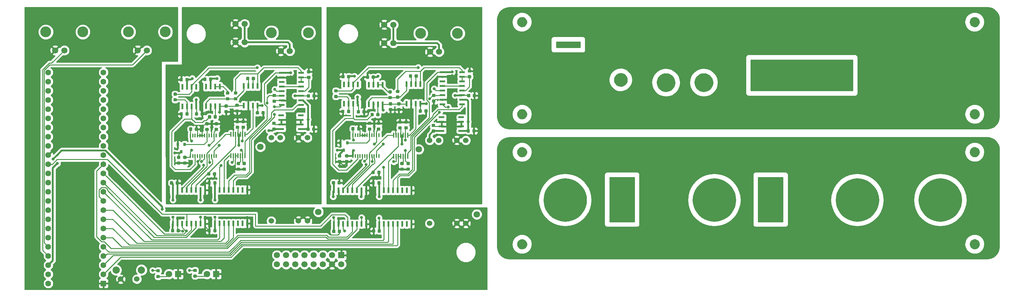
<source format=gtl>
G04 #@! TF.GenerationSoftware,KiCad,Pcbnew,5.0.2-bee76a0~70~ubuntu18.04.1*
G04 #@! TF.CreationDate,2019-03-24T20:45:15+02:00*
G04 #@! TF.ProjectId,stimjim,7374696d-6a69-46d2-9e6b-696361645f70,rev?*
G04 #@! TF.SameCoordinates,Original*
G04 #@! TF.FileFunction,Copper,L1,Top*
G04 #@! TF.FilePolarity,Positive*
%FSLAX46Y46*%
G04 Gerber Fmt 4.6, Leading zero omitted, Abs format (unit mm)*
G04 Created by KiCad (PCBNEW 5.0.2-bee76a0~70~ubuntu18.04.1) date Sun Mar 24 20:45:15 2019*
%MOMM*%
%LPD*%
G01*
G04 APERTURE LIST*
G04 #@! TA.AperFunction,Conductor*
%ADD10C,0.100000*%
G04 #@! TD*
G04 #@! TA.AperFunction,SMDPad,CuDef*
%ADD11C,0.875000*%
G04 #@! TD*
G04 #@! TA.AperFunction,ComponentPad*
%ADD12C,1.800000*%
G04 #@! TD*
G04 #@! TA.AperFunction,ComponentPad*
%ADD13R,1.800000X1.800000*%
G04 #@! TD*
G04 #@! TA.AperFunction,ComponentPad*
%ADD14C,2.000000*%
G04 #@! TD*
G04 #@! TA.AperFunction,ComponentPad*
%ADD15C,1.524000*%
G04 #@! TD*
G04 #@! TA.AperFunction,SMDPad,CuDef*
%ADD16R,1.550000X0.600000*%
G04 #@! TD*
G04 #@! TA.AperFunction,ComponentPad*
%ADD17C,1.700000*%
G04 #@! TD*
G04 #@! TA.AperFunction,SMDPad,CuDef*
%ADD18R,0.600000X1.500000*%
G04 #@! TD*
G04 #@! TA.AperFunction,SMDPad,CuDef*
%ADD19R,0.450000X1.450000*%
G04 #@! TD*
G04 #@! TA.AperFunction,SMDPad,CuDef*
%ADD20R,0.400000X1.100000*%
G04 #@! TD*
G04 #@! TA.AperFunction,SMDPad,CuDef*
%ADD21R,0.800000X0.900000*%
G04 #@! TD*
G04 #@! TA.AperFunction,SMDPad,CuDef*
%ADD22R,0.600000X1.550000*%
G04 #@! TD*
G04 #@! TA.AperFunction,ComponentPad*
%ADD23R,1.700000X1.700000*%
G04 #@! TD*
G04 #@! TA.AperFunction,ComponentPad*
%ADD24C,1.600000*%
G04 #@! TD*
G04 #@! TA.AperFunction,ComponentPad*
%ADD25R,1.600000X1.600000*%
G04 #@! TD*
G04 #@! TA.AperFunction,ComponentPad*
%ADD26C,3.000000*%
G04 #@! TD*
G04 #@! TA.AperFunction,SMDPad,CuDef*
%ADD27R,1.500000X0.600000*%
G04 #@! TD*
G04 #@! TA.AperFunction,ViaPad*
%ADD28C,0.800000*%
G04 #@! TD*
G04 #@! TA.AperFunction,Conductor*
%ADD29C,0.500000*%
G04 #@! TD*
G04 #@! TA.AperFunction,Conductor*
%ADD30C,0.250000*%
G04 #@! TD*
G04 #@! TA.AperFunction,Conductor*
%ADD31C,0.254000*%
G04 #@! TD*
G04 #@! TA.AperFunction,NonConductor*
%ADD32C,0.254000*%
G04 #@! TD*
G04 APERTURE END LIST*
D10*
G04 #@! TO.N,MISO_0i*
G04 #@! TO.C,R17*
G36*
X65752691Y-104326053D02*
X65773926Y-104329203D01*
X65794750Y-104334419D01*
X65814962Y-104341651D01*
X65834368Y-104350830D01*
X65852781Y-104361866D01*
X65870024Y-104374654D01*
X65885930Y-104389070D01*
X65900346Y-104404976D01*
X65913134Y-104422219D01*
X65924170Y-104440632D01*
X65933349Y-104460038D01*
X65940581Y-104480250D01*
X65945797Y-104501074D01*
X65948947Y-104522309D01*
X65950000Y-104543750D01*
X65950000Y-105056250D01*
X65948947Y-105077691D01*
X65945797Y-105098926D01*
X65940581Y-105119750D01*
X65933349Y-105139962D01*
X65924170Y-105159368D01*
X65913134Y-105177781D01*
X65900346Y-105195024D01*
X65885930Y-105210930D01*
X65870024Y-105225346D01*
X65852781Y-105238134D01*
X65834368Y-105249170D01*
X65814962Y-105258349D01*
X65794750Y-105265581D01*
X65773926Y-105270797D01*
X65752691Y-105273947D01*
X65731250Y-105275000D01*
X65293750Y-105275000D01*
X65272309Y-105273947D01*
X65251074Y-105270797D01*
X65230250Y-105265581D01*
X65210038Y-105258349D01*
X65190632Y-105249170D01*
X65172219Y-105238134D01*
X65154976Y-105225346D01*
X65139070Y-105210930D01*
X65124654Y-105195024D01*
X65111866Y-105177781D01*
X65100830Y-105159368D01*
X65091651Y-105139962D01*
X65084419Y-105119750D01*
X65079203Y-105098926D01*
X65076053Y-105077691D01*
X65075000Y-105056250D01*
X65075000Y-104543750D01*
X65076053Y-104522309D01*
X65079203Y-104501074D01*
X65084419Y-104480250D01*
X65091651Y-104460038D01*
X65100830Y-104440632D01*
X65111866Y-104422219D01*
X65124654Y-104404976D01*
X65139070Y-104389070D01*
X65154976Y-104374654D01*
X65172219Y-104361866D01*
X65190632Y-104350830D01*
X65210038Y-104341651D01*
X65230250Y-104334419D01*
X65251074Y-104329203D01*
X65272309Y-104326053D01*
X65293750Y-104325000D01*
X65731250Y-104325000D01*
X65752691Y-104326053D01*
X65752691Y-104326053D01*
G37*
D11*
G04 #@! TD*
G04 #@! TO.P,R17,2*
G04 #@! TO.N,MISO_0i*
X65512500Y-104800000D03*
D10*
G04 #@! TO.N,GND_0*
G04 #@! TO.C,R17*
G36*
X67327691Y-104326053D02*
X67348926Y-104329203D01*
X67369750Y-104334419D01*
X67389962Y-104341651D01*
X67409368Y-104350830D01*
X67427781Y-104361866D01*
X67445024Y-104374654D01*
X67460930Y-104389070D01*
X67475346Y-104404976D01*
X67488134Y-104422219D01*
X67499170Y-104440632D01*
X67508349Y-104460038D01*
X67515581Y-104480250D01*
X67520797Y-104501074D01*
X67523947Y-104522309D01*
X67525000Y-104543750D01*
X67525000Y-105056250D01*
X67523947Y-105077691D01*
X67520797Y-105098926D01*
X67515581Y-105119750D01*
X67508349Y-105139962D01*
X67499170Y-105159368D01*
X67488134Y-105177781D01*
X67475346Y-105195024D01*
X67460930Y-105210930D01*
X67445024Y-105225346D01*
X67427781Y-105238134D01*
X67409368Y-105249170D01*
X67389962Y-105258349D01*
X67369750Y-105265581D01*
X67348926Y-105270797D01*
X67327691Y-105273947D01*
X67306250Y-105275000D01*
X66868750Y-105275000D01*
X66847309Y-105273947D01*
X66826074Y-105270797D01*
X66805250Y-105265581D01*
X66785038Y-105258349D01*
X66765632Y-105249170D01*
X66747219Y-105238134D01*
X66729976Y-105225346D01*
X66714070Y-105210930D01*
X66699654Y-105195024D01*
X66686866Y-105177781D01*
X66675830Y-105159368D01*
X66666651Y-105139962D01*
X66659419Y-105119750D01*
X66654203Y-105098926D01*
X66651053Y-105077691D01*
X66650000Y-105056250D01*
X66650000Y-104543750D01*
X66651053Y-104522309D01*
X66654203Y-104501074D01*
X66659419Y-104480250D01*
X66666651Y-104460038D01*
X66675830Y-104440632D01*
X66686866Y-104422219D01*
X66699654Y-104404976D01*
X66714070Y-104389070D01*
X66729976Y-104374654D01*
X66747219Y-104361866D01*
X66765632Y-104350830D01*
X66785038Y-104341651D01*
X66805250Y-104334419D01*
X66826074Y-104329203D01*
X66847309Y-104326053D01*
X66868750Y-104325000D01*
X67306250Y-104325000D01*
X67327691Y-104326053D01*
X67327691Y-104326053D01*
G37*
D11*
G04 #@! TD*
G04 #@! TO.P,R17,1*
G04 #@! TO.N,GND_0*
X67087500Y-104800000D03*
D10*
G04 #@! TO.N,GND_1*
G04 #@! TO.C,R18*
G36*
X112727691Y-103926053D02*
X112748926Y-103929203D01*
X112769750Y-103934419D01*
X112789962Y-103941651D01*
X112809368Y-103950830D01*
X112827781Y-103961866D01*
X112845024Y-103974654D01*
X112860930Y-103989070D01*
X112875346Y-104004976D01*
X112888134Y-104022219D01*
X112899170Y-104040632D01*
X112908349Y-104060038D01*
X112915581Y-104080250D01*
X112920797Y-104101074D01*
X112923947Y-104122309D01*
X112925000Y-104143750D01*
X112925000Y-104656250D01*
X112923947Y-104677691D01*
X112920797Y-104698926D01*
X112915581Y-104719750D01*
X112908349Y-104739962D01*
X112899170Y-104759368D01*
X112888134Y-104777781D01*
X112875346Y-104795024D01*
X112860930Y-104810930D01*
X112845024Y-104825346D01*
X112827781Y-104838134D01*
X112809368Y-104849170D01*
X112789962Y-104858349D01*
X112769750Y-104865581D01*
X112748926Y-104870797D01*
X112727691Y-104873947D01*
X112706250Y-104875000D01*
X112268750Y-104875000D01*
X112247309Y-104873947D01*
X112226074Y-104870797D01*
X112205250Y-104865581D01*
X112185038Y-104858349D01*
X112165632Y-104849170D01*
X112147219Y-104838134D01*
X112129976Y-104825346D01*
X112114070Y-104810930D01*
X112099654Y-104795024D01*
X112086866Y-104777781D01*
X112075830Y-104759368D01*
X112066651Y-104739962D01*
X112059419Y-104719750D01*
X112054203Y-104698926D01*
X112051053Y-104677691D01*
X112050000Y-104656250D01*
X112050000Y-104143750D01*
X112051053Y-104122309D01*
X112054203Y-104101074D01*
X112059419Y-104080250D01*
X112066651Y-104060038D01*
X112075830Y-104040632D01*
X112086866Y-104022219D01*
X112099654Y-104004976D01*
X112114070Y-103989070D01*
X112129976Y-103974654D01*
X112147219Y-103961866D01*
X112165632Y-103950830D01*
X112185038Y-103941651D01*
X112205250Y-103934419D01*
X112226074Y-103929203D01*
X112247309Y-103926053D01*
X112268750Y-103925000D01*
X112706250Y-103925000D01*
X112727691Y-103926053D01*
X112727691Y-103926053D01*
G37*
D11*
G04 #@! TD*
G04 #@! TO.P,R18,1*
G04 #@! TO.N,GND_1*
X112487500Y-104400000D03*
D10*
G04 #@! TO.N,MISO_1i*
G04 #@! TO.C,R18*
G36*
X111152691Y-103926053D02*
X111173926Y-103929203D01*
X111194750Y-103934419D01*
X111214962Y-103941651D01*
X111234368Y-103950830D01*
X111252781Y-103961866D01*
X111270024Y-103974654D01*
X111285930Y-103989070D01*
X111300346Y-104004976D01*
X111313134Y-104022219D01*
X111324170Y-104040632D01*
X111333349Y-104060038D01*
X111340581Y-104080250D01*
X111345797Y-104101074D01*
X111348947Y-104122309D01*
X111350000Y-104143750D01*
X111350000Y-104656250D01*
X111348947Y-104677691D01*
X111345797Y-104698926D01*
X111340581Y-104719750D01*
X111333349Y-104739962D01*
X111324170Y-104759368D01*
X111313134Y-104777781D01*
X111300346Y-104795024D01*
X111285930Y-104810930D01*
X111270024Y-104825346D01*
X111252781Y-104838134D01*
X111234368Y-104849170D01*
X111214962Y-104858349D01*
X111194750Y-104865581D01*
X111173926Y-104870797D01*
X111152691Y-104873947D01*
X111131250Y-104875000D01*
X110693750Y-104875000D01*
X110672309Y-104873947D01*
X110651074Y-104870797D01*
X110630250Y-104865581D01*
X110610038Y-104858349D01*
X110590632Y-104849170D01*
X110572219Y-104838134D01*
X110554976Y-104825346D01*
X110539070Y-104810930D01*
X110524654Y-104795024D01*
X110511866Y-104777781D01*
X110500830Y-104759368D01*
X110491651Y-104739962D01*
X110484419Y-104719750D01*
X110479203Y-104698926D01*
X110476053Y-104677691D01*
X110475000Y-104656250D01*
X110475000Y-104143750D01*
X110476053Y-104122309D01*
X110479203Y-104101074D01*
X110484419Y-104080250D01*
X110491651Y-104060038D01*
X110500830Y-104040632D01*
X110511866Y-104022219D01*
X110524654Y-104004976D01*
X110539070Y-103989070D01*
X110554976Y-103974654D01*
X110572219Y-103961866D01*
X110590632Y-103950830D01*
X110610038Y-103941651D01*
X110630250Y-103934419D01*
X110651074Y-103929203D01*
X110672309Y-103926053D01*
X110693750Y-103925000D01*
X111131250Y-103925000D01*
X111152691Y-103926053D01*
X111152691Y-103926053D01*
G37*
D11*
G04 #@! TD*
G04 #@! TO.P,R18,2*
G04 #@! TO.N,MISO_1i*
X110912500Y-104400000D03*
D12*
G04 #@! TO.P,D1,2*
G04 #@! TO.N,Net-(D1-Pad2)*
X54500000Y-132500000D03*
D13*
G04 #@! TO.P,D1,1*
G04 #@! TO.N,GND*
X57000000Y-132500000D03*
G04 #@! TD*
D12*
G04 #@! TO.P,D2,2*
G04 #@! TO.N,Net-(D2-Pad2)*
X65000000Y-132500000D03*
D13*
G04 #@! TO.P,D2,1*
G04 #@! TO.N,GND*
X67500000Y-132500000D03*
G04 #@! TD*
D14*
G04 #@! TO.P,SW1,~*
G04 #@! TO.N,N/C*
X39900000Y-131400000D03*
X46900000Y-131400000D03*
D15*
G04 #@! TO.P,SW1,1*
G04 #@! TO.N,GND*
X41150000Y-133900000D03*
G04 #@! TO.P,SW1,2*
G04 #@! TO.N,Net-(SW1-Pad2)*
X45650000Y-133900000D03*
G04 #@! TD*
D10*
G04 #@! TO.N,Net-(R16-Pad2)*
G04 #@! TO.C,R16*
G36*
X61977691Y-131076053D02*
X61998926Y-131079203D01*
X62019750Y-131084419D01*
X62039962Y-131091651D01*
X62059368Y-131100830D01*
X62077781Y-131111866D01*
X62095024Y-131124654D01*
X62110930Y-131139070D01*
X62125346Y-131154976D01*
X62138134Y-131172219D01*
X62149170Y-131190632D01*
X62158349Y-131210038D01*
X62165581Y-131230250D01*
X62170797Y-131251074D01*
X62173947Y-131272309D01*
X62175000Y-131293750D01*
X62175000Y-131731250D01*
X62173947Y-131752691D01*
X62170797Y-131773926D01*
X62165581Y-131794750D01*
X62158349Y-131814962D01*
X62149170Y-131834368D01*
X62138134Y-131852781D01*
X62125346Y-131870024D01*
X62110930Y-131885930D01*
X62095024Y-131900346D01*
X62077781Y-131913134D01*
X62059368Y-131924170D01*
X62039962Y-131933349D01*
X62019750Y-131940581D01*
X61998926Y-131945797D01*
X61977691Y-131948947D01*
X61956250Y-131950000D01*
X61443750Y-131950000D01*
X61422309Y-131948947D01*
X61401074Y-131945797D01*
X61380250Y-131940581D01*
X61360038Y-131933349D01*
X61340632Y-131924170D01*
X61322219Y-131913134D01*
X61304976Y-131900346D01*
X61289070Y-131885930D01*
X61274654Y-131870024D01*
X61261866Y-131852781D01*
X61250830Y-131834368D01*
X61241651Y-131814962D01*
X61234419Y-131794750D01*
X61229203Y-131773926D01*
X61226053Y-131752691D01*
X61225000Y-131731250D01*
X61225000Y-131293750D01*
X61226053Y-131272309D01*
X61229203Y-131251074D01*
X61234419Y-131230250D01*
X61241651Y-131210038D01*
X61250830Y-131190632D01*
X61261866Y-131172219D01*
X61274654Y-131154976D01*
X61289070Y-131139070D01*
X61304976Y-131124654D01*
X61322219Y-131111866D01*
X61340632Y-131100830D01*
X61360038Y-131091651D01*
X61380250Y-131084419D01*
X61401074Y-131079203D01*
X61422309Y-131076053D01*
X61443750Y-131075000D01*
X61956250Y-131075000D01*
X61977691Y-131076053D01*
X61977691Y-131076053D01*
G37*
D11*
G04 #@! TD*
G04 #@! TO.P,R16,2*
G04 #@! TO.N,Net-(R16-Pad2)*
X61700000Y-131512500D03*
D10*
G04 #@! TO.N,Net-(D2-Pad2)*
G04 #@! TO.C,R16*
G36*
X61977691Y-132651053D02*
X61998926Y-132654203D01*
X62019750Y-132659419D01*
X62039962Y-132666651D01*
X62059368Y-132675830D01*
X62077781Y-132686866D01*
X62095024Y-132699654D01*
X62110930Y-132714070D01*
X62125346Y-132729976D01*
X62138134Y-132747219D01*
X62149170Y-132765632D01*
X62158349Y-132785038D01*
X62165581Y-132805250D01*
X62170797Y-132826074D01*
X62173947Y-132847309D01*
X62175000Y-132868750D01*
X62175000Y-133306250D01*
X62173947Y-133327691D01*
X62170797Y-133348926D01*
X62165581Y-133369750D01*
X62158349Y-133389962D01*
X62149170Y-133409368D01*
X62138134Y-133427781D01*
X62125346Y-133445024D01*
X62110930Y-133460930D01*
X62095024Y-133475346D01*
X62077781Y-133488134D01*
X62059368Y-133499170D01*
X62039962Y-133508349D01*
X62019750Y-133515581D01*
X61998926Y-133520797D01*
X61977691Y-133523947D01*
X61956250Y-133525000D01*
X61443750Y-133525000D01*
X61422309Y-133523947D01*
X61401074Y-133520797D01*
X61380250Y-133515581D01*
X61360038Y-133508349D01*
X61340632Y-133499170D01*
X61322219Y-133488134D01*
X61304976Y-133475346D01*
X61289070Y-133460930D01*
X61274654Y-133445024D01*
X61261866Y-133427781D01*
X61250830Y-133409368D01*
X61241651Y-133389962D01*
X61234419Y-133369750D01*
X61229203Y-133348926D01*
X61226053Y-133327691D01*
X61225000Y-133306250D01*
X61225000Y-132868750D01*
X61226053Y-132847309D01*
X61229203Y-132826074D01*
X61234419Y-132805250D01*
X61241651Y-132785038D01*
X61250830Y-132765632D01*
X61261866Y-132747219D01*
X61274654Y-132729976D01*
X61289070Y-132714070D01*
X61304976Y-132699654D01*
X61322219Y-132686866D01*
X61340632Y-132675830D01*
X61360038Y-132666651D01*
X61380250Y-132659419D01*
X61401074Y-132654203D01*
X61422309Y-132651053D01*
X61443750Y-132650000D01*
X61956250Y-132650000D01*
X61977691Y-132651053D01*
X61977691Y-132651053D01*
G37*
D11*
G04 #@! TD*
G04 #@! TO.P,R16,1*
G04 #@! TO.N,Net-(D2-Pad2)*
X61700000Y-133087500D03*
D10*
G04 #@! TO.N,Net-(D1-Pad2)*
G04 #@! TO.C,R15*
G36*
X51777691Y-132751053D02*
X51798926Y-132754203D01*
X51819750Y-132759419D01*
X51839962Y-132766651D01*
X51859368Y-132775830D01*
X51877781Y-132786866D01*
X51895024Y-132799654D01*
X51910930Y-132814070D01*
X51925346Y-132829976D01*
X51938134Y-132847219D01*
X51949170Y-132865632D01*
X51958349Y-132885038D01*
X51965581Y-132905250D01*
X51970797Y-132926074D01*
X51973947Y-132947309D01*
X51975000Y-132968750D01*
X51975000Y-133406250D01*
X51973947Y-133427691D01*
X51970797Y-133448926D01*
X51965581Y-133469750D01*
X51958349Y-133489962D01*
X51949170Y-133509368D01*
X51938134Y-133527781D01*
X51925346Y-133545024D01*
X51910930Y-133560930D01*
X51895024Y-133575346D01*
X51877781Y-133588134D01*
X51859368Y-133599170D01*
X51839962Y-133608349D01*
X51819750Y-133615581D01*
X51798926Y-133620797D01*
X51777691Y-133623947D01*
X51756250Y-133625000D01*
X51243750Y-133625000D01*
X51222309Y-133623947D01*
X51201074Y-133620797D01*
X51180250Y-133615581D01*
X51160038Y-133608349D01*
X51140632Y-133599170D01*
X51122219Y-133588134D01*
X51104976Y-133575346D01*
X51089070Y-133560930D01*
X51074654Y-133545024D01*
X51061866Y-133527781D01*
X51050830Y-133509368D01*
X51041651Y-133489962D01*
X51034419Y-133469750D01*
X51029203Y-133448926D01*
X51026053Y-133427691D01*
X51025000Y-133406250D01*
X51025000Y-132968750D01*
X51026053Y-132947309D01*
X51029203Y-132926074D01*
X51034419Y-132905250D01*
X51041651Y-132885038D01*
X51050830Y-132865632D01*
X51061866Y-132847219D01*
X51074654Y-132829976D01*
X51089070Y-132814070D01*
X51104976Y-132799654D01*
X51122219Y-132786866D01*
X51140632Y-132775830D01*
X51160038Y-132766651D01*
X51180250Y-132759419D01*
X51201074Y-132754203D01*
X51222309Y-132751053D01*
X51243750Y-132750000D01*
X51756250Y-132750000D01*
X51777691Y-132751053D01*
X51777691Y-132751053D01*
G37*
D11*
G04 #@! TD*
G04 #@! TO.P,R15,1*
G04 #@! TO.N,Net-(D1-Pad2)*
X51500000Y-133187500D03*
D10*
G04 #@! TO.N,Net-(R15-Pad2)*
G04 #@! TO.C,R15*
G36*
X51777691Y-131176053D02*
X51798926Y-131179203D01*
X51819750Y-131184419D01*
X51839962Y-131191651D01*
X51859368Y-131200830D01*
X51877781Y-131211866D01*
X51895024Y-131224654D01*
X51910930Y-131239070D01*
X51925346Y-131254976D01*
X51938134Y-131272219D01*
X51949170Y-131290632D01*
X51958349Y-131310038D01*
X51965581Y-131330250D01*
X51970797Y-131351074D01*
X51973947Y-131372309D01*
X51975000Y-131393750D01*
X51975000Y-131831250D01*
X51973947Y-131852691D01*
X51970797Y-131873926D01*
X51965581Y-131894750D01*
X51958349Y-131914962D01*
X51949170Y-131934368D01*
X51938134Y-131952781D01*
X51925346Y-131970024D01*
X51910930Y-131985930D01*
X51895024Y-132000346D01*
X51877781Y-132013134D01*
X51859368Y-132024170D01*
X51839962Y-132033349D01*
X51819750Y-132040581D01*
X51798926Y-132045797D01*
X51777691Y-132048947D01*
X51756250Y-132050000D01*
X51243750Y-132050000D01*
X51222309Y-132048947D01*
X51201074Y-132045797D01*
X51180250Y-132040581D01*
X51160038Y-132033349D01*
X51140632Y-132024170D01*
X51122219Y-132013134D01*
X51104976Y-132000346D01*
X51089070Y-131985930D01*
X51074654Y-131970024D01*
X51061866Y-131952781D01*
X51050830Y-131934368D01*
X51041651Y-131914962D01*
X51034419Y-131894750D01*
X51029203Y-131873926D01*
X51026053Y-131852691D01*
X51025000Y-131831250D01*
X51025000Y-131393750D01*
X51026053Y-131372309D01*
X51029203Y-131351074D01*
X51034419Y-131330250D01*
X51041651Y-131310038D01*
X51050830Y-131290632D01*
X51061866Y-131272219D01*
X51074654Y-131254976D01*
X51089070Y-131239070D01*
X51104976Y-131224654D01*
X51122219Y-131211866D01*
X51140632Y-131200830D01*
X51160038Y-131191651D01*
X51180250Y-131184419D01*
X51201074Y-131179203D01*
X51222309Y-131176053D01*
X51243750Y-131175000D01*
X51756250Y-131175000D01*
X51777691Y-131176053D01*
X51777691Y-131176053D01*
G37*
D11*
G04 #@! TD*
G04 #@! TO.P,R15,2*
G04 #@! TO.N,Net-(R15-Pad2)*
X51500000Y-131612500D03*
D15*
G04 #@! TO.P,U2,4*
G04 #@! TO.N,-15V_0*
X92750000Y-94800000D03*
G04 #@! TO.P,U2,5*
G04 #@! TO.N,GND_0*
X90250000Y-94800000D03*
G04 #@! TO.P,U2,6*
G04 #@! TO.N,-15V_0*
X85250000Y-94800000D03*
G04 #@! TO.P,U2,7*
G04 #@! TO.N,+15V_0*
X82750000Y-94800000D03*
D12*
G04 #@! TO.P,U2,a*
G04 #@! TO.N,N/C*
X79750000Y-97300000D03*
X95750000Y-115300000D03*
D15*
G04 #@! TO.P,U2,1*
G04 #@! TO.N,VUSB*
X82750000Y-117800000D03*
G04 #@! TO.P,U2,2*
G04 #@! TO.N,GND*
X90250000Y-117800000D03*
G04 #@! TO.P,U2,3*
X92750000Y-117800000D03*
G04 #@! TD*
D10*
G04 #@! TO.N,GND_1*
G04 #@! TO.C,C52*
G36*
X101877691Y-100951053D02*
X101898926Y-100954203D01*
X101919750Y-100959419D01*
X101939962Y-100966651D01*
X101959368Y-100975830D01*
X101977781Y-100986866D01*
X101995024Y-100999654D01*
X102010930Y-101014070D01*
X102025346Y-101029976D01*
X102038134Y-101047219D01*
X102049170Y-101065632D01*
X102058349Y-101085038D01*
X102065581Y-101105250D01*
X102070797Y-101126074D01*
X102073947Y-101147309D01*
X102075000Y-101168750D01*
X102075000Y-101606250D01*
X102073947Y-101627691D01*
X102070797Y-101648926D01*
X102065581Y-101669750D01*
X102058349Y-101689962D01*
X102049170Y-101709368D01*
X102038134Y-101727781D01*
X102025346Y-101745024D01*
X102010930Y-101760930D01*
X101995024Y-101775346D01*
X101977781Y-101788134D01*
X101959368Y-101799170D01*
X101939962Y-101808349D01*
X101919750Y-101815581D01*
X101898926Y-101820797D01*
X101877691Y-101823947D01*
X101856250Y-101825000D01*
X101343750Y-101825000D01*
X101322309Y-101823947D01*
X101301074Y-101820797D01*
X101280250Y-101815581D01*
X101260038Y-101808349D01*
X101240632Y-101799170D01*
X101222219Y-101788134D01*
X101204976Y-101775346D01*
X101189070Y-101760930D01*
X101174654Y-101745024D01*
X101161866Y-101727781D01*
X101150830Y-101709368D01*
X101141651Y-101689962D01*
X101134419Y-101669750D01*
X101129203Y-101648926D01*
X101126053Y-101627691D01*
X101125000Y-101606250D01*
X101125000Y-101168750D01*
X101126053Y-101147309D01*
X101129203Y-101126074D01*
X101134419Y-101105250D01*
X101141651Y-101085038D01*
X101150830Y-101065632D01*
X101161866Y-101047219D01*
X101174654Y-101029976D01*
X101189070Y-101014070D01*
X101204976Y-100999654D01*
X101222219Y-100986866D01*
X101240632Y-100975830D01*
X101260038Y-100966651D01*
X101280250Y-100959419D01*
X101301074Y-100954203D01*
X101322309Y-100951053D01*
X101343750Y-100950000D01*
X101856250Y-100950000D01*
X101877691Y-100951053D01*
X101877691Y-100951053D01*
G37*
D11*
G04 #@! TD*
G04 #@! TO.P,C52,1*
G04 #@! TO.N,GND_1*
X101600000Y-101387500D03*
D10*
G04 #@! TO.N,+5V_1*
G04 #@! TO.C,C52*
G36*
X101877691Y-99376053D02*
X101898926Y-99379203D01*
X101919750Y-99384419D01*
X101939962Y-99391651D01*
X101959368Y-99400830D01*
X101977781Y-99411866D01*
X101995024Y-99424654D01*
X102010930Y-99439070D01*
X102025346Y-99454976D01*
X102038134Y-99472219D01*
X102049170Y-99490632D01*
X102058349Y-99510038D01*
X102065581Y-99530250D01*
X102070797Y-99551074D01*
X102073947Y-99572309D01*
X102075000Y-99593750D01*
X102075000Y-100031250D01*
X102073947Y-100052691D01*
X102070797Y-100073926D01*
X102065581Y-100094750D01*
X102058349Y-100114962D01*
X102049170Y-100134368D01*
X102038134Y-100152781D01*
X102025346Y-100170024D01*
X102010930Y-100185930D01*
X101995024Y-100200346D01*
X101977781Y-100213134D01*
X101959368Y-100224170D01*
X101939962Y-100233349D01*
X101919750Y-100240581D01*
X101898926Y-100245797D01*
X101877691Y-100248947D01*
X101856250Y-100250000D01*
X101343750Y-100250000D01*
X101322309Y-100248947D01*
X101301074Y-100245797D01*
X101280250Y-100240581D01*
X101260038Y-100233349D01*
X101240632Y-100224170D01*
X101222219Y-100213134D01*
X101204976Y-100200346D01*
X101189070Y-100185930D01*
X101174654Y-100170024D01*
X101161866Y-100152781D01*
X101150830Y-100134368D01*
X101141651Y-100114962D01*
X101134419Y-100094750D01*
X101129203Y-100073926D01*
X101126053Y-100052691D01*
X101125000Y-100031250D01*
X101125000Y-99593750D01*
X101126053Y-99572309D01*
X101129203Y-99551074D01*
X101134419Y-99530250D01*
X101141651Y-99510038D01*
X101150830Y-99490632D01*
X101161866Y-99472219D01*
X101174654Y-99454976D01*
X101189070Y-99439070D01*
X101204976Y-99424654D01*
X101222219Y-99411866D01*
X101240632Y-99400830D01*
X101260038Y-99391651D01*
X101280250Y-99384419D01*
X101301074Y-99379203D01*
X101322309Y-99376053D01*
X101343750Y-99375000D01*
X101856250Y-99375000D01*
X101877691Y-99376053D01*
X101877691Y-99376053D01*
G37*
D11*
G04 #@! TD*
G04 #@! TO.P,C52,2*
G04 #@! TO.N,+5V_1*
X101600000Y-99812500D03*
D16*
G04 #@! TO.P,U5,8*
G04 #@! TO.N,+15V_0*
X85500000Y-92370000D03*
G04 #@! TO.P,U5,7*
G04 #@! TO.N,GND_0*
X85500000Y-91100000D03*
G04 #@! TO.P,U5,6*
X85500000Y-89830000D03*
G04 #@! TO.P,U5,5*
G04 #@! TO.N,Net-(U5-Pad5)*
X85500000Y-88560000D03*
G04 #@! TO.P,U5,4*
G04 #@! TO.N,Net-(U5-Pad4)*
X90900000Y-88560000D03*
G04 #@! TO.P,U5,3*
G04 #@! TO.N,GND_0*
X90900000Y-89830000D03*
G04 #@! TO.P,U5,2*
X90900000Y-91100000D03*
G04 #@! TO.P,U5,1*
G04 #@! TO.N,+5V_0*
X90900000Y-92370000D03*
G04 #@! TD*
D10*
G04 #@! TO.N,GND_0*
G04 #@! TO.C,C51*
G36*
X57477691Y-101351053D02*
X57498926Y-101354203D01*
X57519750Y-101359419D01*
X57539962Y-101366651D01*
X57559368Y-101375830D01*
X57577781Y-101386866D01*
X57595024Y-101399654D01*
X57610930Y-101414070D01*
X57625346Y-101429976D01*
X57638134Y-101447219D01*
X57649170Y-101465632D01*
X57658349Y-101485038D01*
X57665581Y-101505250D01*
X57670797Y-101526074D01*
X57673947Y-101547309D01*
X57675000Y-101568750D01*
X57675000Y-102006250D01*
X57673947Y-102027691D01*
X57670797Y-102048926D01*
X57665581Y-102069750D01*
X57658349Y-102089962D01*
X57649170Y-102109368D01*
X57638134Y-102127781D01*
X57625346Y-102145024D01*
X57610930Y-102160930D01*
X57595024Y-102175346D01*
X57577781Y-102188134D01*
X57559368Y-102199170D01*
X57539962Y-102208349D01*
X57519750Y-102215581D01*
X57498926Y-102220797D01*
X57477691Y-102223947D01*
X57456250Y-102225000D01*
X56943750Y-102225000D01*
X56922309Y-102223947D01*
X56901074Y-102220797D01*
X56880250Y-102215581D01*
X56860038Y-102208349D01*
X56840632Y-102199170D01*
X56822219Y-102188134D01*
X56804976Y-102175346D01*
X56789070Y-102160930D01*
X56774654Y-102145024D01*
X56761866Y-102127781D01*
X56750830Y-102109368D01*
X56741651Y-102089962D01*
X56734419Y-102069750D01*
X56729203Y-102048926D01*
X56726053Y-102027691D01*
X56725000Y-102006250D01*
X56725000Y-101568750D01*
X56726053Y-101547309D01*
X56729203Y-101526074D01*
X56734419Y-101505250D01*
X56741651Y-101485038D01*
X56750830Y-101465632D01*
X56761866Y-101447219D01*
X56774654Y-101429976D01*
X56789070Y-101414070D01*
X56804976Y-101399654D01*
X56822219Y-101386866D01*
X56840632Y-101375830D01*
X56860038Y-101366651D01*
X56880250Y-101359419D01*
X56901074Y-101354203D01*
X56922309Y-101351053D01*
X56943750Y-101350000D01*
X57456250Y-101350000D01*
X57477691Y-101351053D01*
X57477691Y-101351053D01*
G37*
D11*
G04 #@! TD*
G04 #@! TO.P,C51,1*
G04 #@! TO.N,GND_0*
X57200000Y-101787500D03*
D10*
G04 #@! TO.N,+5V_0*
G04 #@! TO.C,C51*
G36*
X57477691Y-99776053D02*
X57498926Y-99779203D01*
X57519750Y-99784419D01*
X57539962Y-99791651D01*
X57559368Y-99800830D01*
X57577781Y-99811866D01*
X57595024Y-99824654D01*
X57610930Y-99839070D01*
X57625346Y-99854976D01*
X57638134Y-99872219D01*
X57649170Y-99890632D01*
X57658349Y-99910038D01*
X57665581Y-99930250D01*
X57670797Y-99951074D01*
X57673947Y-99972309D01*
X57675000Y-99993750D01*
X57675000Y-100431250D01*
X57673947Y-100452691D01*
X57670797Y-100473926D01*
X57665581Y-100494750D01*
X57658349Y-100514962D01*
X57649170Y-100534368D01*
X57638134Y-100552781D01*
X57625346Y-100570024D01*
X57610930Y-100585930D01*
X57595024Y-100600346D01*
X57577781Y-100613134D01*
X57559368Y-100624170D01*
X57539962Y-100633349D01*
X57519750Y-100640581D01*
X57498926Y-100645797D01*
X57477691Y-100648947D01*
X57456250Y-100650000D01*
X56943750Y-100650000D01*
X56922309Y-100648947D01*
X56901074Y-100645797D01*
X56880250Y-100640581D01*
X56860038Y-100633349D01*
X56840632Y-100624170D01*
X56822219Y-100613134D01*
X56804976Y-100600346D01*
X56789070Y-100585930D01*
X56774654Y-100570024D01*
X56761866Y-100552781D01*
X56750830Y-100534368D01*
X56741651Y-100514962D01*
X56734419Y-100494750D01*
X56729203Y-100473926D01*
X56726053Y-100452691D01*
X56725000Y-100431250D01*
X56725000Y-99993750D01*
X56726053Y-99972309D01*
X56729203Y-99951074D01*
X56734419Y-99930250D01*
X56741651Y-99910038D01*
X56750830Y-99890632D01*
X56761866Y-99872219D01*
X56774654Y-99854976D01*
X56789070Y-99839070D01*
X56804976Y-99824654D01*
X56822219Y-99811866D01*
X56840632Y-99800830D01*
X56860038Y-99791651D01*
X56880250Y-99784419D01*
X56901074Y-99779203D01*
X56922309Y-99776053D01*
X56943750Y-99775000D01*
X57456250Y-99775000D01*
X57477691Y-99776053D01*
X57477691Y-99776053D01*
G37*
D11*
G04 #@! TD*
G04 #@! TO.P,C51,2*
G04 #@! TO.N,+5V_0*
X57200000Y-100212500D03*
D17*
G04 #@! TO.P,J6,1*
G04 #@! TO.N,OUT_0*
X75400000Y-63300000D03*
G04 #@! TO.P,J6,2*
G04 #@! TO.N,GND_0*
X72860000Y-63300000D03*
X72860000Y-68380000D03*
G04 #@! TO.P,J6,1*
G04 #@! TO.N,OUT_0*
X75400000Y-68380000D03*
G04 #@! TD*
D15*
G04 #@! TO.P,U13,3*
G04 #@! TO.N,GND*
X136500000Y-118500000D03*
G04 #@! TO.P,U13,2*
X134000000Y-118500000D03*
G04 #@! TO.P,U13,1*
G04 #@! TO.N,VUSB*
X126500000Y-118500000D03*
D12*
G04 #@! TO.P,U13,a*
G04 #@! TO.N,N/C*
X139500000Y-116000000D03*
X123500000Y-98000000D03*
D15*
G04 #@! TO.P,U13,7*
G04 #@! TO.N,+15V_1*
X126500000Y-95500000D03*
G04 #@! TO.P,U13,6*
G04 #@! TO.N,-15V_1*
X129000000Y-95500000D03*
G04 #@! TO.P,U13,5*
G04 #@! TO.N,GND_1*
X134000000Y-95500000D03*
G04 #@! TO.P,U13,4*
G04 #@! TO.N,-15V_1*
X136500000Y-95500000D03*
G04 #@! TD*
D10*
G04 #@! TO.N,+15V_1*
G04 #@! TO.C,C33*
G36*
X127802691Y-92501053D02*
X127823926Y-92504203D01*
X127844750Y-92509419D01*
X127864962Y-92516651D01*
X127884368Y-92525830D01*
X127902781Y-92536866D01*
X127920024Y-92549654D01*
X127935930Y-92564070D01*
X127950346Y-92579976D01*
X127963134Y-92597219D01*
X127974170Y-92615632D01*
X127983349Y-92635038D01*
X127990581Y-92655250D01*
X127995797Y-92676074D01*
X127998947Y-92697309D01*
X128000000Y-92718750D01*
X128000000Y-93156250D01*
X127998947Y-93177691D01*
X127995797Y-93198926D01*
X127990581Y-93219750D01*
X127983349Y-93239962D01*
X127974170Y-93259368D01*
X127963134Y-93277781D01*
X127950346Y-93295024D01*
X127935930Y-93310930D01*
X127920024Y-93325346D01*
X127902781Y-93338134D01*
X127884368Y-93349170D01*
X127864962Y-93358349D01*
X127844750Y-93365581D01*
X127823926Y-93370797D01*
X127802691Y-93373947D01*
X127781250Y-93375000D01*
X127268750Y-93375000D01*
X127247309Y-93373947D01*
X127226074Y-93370797D01*
X127205250Y-93365581D01*
X127185038Y-93358349D01*
X127165632Y-93349170D01*
X127147219Y-93338134D01*
X127129976Y-93325346D01*
X127114070Y-93310930D01*
X127099654Y-93295024D01*
X127086866Y-93277781D01*
X127075830Y-93259368D01*
X127066651Y-93239962D01*
X127059419Y-93219750D01*
X127054203Y-93198926D01*
X127051053Y-93177691D01*
X127050000Y-93156250D01*
X127050000Y-92718750D01*
X127051053Y-92697309D01*
X127054203Y-92676074D01*
X127059419Y-92655250D01*
X127066651Y-92635038D01*
X127075830Y-92615632D01*
X127086866Y-92597219D01*
X127099654Y-92579976D01*
X127114070Y-92564070D01*
X127129976Y-92549654D01*
X127147219Y-92536866D01*
X127165632Y-92525830D01*
X127185038Y-92516651D01*
X127205250Y-92509419D01*
X127226074Y-92504203D01*
X127247309Y-92501053D01*
X127268750Y-92500000D01*
X127781250Y-92500000D01*
X127802691Y-92501053D01*
X127802691Y-92501053D01*
G37*
D11*
G04 #@! TD*
G04 #@! TO.P,C33,2*
G04 #@! TO.N,+15V_1*
X127525000Y-92937500D03*
D10*
G04 #@! TO.N,GND_1*
G04 #@! TO.C,C33*
G36*
X127802691Y-90926053D02*
X127823926Y-90929203D01*
X127844750Y-90934419D01*
X127864962Y-90941651D01*
X127884368Y-90950830D01*
X127902781Y-90961866D01*
X127920024Y-90974654D01*
X127935930Y-90989070D01*
X127950346Y-91004976D01*
X127963134Y-91022219D01*
X127974170Y-91040632D01*
X127983349Y-91060038D01*
X127990581Y-91080250D01*
X127995797Y-91101074D01*
X127998947Y-91122309D01*
X128000000Y-91143750D01*
X128000000Y-91581250D01*
X127998947Y-91602691D01*
X127995797Y-91623926D01*
X127990581Y-91644750D01*
X127983349Y-91664962D01*
X127974170Y-91684368D01*
X127963134Y-91702781D01*
X127950346Y-91720024D01*
X127935930Y-91735930D01*
X127920024Y-91750346D01*
X127902781Y-91763134D01*
X127884368Y-91774170D01*
X127864962Y-91783349D01*
X127844750Y-91790581D01*
X127823926Y-91795797D01*
X127802691Y-91798947D01*
X127781250Y-91800000D01*
X127268750Y-91800000D01*
X127247309Y-91798947D01*
X127226074Y-91795797D01*
X127205250Y-91790581D01*
X127185038Y-91783349D01*
X127165632Y-91774170D01*
X127147219Y-91763134D01*
X127129976Y-91750346D01*
X127114070Y-91735930D01*
X127099654Y-91720024D01*
X127086866Y-91702781D01*
X127075830Y-91684368D01*
X127066651Y-91664962D01*
X127059419Y-91644750D01*
X127054203Y-91623926D01*
X127051053Y-91602691D01*
X127050000Y-91581250D01*
X127050000Y-91143750D01*
X127051053Y-91122309D01*
X127054203Y-91101074D01*
X127059419Y-91080250D01*
X127066651Y-91060038D01*
X127075830Y-91040632D01*
X127086866Y-91022219D01*
X127099654Y-91004976D01*
X127114070Y-90989070D01*
X127129976Y-90974654D01*
X127147219Y-90961866D01*
X127165632Y-90950830D01*
X127185038Y-90941651D01*
X127205250Y-90934419D01*
X127226074Y-90929203D01*
X127247309Y-90926053D01*
X127268750Y-90925000D01*
X127781250Y-90925000D01*
X127802691Y-90926053D01*
X127802691Y-90926053D01*
G37*
D11*
G04 #@! TD*
G04 #@! TO.P,C33,1*
G04 #@! TO.N,GND_1*
X127525000Y-91362500D03*
D10*
G04 #@! TO.N,+3V3*
G04 #@! TO.C,C26*
G36*
X112827691Y-120126053D02*
X112848926Y-120129203D01*
X112869750Y-120134419D01*
X112889962Y-120141651D01*
X112909368Y-120150830D01*
X112927781Y-120161866D01*
X112945024Y-120174654D01*
X112960930Y-120189070D01*
X112975346Y-120204976D01*
X112988134Y-120222219D01*
X112999170Y-120240632D01*
X113008349Y-120260038D01*
X113015581Y-120280250D01*
X113020797Y-120301074D01*
X113023947Y-120322309D01*
X113025000Y-120343750D01*
X113025000Y-120856250D01*
X113023947Y-120877691D01*
X113020797Y-120898926D01*
X113015581Y-120919750D01*
X113008349Y-120939962D01*
X112999170Y-120959368D01*
X112988134Y-120977781D01*
X112975346Y-120995024D01*
X112960930Y-121010930D01*
X112945024Y-121025346D01*
X112927781Y-121038134D01*
X112909368Y-121049170D01*
X112889962Y-121058349D01*
X112869750Y-121065581D01*
X112848926Y-121070797D01*
X112827691Y-121073947D01*
X112806250Y-121075000D01*
X112368750Y-121075000D01*
X112347309Y-121073947D01*
X112326074Y-121070797D01*
X112305250Y-121065581D01*
X112285038Y-121058349D01*
X112265632Y-121049170D01*
X112247219Y-121038134D01*
X112229976Y-121025346D01*
X112214070Y-121010930D01*
X112199654Y-120995024D01*
X112186866Y-120977781D01*
X112175830Y-120959368D01*
X112166651Y-120939962D01*
X112159419Y-120919750D01*
X112154203Y-120898926D01*
X112151053Y-120877691D01*
X112150000Y-120856250D01*
X112150000Y-120343750D01*
X112151053Y-120322309D01*
X112154203Y-120301074D01*
X112159419Y-120280250D01*
X112166651Y-120260038D01*
X112175830Y-120240632D01*
X112186866Y-120222219D01*
X112199654Y-120204976D01*
X112214070Y-120189070D01*
X112229976Y-120174654D01*
X112247219Y-120161866D01*
X112265632Y-120150830D01*
X112285038Y-120141651D01*
X112305250Y-120134419D01*
X112326074Y-120129203D01*
X112347309Y-120126053D01*
X112368750Y-120125000D01*
X112806250Y-120125000D01*
X112827691Y-120126053D01*
X112827691Y-120126053D01*
G37*
D11*
G04 #@! TD*
G04 #@! TO.P,C26,1*
G04 #@! TO.N,+3V3*
X112587500Y-120600000D03*
D10*
G04 #@! TO.N,GND*
G04 #@! TO.C,C26*
G36*
X111252691Y-120126053D02*
X111273926Y-120129203D01*
X111294750Y-120134419D01*
X111314962Y-120141651D01*
X111334368Y-120150830D01*
X111352781Y-120161866D01*
X111370024Y-120174654D01*
X111385930Y-120189070D01*
X111400346Y-120204976D01*
X111413134Y-120222219D01*
X111424170Y-120240632D01*
X111433349Y-120260038D01*
X111440581Y-120280250D01*
X111445797Y-120301074D01*
X111448947Y-120322309D01*
X111450000Y-120343750D01*
X111450000Y-120856250D01*
X111448947Y-120877691D01*
X111445797Y-120898926D01*
X111440581Y-120919750D01*
X111433349Y-120939962D01*
X111424170Y-120959368D01*
X111413134Y-120977781D01*
X111400346Y-120995024D01*
X111385930Y-121010930D01*
X111370024Y-121025346D01*
X111352781Y-121038134D01*
X111334368Y-121049170D01*
X111314962Y-121058349D01*
X111294750Y-121065581D01*
X111273926Y-121070797D01*
X111252691Y-121073947D01*
X111231250Y-121075000D01*
X110793750Y-121075000D01*
X110772309Y-121073947D01*
X110751074Y-121070797D01*
X110730250Y-121065581D01*
X110710038Y-121058349D01*
X110690632Y-121049170D01*
X110672219Y-121038134D01*
X110654976Y-121025346D01*
X110639070Y-121010930D01*
X110624654Y-120995024D01*
X110611866Y-120977781D01*
X110600830Y-120959368D01*
X110591651Y-120939962D01*
X110584419Y-120919750D01*
X110579203Y-120898926D01*
X110576053Y-120877691D01*
X110575000Y-120856250D01*
X110575000Y-120343750D01*
X110576053Y-120322309D01*
X110579203Y-120301074D01*
X110584419Y-120280250D01*
X110591651Y-120260038D01*
X110600830Y-120240632D01*
X110611866Y-120222219D01*
X110624654Y-120204976D01*
X110639070Y-120189070D01*
X110654976Y-120174654D01*
X110672219Y-120161866D01*
X110690632Y-120150830D01*
X110710038Y-120141651D01*
X110730250Y-120134419D01*
X110751074Y-120129203D01*
X110772309Y-120126053D01*
X110793750Y-120125000D01*
X111231250Y-120125000D01*
X111252691Y-120126053D01*
X111252691Y-120126053D01*
G37*
D11*
G04 #@! TD*
G04 #@! TO.P,C26,2*
G04 #@! TO.N,GND*
X111012500Y-120600000D03*
D10*
G04 #@! TO.N,GND*
G04 #@! TO.C,C27*
G36*
X101827691Y-120226053D02*
X101848926Y-120229203D01*
X101869750Y-120234419D01*
X101889962Y-120241651D01*
X101909368Y-120250830D01*
X101927781Y-120261866D01*
X101945024Y-120274654D01*
X101960930Y-120289070D01*
X101975346Y-120304976D01*
X101988134Y-120322219D01*
X101999170Y-120340632D01*
X102008349Y-120360038D01*
X102015581Y-120380250D01*
X102020797Y-120401074D01*
X102023947Y-120422309D01*
X102025000Y-120443750D01*
X102025000Y-120956250D01*
X102023947Y-120977691D01*
X102020797Y-120998926D01*
X102015581Y-121019750D01*
X102008349Y-121039962D01*
X101999170Y-121059368D01*
X101988134Y-121077781D01*
X101975346Y-121095024D01*
X101960930Y-121110930D01*
X101945024Y-121125346D01*
X101927781Y-121138134D01*
X101909368Y-121149170D01*
X101889962Y-121158349D01*
X101869750Y-121165581D01*
X101848926Y-121170797D01*
X101827691Y-121173947D01*
X101806250Y-121175000D01*
X101368750Y-121175000D01*
X101347309Y-121173947D01*
X101326074Y-121170797D01*
X101305250Y-121165581D01*
X101285038Y-121158349D01*
X101265632Y-121149170D01*
X101247219Y-121138134D01*
X101229976Y-121125346D01*
X101214070Y-121110930D01*
X101199654Y-121095024D01*
X101186866Y-121077781D01*
X101175830Y-121059368D01*
X101166651Y-121039962D01*
X101159419Y-121019750D01*
X101154203Y-120998926D01*
X101151053Y-120977691D01*
X101150000Y-120956250D01*
X101150000Y-120443750D01*
X101151053Y-120422309D01*
X101154203Y-120401074D01*
X101159419Y-120380250D01*
X101166651Y-120360038D01*
X101175830Y-120340632D01*
X101186866Y-120322219D01*
X101199654Y-120304976D01*
X101214070Y-120289070D01*
X101229976Y-120274654D01*
X101247219Y-120261866D01*
X101265632Y-120250830D01*
X101285038Y-120241651D01*
X101305250Y-120234419D01*
X101326074Y-120229203D01*
X101347309Y-120226053D01*
X101368750Y-120225000D01*
X101806250Y-120225000D01*
X101827691Y-120226053D01*
X101827691Y-120226053D01*
G37*
D11*
G04 #@! TD*
G04 #@! TO.P,C27,2*
G04 #@! TO.N,GND*
X101587500Y-120700000D03*
D10*
G04 #@! TO.N,+3V3*
G04 #@! TO.C,C27*
G36*
X100252691Y-120226053D02*
X100273926Y-120229203D01*
X100294750Y-120234419D01*
X100314962Y-120241651D01*
X100334368Y-120250830D01*
X100352781Y-120261866D01*
X100370024Y-120274654D01*
X100385930Y-120289070D01*
X100400346Y-120304976D01*
X100413134Y-120322219D01*
X100424170Y-120340632D01*
X100433349Y-120360038D01*
X100440581Y-120380250D01*
X100445797Y-120401074D01*
X100448947Y-120422309D01*
X100450000Y-120443750D01*
X100450000Y-120956250D01*
X100448947Y-120977691D01*
X100445797Y-120998926D01*
X100440581Y-121019750D01*
X100433349Y-121039962D01*
X100424170Y-121059368D01*
X100413134Y-121077781D01*
X100400346Y-121095024D01*
X100385930Y-121110930D01*
X100370024Y-121125346D01*
X100352781Y-121138134D01*
X100334368Y-121149170D01*
X100314962Y-121158349D01*
X100294750Y-121165581D01*
X100273926Y-121170797D01*
X100252691Y-121173947D01*
X100231250Y-121175000D01*
X99793750Y-121175000D01*
X99772309Y-121173947D01*
X99751074Y-121170797D01*
X99730250Y-121165581D01*
X99710038Y-121158349D01*
X99690632Y-121149170D01*
X99672219Y-121138134D01*
X99654976Y-121125346D01*
X99639070Y-121110930D01*
X99624654Y-121095024D01*
X99611866Y-121077781D01*
X99600830Y-121059368D01*
X99591651Y-121039962D01*
X99584419Y-121019750D01*
X99579203Y-120998926D01*
X99576053Y-120977691D01*
X99575000Y-120956250D01*
X99575000Y-120443750D01*
X99576053Y-120422309D01*
X99579203Y-120401074D01*
X99584419Y-120380250D01*
X99591651Y-120360038D01*
X99600830Y-120340632D01*
X99611866Y-120322219D01*
X99624654Y-120304976D01*
X99639070Y-120289070D01*
X99654976Y-120274654D01*
X99672219Y-120261866D01*
X99690632Y-120250830D01*
X99710038Y-120241651D01*
X99730250Y-120234419D01*
X99751074Y-120229203D01*
X99772309Y-120226053D01*
X99793750Y-120225000D01*
X100231250Y-120225000D01*
X100252691Y-120226053D01*
X100252691Y-120226053D01*
G37*
D11*
G04 #@! TD*
G04 #@! TO.P,C27,1*
G04 #@! TO.N,+3V3*
X100012500Y-120700000D03*
D10*
G04 #@! TO.N,+5V_1*
G04 #@! TO.C,C31*
G36*
X100177691Y-106776053D02*
X100198926Y-106779203D01*
X100219750Y-106784419D01*
X100239962Y-106791651D01*
X100259368Y-106800830D01*
X100277781Y-106811866D01*
X100295024Y-106824654D01*
X100310930Y-106839070D01*
X100325346Y-106854976D01*
X100338134Y-106872219D01*
X100349170Y-106890632D01*
X100358349Y-106910038D01*
X100365581Y-106930250D01*
X100370797Y-106951074D01*
X100373947Y-106972309D01*
X100375000Y-106993750D01*
X100375000Y-107506250D01*
X100373947Y-107527691D01*
X100370797Y-107548926D01*
X100365581Y-107569750D01*
X100358349Y-107589962D01*
X100349170Y-107609368D01*
X100338134Y-107627781D01*
X100325346Y-107645024D01*
X100310930Y-107660930D01*
X100295024Y-107675346D01*
X100277781Y-107688134D01*
X100259368Y-107699170D01*
X100239962Y-107708349D01*
X100219750Y-107715581D01*
X100198926Y-107720797D01*
X100177691Y-107723947D01*
X100156250Y-107725000D01*
X99718750Y-107725000D01*
X99697309Y-107723947D01*
X99676074Y-107720797D01*
X99655250Y-107715581D01*
X99635038Y-107708349D01*
X99615632Y-107699170D01*
X99597219Y-107688134D01*
X99579976Y-107675346D01*
X99564070Y-107660930D01*
X99549654Y-107645024D01*
X99536866Y-107627781D01*
X99525830Y-107609368D01*
X99516651Y-107589962D01*
X99509419Y-107569750D01*
X99504203Y-107548926D01*
X99501053Y-107527691D01*
X99500000Y-107506250D01*
X99500000Y-106993750D01*
X99501053Y-106972309D01*
X99504203Y-106951074D01*
X99509419Y-106930250D01*
X99516651Y-106910038D01*
X99525830Y-106890632D01*
X99536866Y-106872219D01*
X99549654Y-106854976D01*
X99564070Y-106839070D01*
X99579976Y-106824654D01*
X99597219Y-106811866D01*
X99615632Y-106800830D01*
X99635038Y-106791651D01*
X99655250Y-106784419D01*
X99676074Y-106779203D01*
X99697309Y-106776053D01*
X99718750Y-106775000D01*
X100156250Y-106775000D01*
X100177691Y-106776053D01*
X100177691Y-106776053D01*
G37*
D11*
G04 #@! TD*
G04 #@! TO.P,C31,1*
G04 #@! TO.N,+5V_1*
X99937500Y-107250000D03*
D10*
G04 #@! TO.N,GND_1*
G04 #@! TO.C,C31*
G36*
X101752691Y-106776053D02*
X101773926Y-106779203D01*
X101794750Y-106784419D01*
X101814962Y-106791651D01*
X101834368Y-106800830D01*
X101852781Y-106811866D01*
X101870024Y-106824654D01*
X101885930Y-106839070D01*
X101900346Y-106854976D01*
X101913134Y-106872219D01*
X101924170Y-106890632D01*
X101933349Y-106910038D01*
X101940581Y-106930250D01*
X101945797Y-106951074D01*
X101948947Y-106972309D01*
X101950000Y-106993750D01*
X101950000Y-107506250D01*
X101948947Y-107527691D01*
X101945797Y-107548926D01*
X101940581Y-107569750D01*
X101933349Y-107589962D01*
X101924170Y-107609368D01*
X101913134Y-107627781D01*
X101900346Y-107645024D01*
X101885930Y-107660930D01*
X101870024Y-107675346D01*
X101852781Y-107688134D01*
X101834368Y-107699170D01*
X101814962Y-107708349D01*
X101794750Y-107715581D01*
X101773926Y-107720797D01*
X101752691Y-107723947D01*
X101731250Y-107725000D01*
X101293750Y-107725000D01*
X101272309Y-107723947D01*
X101251074Y-107720797D01*
X101230250Y-107715581D01*
X101210038Y-107708349D01*
X101190632Y-107699170D01*
X101172219Y-107688134D01*
X101154976Y-107675346D01*
X101139070Y-107660930D01*
X101124654Y-107645024D01*
X101111866Y-107627781D01*
X101100830Y-107609368D01*
X101091651Y-107589962D01*
X101084419Y-107569750D01*
X101079203Y-107548926D01*
X101076053Y-107527691D01*
X101075000Y-107506250D01*
X101075000Y-106993750D01*
X101076053Y-106972309D01*
X101079203Y-106951074D01*
X101084419Y-106930250D01*
X101091651Y-106910038D01*
X101100830Y-106890632D01*
X101111866Y-106872219D01*
X101124654Y-106854976D01*
X101139070Y-106839070D01*
X101154976Y-106824654D01*
X101172219Y-106811866D01*
X101190632Y-106800830D01*
X101210038Y-106791651D01*
X101230250Y-106784419D01*
X101251074Y-106779203D01*
X101272309Y-106776053D01*
X101293750Y-106775000D01*
X101731250Y-106775000D01*
X101752691Y-106776053D01*
X101752691Y-106776053D01*
G37*
D11*
G04 #@! TD*
G04 #@! TO.P,C31,2*
G04 #@! TO.N,GND_1*
X101512500Y-107250000D03*
D10*
G04 #@! TO.N,+5V_1*
G04 #@! TO.C,C32*
G36*
X112727691Y-106826053D02*
X112748926Y-106829203D01*
X112769750Y-106834419D01*
X112789962Y-106841651D01*
X112809368Y-106850830D01*
X112827781Y-106861866D01*
X112845024Y-106874654D01*
X112860930Y-106889070D01*
X112875346Y-106904976D01*
X112888134Y-106922219D01*
X112899170Y-106940632D01*
X112908349Y-106960038D01*
X112915581Y-106980250D01*
X112920797Y-107001074D01*
X112923947Y-107022309D01*
X112925000Y-107043750D01*
X112925000Y-107556250D01*
X112923947Y-107577691D01*
X112920797Y-107598926D01*
X112915581Y-107619750D01*
X112908349Y-107639962D01*
X112899170Y-107659368D01*
X112888134Y-107677781D01*
X112875346Y-107695024D01*
X112860930Y-107710930D01*
X112845024Y-107725346D01*
X112827781Y-107738134D01*
X112809368Y-107749170D01*
X112789962Y-107758349D01*
X112769750Y-107765581D01*
X112748926Y-107770797D01*
X112727691Y-107773947D01*
X112706250Y-107775000D01*
X112268750Y-107775000D01*
X112247309Y-107773947D01*
X112226074Y-107770797D01*
X112205250Y-107765581D01*
X112185038Y-107758349D01*
X112165632Y-107749170D01*
X112147219Y-107738134D01*
X112129976Y-107725346D01*
X112114070Y-107710930D01*
X112099654Y-107695024D01*
X112086866Y-107677781D01*
X112075830Y-107659368D01*
X112066651Y-107639962D01*
X112059419Y-107619750D01*
X112054203Y-107598926D01*
X112051053Y-107577691D01*
X112050000Y-107556250D01*
X112050000Y-107043750D01*
X112051053Y-107022309D01*
X112054203Y-107001074D01*
X112059419Y-106980250D01*
X112066651Y-106960038D01*
X112075830Y-106940632D01*
X112086866Y-106922219D01*
X112099654Y-106904976D01*
X112114070Y-106889070D01*
X112129976Y-106874654D01*
X112147219Y-106861866D01*
X112165632Y-106850830D01*
X112185038Y-106841651D01*
X112205250Y-106834419D01*
X112226074Y-106829203D01*
X112247309Y-106826053D01*
X112268750Y-106825000D01*
X112706250Y-106825000D01*
X112727691Y-106826053D01*
X112727691Y-106826053D01*
G37*
D11*
G04 #@! TD*
G04 #@! TO.P,C32,2*
G04 #@! TO.N,+5V_1*
X112487500Y-107300000D03*
D10*
G04 #@! TO.N,GND_1*
G04 #@! TO.C,C32*
G36*
X111152691Y-106826053D02*
X111173926Y-106829203D01*
X111194750Y-106834419D01*
X111214962Y-106841651D01*
X111234368Y-106850830D01*
X111252781Y-106861866D01*
X111270024Y-106874654D01*
X111285930Y-106889070D01*
X111300346Y-106904976D01*
X111313134Y-106922219D01*
X111324170Y-106940632D01*
X111333349Y-106960038D01*
X111340581Y-106980250D01*
X111345797Y-107001074D01*
X111348947Y-107022309D01*
X111350000Y-107043750D01*
X111350000Y-107556250D01*
X111348947Y-107577691D01*
X111345797Y-107598926D01*
X111340581Y-107619750D01*
X111333349Y-107639962D01*
X111324170Y-107659368D01*
X111313134Y-107677781D01*
X111300346Y-107695024D01*
X111285930Y-107710930D01*
X111270024Y-107725346D01*
X111252781Y-107738134D01*
X111234368Y-107749170D01*
X111214962Y-107758349D01*
X111194750Y-107765581D01*
X111173926Y-107770797D01*
X111152691Y-107773947D01*
X111131250Y-107775000D01*
X110693750Y-107775000D01*
X110672309Y-107773947D01*
X110651074Y-107770797D01*
X110630250Y-107765581D01*
X110610038Y-107758349D01*
X110590632Y-107749170D01*
X110572219Y-107738134D01*
X110554976Y-107725346D01*
X110539070Y-107710930D01*
X110524654Y-107695024D01*
X110511866Y-107677781D01*
X110500830Y-107659368D01*
X110491651Y-107639962D01*
X110484419Y-107619750D01*
X110479203Y-107598926D01*
X110476053Y-107577691D01*
X110475000Y-107556250D01*
X110475000Y-107043750D01*
X110476053Y-107022309D01*
X110479203Y-107001074D01*
X110484419Y-106980250D01*
X110491651Y-106960038D01*
X110500830Y-106940632D01*
X110511866Y-106922219D01*
X110524654Y-106904976D01*
X110539070Y-106889070D01*
X110554976Y-106874654D01*
X110572219Y-106861866D01*
X110590632Y-106850830D01*
X110610038Y-106841651D01*
X110630250Y-106834419D01*
X110651074Y-106829203D01*
X110672309Y-106826053D01*
X110693750Y-106825000D01*
X111131250Y-106825000D01*
X111152691Y-106826053D01*
X111152691Y-106826053D01*
G37*
D11*
G04 #@! TD*
G04 #@! TO.P,C32,1*
G04 #@! TO.N,GND_1*
X110912500Y-107300000D03*
D10*
G04 #@! TO.N,-15V_1*
G04 #@! TO.C,C34*
G36*
X120827691Y-101476053D02*
X120848926Y-101479203D01*
X120869750Y-101484419D01*
X120889962Y-101491651D01*
X120909368Y-101500830D01*
X120927781Y-101511866D01*
X120945024Y-101524654D01*
X120960930Y-101539070D01*
X120975346Y-101554976D01*
X120988134Y-101572219D01*
X120999170Y-101590632D01*
X121008349Y-101610038D01*
X121015581Y-101630250D01*
X121020797Y-101651074D01*
X121023947Y-101672309D01*
X121025000Y-101693750D01*
X121025000Y-102131250D01*
X121023947Y-102152691D01*
X121020797Y-102173926D01*
X121015581Y-102194750D01*
X121008349Y-102214962D01*
X120999170Y-102234368D01*
X120988134Y-102252781D01*
X120975346Y-102270024D01*
X120960930Y-102285930D01*
X120945024Y-102300346D01*
X120927781Y-102313134D01*
X120909368Y-102324170D01*
X120889962Y-102333349D01*
X120869750Y-102340581D01*
X120848926Y-102345797D01*
X120827691Y-102348947D01*
X120806250Y-102350000D01*
X120293750Y-102350000D01*
X120272309Y-102348947D01*
X120251074Y-102345797D01*
X120230250Y-102340581D01*
X120210038Y-102333349D01*
X120190632Y-102324170D01*
X120172219Y-102313134D01*
X120154976Y-102300346D01*
X120139070Y-102285930D01*
X120124654Y-102270024D01*
X120111866Y-102252781D01*
X120100830Y-102234368D01*
X120091651Y-102214962D01*
X120084419Y-102194750D01*
X120079203Y-102173926D01*
X120076053Y-102152691D01*
X120075000Y-102131250D01*
X120075000Y-101693750D01*
X120076053Y-101672309D01*
X120079203Y-101651074D01*
X120084419Y-101630250D01*
X120091651Y-101610038D01*
X120100830Y-101590632D01*
X120111866Y-101572219D01*
X120124654Y-101554976D01*
X120139070Y-101539070D01*
X120154976Y-101524654D01*
X120172219Y-101511866D01*
X120190632Y-101500830D01*
X120210038Y-101491651D01*
X120230250Y-101484419D01*
X120251074Y-101479203D01*
X120272309Y-101476053D01*
X120293750Y-101475000D01*
X120806250Y-101475000D01*
X120827691Y-101476053D01*
X120827691Y-101476053D01*
G37*
D11*
G04 #@! TD*
G04 #@! TO.P,C34,1*
G04 #@! TO.N,-15V_1*
X120550000Y-101912500D03*
D10*
G04 #@! TO.N,GND_1*
G04 #@! TO.C,C34*
G36*
X120827691Y-103051053D02*
X120848926Y-103054203D01*
X120869750Y-103059419D01*
X120889962Y-103066651D01*
X120909368Y-103075830D01*
X120927781Y-103086866D01*
X120945024Y-103099654D01*
X120960930Y-103114070D01*
X120975346Y-103129976D01*
X120988134Y-103147219D01*
X120999170Y-103165632D01*
X121008349Y-103185038D01*
X121015581Y-103205250D01*
X121020797Y-103226074D01*
X121023947Y-103247309D01*
X121025000Y-103268750D01*
X121025000Y-103706250D01*
X121023947Y-103727691D01*
X121020797Y-103748926D01*
X121015581Y-103769750D01*
X121008349Y-103789962D01*
X120999170Y-103809368D01*
X120988134Y-103827781D01*
X120975346Y-103845024D01*
X120960930Y-103860930D01*
X120945024Y-103875346D01*
X120927781Y-103888134D01*
X120909368Y-103899170D01*
X120889962Y-103908349D01*
X120869750Y-103915581D01*
X120848926Y-103920797D01*
X120827691Y-103923947D01*
X120806250Y-103925000D01*
X120293750Y-103925000D01*
X120272309Y-103923947D01*
X120251074Y-103920797D01*
X120230250Y-103915581D01*
X120210038Y-103908349D01*
X120190632Y-103899170D01*
X120172219Y-103888134D01*
X120154976Y-103875346D01*
X120139070Y-103860930D01*
X120124654Y-103845024D01*
X120111866Y-103827781D01*
X120100830Y-103809368D01*
X120091651Y-103789962D01*
X120084419Y-103769750D01*
X120079203Y-103748926D01*
X120076053Y-103727691D01*
X120075000Y-103706250D01*
X120075000Y-103268750D01*
X120076053Y-103247309D01*
X120079203Y-103226074D01*
X120084419Y-103205250D01*
X120091651Y-103185038D01*
X120100830Y-103165632D01*
X120111866Y-103147219D01*
X120124654Y-103129976D01*
X120139070Y-103114070D01*
X120154976Y-103099654D01*
X120172219Y-103086866D01*
X120190632Y-103075830D01*
X120210038Y-103066651D01*
X120230250Y-103059419D01*
X120251074Y-103054203D01*
X120272309Y-103051053D01*
X120293750Y-103050000D01*
X120806250Y-103050000D01*
X120827691Y-103051053D01*
X120827691Y-103051053D01*
G37*
D11*
G04 #@! TD*
G04 #@! TO.P,C34,2*
G04 #@! TO.N,GND_1*
X120550000Y-103487500D03*
D10*
G04 #@! TO.N,GND_1*
G04 #@! TO.C,C36*
G36*
X119127691Y-103051053D02*
X119148926Y-103054203D01*
X119169750Y-103059419D01*
X119189962Y-103066651D01*
X119209368Y-103075830D01*
X119227781Y-103086866D01*
X119245024Y-103099654D01*
X119260930Y-103114070D01*
X119275346Y-103129976D01*
X119288134Y-103147219D01*
X119299170Y-103165632D01*
X119308349Y-103185038D01*
X119315581Y-103205250D01*
X119320797Y-103226074D01*
X119323947Y-103247309D01*
X119325000Y-103268750D01*
X119325000Y-103706250D01*
X119323947Y-103727691D01*
X119320797Y-103748926D01*
X119315581Y-103769750D01*
X119308349Y-103789962D01*
X119299170Y-103809368D01*
X119288134Y-103827781D01*
X119275346Y-103845024D01*
X119260930Y-103860930D01*
X119245024Y-103875346D01*
X119227781Y-103888134D01*
X119209368Y-103899170D01*
X119189962Y-103908349D01*
X119169750Y-103915581D01*
X119148926Y-103920797D01*
X119127691Y-103923947D01*
X119106250Y-103925000D01*
X118593750Y-103925000D01*
X118572309Y-103923947D01*
X118551074Y-103920797D01*
X118530250Y-103915581D01*
X118510038Y-103908349D01*
X118490632Y-103899170D01*
X118472219Y-103888134D01*
X118454976Y-103875346D01*
X118439070Y-103860930D01*
X118424654Y-103845024D01*
X118411866Y-103827781D01*
X118400830Y-103809368D01*
X118391651Y-103789962D01*
X118384419Y-103769750D01*
X118379203Y-103748926D01*
X118376053Y-103727691D01*
X118375000Y-103706250D01*
X118375000Y-103268750D01*
X118376053Y-103247309D01*
X118379203Y-103226074D01*
X118384419Y-103205250D01*
X118391651Y-103185038D01*
X118400830Y-103165632D01*
X118411866Y-103147219D01*
X118424654Y-103129976D01*
X118439070Y-103114070D01*
X118454976Y-103099654D01*
X118472219Y-103086866D01*
X118490632Y-103075830D01*
X118510038Y-103066651D01*
X118530250Y-103059419D01*
X118551074Y-103054203D01*
X118572309Y-103051053D01*
X118593750Y-103050000D01*
X119106250Y-103050000D01*
X119127691Y-103051053D01*
X119127691Y-103051053D01*
G37*
D11*
G04 #@! TD*
G04 #@! TO.P,C36,2*
G04 #@! TO.N,GND_1*
X118850000Y-103487500D03*
D10*
G04 #@! TO.N,Net-(C36-Pad1)*
G04 #@! TO.C,C36*
G36*
X119127691Y-101476053D02*
X119148926Y-101479203D01*
X119169750Y-101484419D01*
X119189962Y-101491651D01*
X119209368Y-101500830D01*
X119227781Y-101511866D01*
X119245024Y-101524654D01*
X119260930Y-101539070D01*
X119275346Y-101554976D01*
X119288134Y-101572219D01*
X119299170Y-101590632D01*
X119308349Y-101610038D01*
X119315581Y-101630250D01*
X119320797Y-101651074D01*
X119323947Y-101672309D01*
X119325000Y-101693750D01*
X119325000Y-102131250D01*
X119323947Y-102152691D01*
X119320797Y-102173926D01*
X119315581Y-102194750D01*
X119308349Y-102214962D01*
X119299170Y-102234368D01*
X119288134Y-102252781D01*
X119275346Y-102270024D01*
X119260930Y-102285930D01*
X119245024Y-102300346D01*
X119227781Y-102313134D01*
X119209368Y-102324170D01*
X119189962Y-102333349D01*
X119169750Y-102340581D01*
X119148926Y-102345797D01*
X119127691Y-102348947D01*
X119106250Y-102350000D01*
X118593750Y-102350000D01*
X118572309Y-102348947D01*
X118551074Y-102345797D01*
X118530250Y-102340581D01*
X118510038Y-102333349D01*
X118490632Y-102324170D01*
X118472219Y-102313134D01*
X118454976Y-102300346D01*
X118439070Y-102285930D01*
X118424654Y-102270024D01*
X118411866Y-102252781D01*
X118400830Y-102234368D01*
X118391651Y-102214962D01*
X118384419Y-102194750D01*
X118379203Y-102173926D01*
X118376053Y-102152691D01*
X118375000Y-102131250D01*
X118375000Y-101693750D01*
X118376053Y-101672309D01*
X118379203Y-101651074D01*
X118384419Y-101630250D01*
X118391651Y-101610038D01*
X118400830Y-101590632D01*
X118411866Y-101572219D01*
X118424654Y-101554976D01*
X118439070Y-101539070D01*
X118454976Y-101524654D01*
X118472219Y-101511866D01*
X118490632Y-101500830D01*
X118510038Y-101491651D01*
X118530250Y-101484419D01*
X118551074Y-101479203D01*
X118572309Y-101476053D01*
X118593750Y-101475000D01*
X119106250Y-101475000D01*
X119127691Y-101476053D01*
X119127691Y-101476053D01*
G37*
D11*
G04 #@! TD*
G04 #@! TO.P,C36,1*
G04 #@! TO.N,Net-(C36-Pad1)*
X118850000Y-101912500D03*
D10*
G04 #@! TO.N,GND_1*
G04 #@! TO.C,C35*
G36*
X103877691Y-100951053D02*
X103898926Y-100954203D01*
X103919750Y-100959419D01*
X103939962Y-100966651D01*
X103959368Y-100975830D01*
X103977781Y-100986866D01*
X103995024Y-100999654D01*
X104010930Y-101014070D01*
X104025346Y-101029976D01*
X104038134Y-101047219D01*
X104049170Y-101065632D01*
X104058349Y-101085038D01*
X104065581Y-101105250D01*
X104070797Y-101126074D01*
X104073947Y-101147309D01*
X104075000Y-101168750D01*
X104075000Y-101606250D01*
X104073947Y-101627691D01*
X104070797Y-101648926D01*
X104065581Y-101669750D01*
X104058349Y-101689962D01*
X104049170Y-101709368D01*
X104038134Y-101727781D01*
X104025346Y-101745024D01*
X104010930Y-101760930D01*
X103995024Y-101775346D01*
X103977781Y-101788134D01*
X103959368Y-101799170D01*
X103939962Y-101808349D01*
X103919750Y-101815581D01*
X103898926Y-101820797D01*
X103877691Y-101823947D01*
X103856250Y-101825000D01*
X103343750Y-101825000D01*
X103322309Y-101823947D01*
X103301074Y-101820797D01*
X103280250Y-101815581D01*
X103260038Y-101808349D01*
X103240632Y-101799170D01*
X103222219Y-101788134D01*
X103204976Y-101775346D01*
X103189070Y-101760930D01*
X103174654Y-101745024D01*
X103161866Y-101727781D01*
X103150830Y-101709368D01*
X103141651Y-101689962D01*
X103134419Y-101669750D01*
X103129203Y-101648926D01*
X103126053Y-101627691D01*
X103125000Y-101606250D01*
X103125000Y-101168750D01*
X103126053Y-101147309D01*
X103129203Y-101126074D01*
X103134419Y-101105250D01*
X103141651Y-101085038D01*
X103150830Y-101065632D01*
X103161866Y-101047219D01*
X103174654Y-101029976D01*
X103189070Y-101014070D01*
X103204976Y-100999654D01*
X103222219Y-100986866D01*
X103240632Y-100975830D01*
X103260038Y-100966651D01*
X103280250Y-100959419D01*
X103301074Y-100954203D01*
X103322309Y-100951053D01*
X103343750Y-100950000D01*
X103856250Y-100950000D01*
X103877691Y-100951053D01*
X103877691Y-100951053D01*
G37*
D11*
G04 #@! TD*
G04 #@! TO.P,C35,1*
G04 #@! TO.N,GND_1*
X103600000Y-101387500D03*
D10*
G04 #@! TO.N,-15V_1*
G04 #@! TO.C,C35*
G36*
X103877691Y-99376053D02*
X103898926Y-99379203D01*
X103919750Y-99384419D01*
X103939962Y-99391651D01*
X103959368Y-99400830D01*
X103977781Y-99411866D01*
X103995024Y-99424654D01*
X104010930Y-99439070D01*
X104025346Y-99454976D01*
X104038134Y-99472219D01*
X104049170Y-99490632D01*
X104058349Y-99510038D01*
X104065581Y-99530250D01*
X104070797Y-99551074D01*
X104073947Y-99572309D01*
X104075000Y-99593750D01*
X104075000Y-100031250D01*
X104073947Y-100052691D01*
X104070797Y-100073926D01*
X104065581Y-100094750D01*
X104058349Y-100114962D01*
X104049170Y-100134368D01*
X104038134Y-100152781D01*
X104025346Y-100170024D01*
X104010930Y-100185930D01*
X103995024Y-100200346D01*
X103977781Y-100213134D01*
X103959368Y-100224170D01*
X103939962Y-100233349D01*
X103919750Y-100240581D01*
X103898926Y-100245797D01*
X103877691Y-100248947D01*
X103856250Y-100250000D01*
X103343750Y-100250000D01*
X103322309Y-100248947D01*
X103301074Y-100245797D01*
X103280250Y-100240581D01*
X103260038Y-100233349D01*
X103240632Y-100224170D01*
X103222219Y-100213134D01*
X103204976Y-100200346D01*
X103189070Y-100185930D01*
X103174654Y-100170024D01*
X103161866Y-100152781D01*
X103150830Y-100134368D01*
X103141651Y-100114962D01*
X103134419Y-100094750D01*
X103129203Y-100073926D01*
X103126053Y-100052691D01*
X103125000Y-100031250D01*
X103125000Y-99593750D01*
X103126053Y-99572309D01*
X103129203Y-99551074D01*
X103134419Y-99530250D01*
X103141651Y-99510038D01*
X103150830Y-99490632D01*
X103161866Y-99472219D01*
X103174654Y-99454976D01*
X103189070Y-99439070D01*
X103204976Y-99424654D01*
X103222219Y-99411866D01*
X103240632Y-99400830D01*
X103260038Y-99391651D01*
X103280250Y-99384419D01*
X103301074Y-99379203D01*
X103322309Y-99376053D01*
X103343750Y-99375000D01*
X103856250Y-99375000D01*
X103877691Y-99376053D01*
X103877691Y-99376053D01*
G37*
D11*
G04 #@! TD*
G04 #@! TO.P,C35,2*
G04 #@! TO.N,-15V_1*
X103600000Y-99812500D03*
D10*
G04 #@! TO.N,+5V_1*
G04 #@! TO.C,C37*
G36*
X137402691Y-92426053D02*
X137423926Y-92429203D01*
X137444750Y-92434419D01*
X137464962Y-92441651D01*
X137484368Y-92450830D01*
X137502781Y-92461866D01*
X137520024Y-92474654D01*
X137535930Y-92489070D01*
X137550346Y-92504976D01*
X137563134Y-92522219D01*
X137574170Y-92540632D01*
X137583349Y-92560038D01*
X137590581Y-92580250D01*
X137595797Y-92601074D01*
X137598947Y-92622309D01*
X137600000Y-92643750D01*
X137600000Y-93156250D01*
X137598947Y-93177691D01*
X137595797Y-93198926D01*
X137590581Y-93219750D01*
X137583349Y-93239962D01*
X137574170Y-93259368D01*
X137563134Y-93277781D01*
X137550346Y-93295024D01*
X137535930Y-93310930D01*
X137520024Y-93325346D01*
X137502781Y-93338134D01*
X137484368Y-93349170D01*
X137464962Y-93358349D01*
X137444750Y-93365581D01*
X137423926Y-93370797D01*
X137402691Y-93373947D01*
X137381250Y-93375000D01*
X136943750Y-93375000D01*
X136922309Y-93373947D01*
X136901074Y-93370797D01*
X136880250Y-93365581D01*
X136860038Y-93358349D01*
X136840632Y-93349170D01*
X136822219Y-93338134D01*
X136804976Y-93325346D01*
X136789070Y-93310930D01*
X136774654Y-93295024D01*
X136761866Y-93277781D01*
X136750830Y-93259368D01*
X136741651Y-93239962D01*
X136734419Y-93219750D01*
X136729203Y-93198926D01*
X136726053Y-93177691D01*
X136725000Y-93156250D01*
X136725000Y-92643750D01*
X136726053Y-92622309D01*
X136729203Y-92601074D01*
X136734419Y-92580250D01*
X136741651Y-92560038D01*
X136750830Y-92540632D01*
X136761866Y-92522219D01*
X136774654Y-92504976D01*
X136789070Y-92489070D01*
X136804976Y-92474654D01*
X136822219Y-92461866D01*
X136840632Y-92450830D01*
X136860038Y-92441651D01*
X136880250Y-92434419D01*
X136901074Y-92429203D01*
X136922309Y-92426053D01*
X136943750Y-92425000D01*
X137381250Y-92425000D01*
X137402691Y-92426053D01*
X137402691Y-92426053D01*
G37*
D11*
G04 #@! TD*
G04 #@! TO.P,C37,2*
G04 #@! TO.N,+5V_1*
X137162500Y-92900000D03*
D10*
G04 #@! TO.N,GND_1*
G04 #@! TO.C,C37*
G36*
X138977691Y-92426053D02*
X138998926Y-92429203D01*
X139019750Y-92434419D01*
X139039962Y-92441651D01*
X139059368Y-92450830D01*
X139077781Y-92461866D01*
X139095024Y-92474654D01*
X139110930Y-92489070D01*
X139125346Y-92504976D01*
X139138134Y-92522219D01*
X139149170Y-92540632D01*
X139158349Y-92560038D01*
X139165581Y-92580250D01*
X139170797Y-92601074D01*
X139173947Y-92622309D01*
X139175000Y-92643750D01*
X139175000Y-93156250D01*
X139173947Y-93177691D01*
X139170797Y-93198926D01*
X139165581Y-93219750D01*
X139158349Y-93239962D01*
X139149170Y-93259368D01*
X139138134Y-93277781D01*
X139125346Y-93295024D01*
X139110930Y-93310930D01*
X139095024Y-93325346D01*
X139077781Y-93338134D01*
X139059368Y-93349170D01*
X139039962Y-93358349D01*
X139019750Y-93365581D01*
X138998926Y-93370797D01*
X138977691Y-93373947D01*
X138956250Y-93375000D01*
X138518750Y-93375000D01*
X138497309Y-93373947D01*
X138476074Y-93370797D01*
X138455250Y-93365581D01*
X138435038Y-93358349D01*
X138415632Y-93349170D01*
X138397219Y-93338134D01*
X138379976Y-93325346D01*
X138364070Y-93310930D01*
X138349654Y-93295024D01*
X138336866Y-93277781D01*
X138325830Y-93259368D01*
X138316651Y-93239962D01*
X138309419Y-93219750D01*
X138304203Y-93198926D01*
X138301053Y-93177691D01*
X138300000Y-93156250D01*
X138300000Y-92643750D01*
X138301053Y-92622309D01*
X138304203Y-92601074D01*
X138309419Y-92580250D01*
X138316651Y-92560038D01*
X138325830Y-92540632D01*
X138336866Y-92522219D01*
X138349654Y-92504976D01*
X138364070Y-92489070D01*
X138379976Y-92474654D01*
X138397219Y-92461866D01*
X138415632Y-92450830D01*
X138435038Y-92441651D01*
X138455250Y-92434419D01*
X138476074Y-92429203D01*
X138497309Y-92426053D01*
X138518750Y-92425000D01*
X138956250Y-92425000D01*
X138977691Y-92426053D01*
X138977691Y-92426053D01*
G37*
D11*
G04 #@! TD*
G04 #@! TO.P,C37,1*
G04 #@! TO.N,GND_1*
X138737500Y-92900000D03*
D10*
G04 #@! TO.N,GND_1*
G04 #@! TO.C,C38*
G36*
X107127691Y-91826053D02*
X107148926Y-91829203D01*
X107169750Y-91834419D01*
X107189962Y-91841651D01*
X107209368Y-91850830D01*
X107227781Y-91861866D01*
X107245024Y-91874654D01*
X107260930Y-91889070D01*
X107275346Y-91904976D01*
X107288134Y-91922219D01*
X107299170Y-91940632D01*
X107308349Y-91960038D01*
X107315581Y-91980250D01*
X107320797Y-92001074D01*
X107323947Y-92022309D01*
X107325000Y-92043750D01*
X107325000Y-92556250D01*
X107323947Y-92577691D01*
X107320797Y-92598926D01*
X107315581Y-92619750D01*
X107308349Y-92639962D01*
X107299170Y-92659368D01*
X107288134Y-92677781D01*
X107275346Y-92695024D01*
X107260930Y-92710930D01*
X107245024Y-92725346D01*
X107227781Y-92738134D01*
X107209368Y-92749170D01*
X107189962Y-92758349D01*
X107169750Y-92765581D01*
X107148926Y-92770797D01*
X107127691Y-92773947D01*
X107106250Y-92775000D01*
X106668750Y-92775000D01*
X106647309Y-92773947D01*
X106626074Y-92770797D01*
X106605250Y-92765581D01*
X106585038Y-92758349D01*
X106565632Y-92749170D01*
X106547219Y-92738134D01*
X106529976Y-92725346D01*
X106514070Y-92710930D01*
X106499654Y-92695024D01*
X106486866Y-92677781D01*
X106475830Y-92659368D01*
X106466651Y-92639962D01*
X106459419Y-92619750D01*
X106454203Y-92598926D01*
X106451053Y-92577691D01*
X106450000Y-92556250D01*
X106450000Y-92043750D01*
X106451053Y-92022309D01*
X106454203Y-92001074D01*
X106459419Y-91980250D01*
X106466651Y-91960038D01*
X106475830Y-91940632D01*
X106486866Y-91922219D01*
X106499654Y-91904976D01*
X106514070Y-91889070D01*
X106529976Y-91874654D01*
X106547219Y-91861866D01*
X106565632Y-91850830D01*
X106585038Y-91841651D01*
X106605250Y-91834419D01*
X106626074Y-91829203D01*
X106647309Y-91826053D01*
X106668750Y-91825000D01*
X107106250Y-91825000D01*
X107127691Y-91826053D01*
X107127691Y-91826053D01*
G37*
D11*
G04 #@! TD*
G04 #@! TO.P,C38,1*
G04 #@! TO.N,GND_1*
X106887500Y-92300000D03*
D10*
G04 #@! TO.N,+15V_1*
G04 #@! TO.C,C38*
G36*
X105552691Y-91826053D02*
X105573926Y-91829203D01*
X105594750Y-91834419D01*
X105614962Y-91841651D01*
X105634368Y-91850830D01*
X105652781Y-91861866D01*
X105670024Y-91874654D01*
X105685930Y-91889070D01*
X105700346Y-91904976D01*
X105713134Y-91922219D01*
X105724170Y-91940632D01*
X105733349Y-91960038D01*
X105740581Y-91980250D01*
X105745797Y-92001074D01*
X105748947Y-92022309D01*
X105750000Y-92043750D01*
X105750000Y-92556250D01*
X105748947Y-92577691D01*
X105745797Y-92598926D01*
X105740581Y-92619750D01*
X105733349Y-92639962D01*
X105724170Y-92659368D01*
X105713134Y-92677781D01*
X105700346Y-92695024D01*
X105685930Y-92710930D01*
X105670024Y-92725346D01*
X105652781Y-92738134D01*
X105634368Y-92749170D01*
X105614962Y-92758349D01*
X105594750Y-92765581D01*
X105573926Y-92770797D01*
X105552691Y-92773947D01*
X105531250Y-92775000D01*
X105093750Y-92775000D01*
X105072309Y-92773947D01*
X105051074Y-92770797D01*
X105030250Y-92765581D01*
X105010038Y-92758349D01*
X104990632Y-92749170D01*
X104972219Y-92738134D01*
X104954976Y-92725346D01*
X104939070Y-92710930D01*
X104924654Y-92695024D01*
X104911866Y-92677781D01*
X104900830Y-92659368D01*
X104891651Y-92639962D01*
X104884419Y-92619750D01*
X104879203Y-92598926D01*
X104876053Y-92577691D01*
X104875000Y-92556250D01*
X104875000Y-92043750D01*
X104876053Y-92022309D01*
X104879203Y-92001074D01*
X104884419Y-91980250D01*
X104891651Y-91960038D01*
X104900830Y-91940632D01*
X104911866Y-91922219D01*
X104924654Y-91904976D01*
X104939070Y-91889070D01*
X104954976Y-91874654D01*
X104972219Y-91861866D01*
X104990632Y-91850830D01*
X105010038Y-91841651D01*
X105030250Y-91834419D01*
X105051074Y-91829203D01*
X105072309Y-91826053D01*
X105093750Y-91825000D01*
X105531250Y-91825000D01*
X105552691Y-91826053D01*
X105552691Y-91826053D01*
G37*
D11*
G04 #@! TD*
G04 #@! TO.P,C38,2*
G04 #@! TO.N,+15V_1*
X105312500Y-92300000D03*
D10*
G04 #@! TO.N,+5V_1*
G04 #@! TO.C,C39*
G36*
X112677691Y-91951053D02*
X112698926Y-91954203D01*
X112719750Y-91959419D01*
X112739962Y-91966651D01*
X112759368Y-91975830D01*
X112777781Y-91986866D01*
X112795024Y-91999654D01*
X112810930Y-92014070D01*
X112825346Y-92029976D01*
X112838134Y-92047219D01*
X112849170Y-92065632D01*
X112858349Y-92085038D01*
X112865581Y-92105250D01*
X112870797Y-92126074D01*
X112873947Y-92147309D01*
X112875000Y-92168750D01*
X112875000Y-92606250D01*
X112873947Y-92627691D01*
X112870797Y-92648926D01*
X112865581Y-92669750D01*
X112858349Y-92689962D01*
X112849170Y-92709368D01*
X112838134Y-92727781D01*
X112825346Y-92745024D01*
X112810930Y-92760930D01*
X112795024Y-92775346D01*
X112777781Y-92788134D01*
X112759368Y-92799170D01*
X112739962Y-92808349D01*
X112719750Y-92815581D01*
X112698926Y-92820797D01*
X112677691Y-92823947D01*
X112656250Y-92825000D01*
X112143750Y-92825000D01*
X112122309Y-92823947D01*
X112101074Y-92820797D01*
X112080250Y-92815581D01*
X112060038Y-92808349D01*
X112040632Y-92799170D01*
X112022219Y-92788134D01*
X112004976Y-92775346D01*
X111989070Y-92760930D01*
X111974654Y-92745024D01*
X111961866Y-92727781D01*
X111950830Y-92709368D01*
X111941651Y-92689962D01*
X111934419Y-92669750D01*
X111929203Y-92648926D01*
X111926053Y-92627691D01*
X111925000Y-92606250D01*
X111925000Y-92168750D01*
X111926053Y-92147309D01*
X111929203Y-92126074D01*
X111934419Y-92105250D01*
X111941651Y-92085038D01*
X111950830Y-92065632D01*
X111961866Y-92047219D01*
X111974654Y-92029976D01*
X111989070Y-92014070D01*
X112004976Y-91999654D01*
X112022219Y-91986866D01*
X112040632Y-91975830D01*
X112060038Y-91966651D01*
X112080250Y-91959419D01*
X112101074Y-91954203D01*
X112122309Y-91951053D01*
X112143750Y-91950000D01*
X112656250Y-91950000D01*
X112677691Y-91951053D01*
X112677691Y-91951053D01*
G37*
D11*
G04 #@! TD*
G04 #@! TO.P,C39,2*
G04 #@! TO.N,+5V_1*
X112400000Y-92387500D03*
D10*
G04 #@! TO.N,GND_1*
G04 #@! TO.C,C39*
G36*
X112677691Y-90376053D02*
X112698926Y-90379203D01*
X112719750Y-90384419D01*
X112739962Y-90391651D01*
X112759368Y-90400830D01*
X112777781Y-90411866D01*
X112795024Y-90424654D01*
X112810930Y-90439070D01*
X112825346Y-90454976D01*
X112838134Y-90472219D01*
X112849170Y-90490632D01*
X112858349Y-90510038D01*
X112865581Y-90530250D01*
X112870797Y-90551074D01*
X112873947Y-90572309D01*
X112875000Y-90593750D01*
X112875000Y-91031250D01*
X112873947Y-91052691D01*
X112870797Y-91073926D01*
X112865581Y-91094750D01*
X112858349Y-91114962D01*
X112849170Y-91134368D01*
X112838134Y-91152781D01*
X112825346Y-91170024D01*
X112810930Y-91185930D01*
X112795024Y-91200346D01*
X112777781Y-91213134D01*
X112759368Y-91224170D01*
X112739962Y-91233349D01*
X112719750Y-91240581D01*
X112698926Y-91245797D01*
X112677691Y-91248947D01*
X112656250Y-91250000D01*
X112143750Y-91250000D01*
X112122309Y-91248947D01*
X112101074Y-91245797D01*
X112080250Y-91240581D01*
X112060038Y-91233349D01*
X112040632Y-91224170D01*
X112022219Y-91213134D01*
X112004976Y-91200346D01*
X111989070Y-91185930D01*
X111974654Y-91170024D01*
X111961866Y-91152781D01*
X111950830Y-91134368D01*
X111941651Y-91114962D01*
X111934419Y-91094750D01*
X111929203Y-91073926D01*
X111926053Y-91052691D01*
X111925000Y-91031250D01*
X111925000Y-90593750D01*
X111926053Y-90572309D01*
X111929203Y-90551074D01*
X111934419Y-90530250D01*
X111941651Y-90510038D01*
X111950830Y-90490632D01*
X111961866Y-90472219D01*
X111974654Y-90454976D01*
X111989070Y-90439070D01*
X112004976Y-90424654D01*
X112022219Y-90411866D01*
X112040632Y-90400830D01*
X112060038Y-90391651D01*
X112080250Y-90384419D01*
X112101074Y-90379203D01*
X112122309Y-90376053D01*
X112143750Y-90375000D01*
X112656250Y-90375000D01*
X112677691Y-90376053D01*
X112677691Y-90376053D01*
G37*
D11*
G04 #@! TD*
G04 #@! TO.P,C39,1*
G04 #@! TO.N,GND_1*
X112400000Y-90812500D03*
D10*
G04 #@! TO.N,GND_1*
G04 #@! TO.C,C40*
G36*
X110177691Y-90376053D02*
X110198926Y-90379203D01*
X110219750Y-90384419D01*
X110239962Y-90391651D01*
X110259368Y-90400830D01*
X110277781Y-90411866D01*
X110295024Y-90424654D01*
X110310930Y-90439070D01*
X110325346Y-90454976D01*
X110338134Y-90472219D01*
X110349170Y-90490632D01*
X110358349Y-90510038D01*
X110365581Y-90530250D01*
X110370797Y-90551074D01*
X110373947Y-90572309D01*
X110375000Y-90593750D01*
X110375000Y-91031250D01*
X110373947Y-91052691D01*
X110370797Y-91073926D01*
X110365581Y-91094750D01*
X110358349Y-91114962D01*
X110349170Y-91134368D01*
X110338134Y-91152781D01*
X110325346Y-91170024D01*
X110310930Y-91185930D01*
X110295024Y-91200346D01*
X110277781Y-91213134D01*
X110259368Y-91224170D01*
X110239962Y-91233349D01*
X110219750Y-91240581D01*
X110198926Y-91245797D01*
X110177691Y-91248947D01*
X110156250Y-91250000D01*
X109643750Y-91250000D01*
X109622309Y-91248947D01*
X109601074Y-91245797D01*
X109580250Y-91240581D01*
X109560038Y-91233349D01*
X109540632Y-91224170D01*
X109522219Y-91213134D01*
X109504976Y-91200346D01*
X109489070Y-91185930D01*
X109474654Y-91170024D01*
X109461866Y-91152781D01*
X109450830Y-91134368D01*
X109441651Y-91114962D01*
X109434419Y-91094750D01*
X109429203Y-91073926D01*
X109426053Y-91052691D01*
X109425000Y-91031250D01*
X109425000Y-90593750D01*
X109426053Y-90572309D01*
X109429203Y-90551074D01*
X109434419Y-90530250D01*
X109441651Y-90510038D01*
X109450830Y-90490632D01*
X109461866Y-90472219D01*
X109474654Y-90454976D01*
X109489070Y-90439070D01*
X109504976Y-90424654D01*
X109522219Y-90411866D01*
X109540632Y-90400830D01*
X109560038Y-90391651D01*
X109580250Y-90384419D01*
X109601074Y-90379203D01*
X109622309Y-90376053D01*
X109643750Y-90375000D01*
X110156250Y-90375000D01*
X110177691Y-90376053D01*
X110177691Y-90376053D01*
G37*
D11*
G04 #@! TD*
G04 #@! TO.P,C40,1*
G04 #@! TO.N,GND_1*
X109900000Y-90812500D03*
D10*
G04 #@! TO.N,2.5V_1*
G04 #@! TO.C,C40*
G36*
X110177691Y-91951053D02*
X110198926Y-91954203D01*
X110219750Y-91959419D01*
X110239962Y-91966651D01*
X110259368Y-91975830D01*
X110277781Y-91986866D01*
X110295024Y-91999654D01*
X110310930Y-92014070D01*
X110325346Y-92029976D01*
X110338134Y-92047219D01*
X110349170Y-92065632D01*
X110358349Y-92085038D01*
X110365581Y-92105250D01*
X110370797Y-92126074D01*
X110373947Y-92147309D01*
X110375000Y-92168750D01*
X110375000Y-92606250D01*
X110373947Y-92627691D01*
X110370797Y-92648926D01*
X110365581Y-92669750D01*
X110358349Y-92689962D01*
X110349170Y-92709368D01*
X110338134Y-92727781D01*
X110325346Y-92745024D01*
X110310930Y-92760930D01*
X110295024Y-92775346D01*
X110277781Y-92788134D01*
X110259368Y-92799170D01*
X110239962Y-92808349D01*
X110219750Y-92815581D01*
X110198926Y-92820797D01*
X110177691Y-92823947D01*
X110156250Y-92825000D01*
X109643750Y-92825000D01*
X109622309Y-92823947D01*
X109601074Y-92820797D01*
X109580250Y-92815581D01*
X109560038Y-92808349D01*
X109540632Y-92799170D01*
X109522219Y-92788134D01*
X109504976Y-92775346D01*
X109489070Y-92760930D01*
X109474654Y-92745024D01*
X109461866Y-92727781D01*
X109450830Y-92709368D01*
X109441651Y-92689962D01*
X109434419Y-92669750D01*
X109429203Y-92648926D01*
X109426053Y-92627691D01*
X109425000Y-92606250D01*
X109425000Y-92168750D01*
X109426053Y-92147309D01*
X109429203Y-92126074D01*
X109434419Y-92105250D01*
X109441651Y-92085038D01*
X109450830Y-92065632D01*
X109461866Y-92047219D01*
X109474654Y-92029976D01*
X109489070Y-92014070D01*
X109504976Y-91999654D01*
X109522219Y-91986866D01*
X109540632Y-91975830D01*
X109560038Y-91966651D01*
X109580250Y-91959419D01*
X109601074Y-91954203D01*
X109622309Y-91951053D01*
X109643750Y-91950000D01*
X110156250Y-91950000D01*
X110177691Y-91951053D01*
X110177691Y-91951053D01*
G37*
D11*
G04 #@! TD*
G04 #@! TO.P,C40,2*
G04 #@! TO.N,2.5V_1*
X109900000Y-92387500D03*
D10*
G04 #@! TO.N,GND_1*
G04 #@! TO.C,C42*
G36*
X118577691Y-90026053D02*
X118598926Y-90029203D01*
X118619750Y-90034419D01*
X118639962Y-90041651D01*
X118659368Y-90050830D01*
X118677781Y-90061866D01*
X118695024Y-90074654D01*
X118710930Y-90089070D01*
X118725346Y-90104976D01*
X118738134Y-90122219D01*
X118749170Y-90140632D01*
X118758349Y-90160038D01*
X118765581Y-90180250D01*
X118770797Y-90201074D01*
X118773947Y-90222309D01*
X118775000Y-90243750D01*
X118775000Y-90681250D01*
X118773947Y-90702691D01*
X118770797Y-90723926D01*
X118765581Y-90744750D01*
X118758349Y-90764962D01*
X118749170Y-90784368D01*
X118738134Y-90802781D01*
X118725346Y-90820024D01*
X118710930Y-90835930D01*
X118695024Y-90850346D01*
X118677781Y-90863134D01*
X118659368Y-90874170D01*
X118639962Y-90883349D01*
X118619750Y-90890581D01*
X118598926Y-90895797D01*
X118577691Y-90898947D01*
X118556250Y-90900000D01*
X118043750Y-90900000D01*
X118022309Y-90898947D01*
X118001074Y-90895797D01*
X117980250Y-90890581D01*
X117960038Y-90883349D01*
X117940632Y-90874170D01*
X117922219Y-90863134D01*
X117904976Y-90850346D01*
X117889070Y-90835930D01*
X117874654Y-90820024D01*
X117861866Y-90802781D01*
X117850830Y-90784368D01*
X117841651Y-90764962D01*
X117834419Y-90744750D01*
X117829203Y-90723926D01*
X117826053Y-90702691D01*
X117825000Y-90681250D01*
X117825000Y-90243750D01*
X117826053Y-90222309D01*
X117829203Y-90201074D01*
X117834419Y-90180250D01*
X117841651Y-90160038D01*
X117850830Y-90140632D01*
X117861866Y-90122219D01*
X117874654Y-90104976D01*
X117889070Y-90089070D01*
X117904976Y-90074654D01*
X117922219Y-90061866D01*
X117940632Y-90050830D01*
X117960038Y-90041651D01*
X117980250Y-90034419D01*
X118001074Y-90029203D01*
X118022309Y-90026053D01*
X118043750Y-90025000D01*
X118556250Y-90025000D01*
X118577691Y-90026053D01*
X118577691Y-90026053D01*
G37*
D11*
G04 #@! TD*
G04 #@! TO.P,C42,2*
G04 #@! TO.N,GND_1*
X118300000Y-90462500D03*
D10*
G04 #@! TO.N,+5V_1*
G04 #@! TO.C,C42*
G36*
X118577691Y-91601053D02*
X118598926Y-91604203D01*
X118619750Y-91609419D01*
X118639962Y-91616651D01*
X118659368Y-91625830D01*
X118677781Y-91636866D01*
X118695024Y-91649654D01*
X118710930Y-91664070D01*
X118725346Y-91679976D01*
X118738134Y-91697219D01*
X118749170Y-91715632D01*
X118758349Y-91735038D01*
X118765581Y-91755250D01*
X118770797Y-91776074D01*
X118773947Y-91797309D01*
X118775000Y-91818750D01*
X118775000Y-92256250D01*
X118773947Y-92277691D01*
X118770797Y-92298926D01*
X118765581Y-92319750D01*
X118758349Y-92339962D01*
X118749170Y-92359368D01*
X118738134Y-92377781D01*
X118725346Y-92395024D01*
X118710930Y-92410930D01*
X118695024Y-92425346D01*
X118677781Y-92438134D01*
X118659368Y-92449170D01*
X118639962Y-92458349D01*
X118619750Y-92465581D01*
X118598926Y-92470797D01*
X118577691Y-92473947D01*
X118556250Y-92475000D01*
X118043750Y-92475000D01*
X118022309Y-92473947D01*
X118001074Y-92470797D01*
X117980250Y-92465581D01*
X117960038Y-92458349D01*
X117940632Y-92449170D01*
X117922219Y-92438134D01*
X117904976Y-92425346D01*
X117889070Y-92410930D01*
X117874654Y-92395024D01*
X117861866Y-92377781D01*
X117850830Y-92359368D01*
X117841651Y-92339962D01*
X117834419Y-92319750D01*
X117829203Y-92298926D01*
X117826053Y-92277691D01*
X117825000Y-92256250D01*
X117825000Y-91818750D01*
X117826053Y-91797309D01*
X117829203Y-91776074D01*
X117834419Y-91755250D01*
X117841651Y-91735038D01*
X117850830Y-91715632D01*
X117861866Y-91697219D01*
X117874654Y-91679976D01*
X117889070Y-91664070D01*
X117904976Y-91649654D01*
X117922219Y-91636866D01*
X117940632Y-91625830D01*
X117960038Y-91616651D01*
X117980250Y-91609419D01*
X118001074Y-91604203D01*
X118022309Y-91601053D01*
X118043750Y-91600000D01*
X118556250Y-91600000D01*
X118577691Y-91601053D01*
X118577691Y-91601053D01*
G37*
D11*
G04 #@! TD*
G04 #@! TO.P,C42,1*
G04 #@! TO.N,+5V_1*
X118300000Y-92037500D03*
D10*
G04 #@! TO.N,+15V_1*
G04 #@! TO.C,C41*
G36*
X120252691Y-91601053D02*
X120273926Y-91604203D01*
X120294750Y-91609419D01*
X120314962Y-91616651D01*
X120334368Y-91625830D01*
X120352781Y-91636866D01*
X120370024Y-91649654D01*
X120385930Y-91664070D01*
X120400346Y-91679976D01*
X120413134Y-91697219D01*
X120424170Y-91715632D01*
X120433349Y-91735038D01*
X120440581Y-91755250D01*
X120445797Y-91776074D01*
X120448947Y-91797309D01*
X120450000Y-91818750D01*
X120450000Y-92256250D01*
X120448947Y-92277691D01*
X120445797Y-92298926D01*
X120440581Y-92319750D01*
X120433349Y-92339962D01*
X120424170Y-92359368D01*
X120413134Y-92377781D01*
X120400346Y-92395024D01*
X120385930Y-92410930D01*
X120370024Y-92425346D01*
X120352781Y-92438134D01*
X120334368Y-92449170D01*
X120314962Y-92458349D01*
X120294750Y-92465581D01*
X120273926Y-92470797D01*
X120252691Y-92473947D01*
X120231250Y-92475000D01*
X119718750Y-92475000D01*
X119697309Y-92473947D01*
X119676074Y-92470797D01*
X119655250Y-92465581D01*
X119635038Y-92458349D01*
X119615632Y-92449170D01*
X119597219Y-92438134D01*
X119579976Y-92425346D01*
X119564070Y-92410930D01*
X119549654Y-92395024D01*
X119536866Y-92377781D01*
X119525830Y-92359368D01*
X119516651Y-92339962D01*
X119509419Y-92319750D01*
X119504203Y-92298926D01*
X119501053Y-92277691D01*
X119500000Y-92256250D01*
X119500000Y-91818750D01*
X119501053Y-91797309D01*
X119504203Y-91776074D01*
X119509419Y-91755250D01*
X119516651Y-91735038D01*
X119525830Y-91715632D01*
X119536866Y-91697219D01*
X119549654Y-91679976D01*
X119564070Y-91664070D01*
X119579976Y-91649654D01*
X119597219Y-91636866D01*
X119615632Y-91625830D01*
X119635038Y-91616651D01*
X119655250Y-91609419D01*
X119676074Y-91604203D01*
X119697309Y-91601053D01*
X119718750Y-91600000D01*
X120231250Y-91600000D01*
X120252691Y-91601053D01*
X120252691Y-91601053D01*
G37*
D11*
G04 #@! TD*
G04 #@! TO.P,C41,1*
G04 #@! TO.N,+15V_1*
X119975000Y-92037500D03*
D10*
G04 #@! TO.N,GND_1*
G04 #@! TO.C,C41*
G36*
X120252691Y-90026053D02*
X120273926Y-90029203D01*
X120294750Y-90034419D01*
X120314962Y-90041651D01*
X120334368Y-90050830D01*
X120352781Y-90061866D01*
X120370024Y-90074654D01*
X120385930Y-90089070D01*
X120400346Y-90104976D01*
X120413134Y-90122219D01*
X120424170Y-90140632D01*
X120433349Y-90160038D01*
X120440581Y-90180250D01*
X120445797Y-90201074D01*
X120448947Y-90222309D01*
X120450000Y-90243750D01*
X120450000Y-90681250D01*
X120448947Y-90702691D01*
X120445797Y-90723926D01*
X120440581Y-90744750D01*
X120433349Y-90764962D01*
X120424170Y-90784368D01*
X120413134Y-90802781D01*
X120400346Y-90820024D01*
X120385930Y-90835930D01*
X120370024Y-90850346D01*
X120352781Y-90863134D01*
X120334368Y-90874170D01*
X120314962Y-90883349D01*
X120294750Y-90890581D01*
X120273926Y-90895797D01*
X120252691Y-90898947D01*
X120231250Y-90900000D01*
X119718750Y-90900000D01*
X119697309Y-90898947D01*
X119676074Y-90895797D01*
X119655250Y-90890581D01*
X119635038Y-90883349D01*
X119615632Y-90874170D01*
X119597219Y-90863134D01*
X119579976Y-90850346D01*
X119564070Y-90835930D01*
X119549654Y-90820024D01*
X119536866Y-90802781D01*
X119525830Y-90784368D01*
X119516651Y-90764962D01*
X119509419Y-90744750D01*
X119504203Y-90723926D01*
X119501053Y-90702691D01*
X119500000Y-90681250D01*
X119500000Y-90243750D01*
X119501053Y-90222309D01*
X119504203Y-90201074D01*
X119509419Y-90180250D01*
X119516651Y-90160038D01*
X119525830Y-90140632D01*
X119536866Y-90122219D01*
X119549654Y-90104976D01*
X119564070Y-90089070D01*
X119579976Y-90074654D01*
X119597219Y-90061866D01*
X119615632Y-90050830D01*
X119635038Y-90041651D01*
X119655250Y-90034419D01*
X119676074Y-90029203D01*
X119697309Y-90026053D01*
X119718750Y-90025000D01*
X120231250Y-90025000D01*
X120252691Y-90026053D01*
X120252691Y-90026053D01*
G37*
D11*
G04 #@! TD*
G04 #@! TO.P,C41,2*
G04 #@! TO.N,GND_1*
X119975000Y-90462500D03*
D18*
G04 #@! TO.P,U14,16*
G04 #@! TO.N,+5V_1*
X112555000Y-109350000D03*
G04 #@! TO.P,U14,15*
G04 #@! TO.N,CS0_1i*
X113825000Y-109350000D03*
G04 #@! TO.P,U14,14*
G04 #@! TO.N,CS1_1i*
X115095000Y-109350000D03*
G04 #@! TO.P,U14,13*
G04 #@! TO.N,OE0_1i*
X116365000Y-109350000D03*
G04 #@! TO.P,U14,12*
G04 #@! TO.N,OE1_1i*
X117635000Y-109350000D03*
G04 #@! TO.P,U14,11*
G04 #@! TO.N,Net-(U14-Pad11)*
X118905000Y-109350000D03*
G04 #@! TO.P,U14,10*
G04 #@! TO.N,Net-(U14-Pad10)*
X120175000Y-109350000D03*
G04 #@! TO.P,U14,9*
G04 #@! TO.N,GND_1*
X121445000Y-109350000D03*
G04 #@! TO.P,U14,8*
G04 #@! TO.N,GND*
X121445000Y-118650000D03*
G04 #@! TO.P,U14,7*
G04 #@! TO.N,Net-(U14-Pad7)*
X120175000Y-118650000D03*
G04 #@! TO.P,U14,6*
G04 #@! TO.N,Net-(U14-Pad6)*
X118905000Y-118650000D03*
G04 #@! TO.P,U14,5*
G04 #@! TO.N,OE1_1*
X117635000Y-118650000D03*
G04 #@! TO.P,U14,4*
G04 #@! TO.N,OE0_1*
X116365000Y-118650000D03*
G04 #@! TO.P,U14,3*
G04 #@! TO.N,CS1_1*
X115095000Y-118650000D03*
G04 #@! TO.P,U14,2*
G04 #@! TO.N,CS0_1*
X113825000Y-118650000D03*
G04 #@! TO.P,U14,1*
G04 #@! TO.N,+3V3*
X112555000Y-118650000D03*
G04 #@! TD*
G04 #@! TO.P,U15,1*
G04 #@! TO.N,+3V3*
X100055000Y-118650000D03*
G04 #@! TO.P,U15,2*
G04 #@! TO.N,GND*
X101325000Y-118650000D03*
G04 #@! TO.P,U15,3*
G04 #@! TO.N,MOSI*
X102595000Y-118650000D03*
G04 #@! TO.P,U15,4*
G04 #@! TO.N,SCK*
X103865000Y-118650000D03*
G04 #@! TO.P,U15,5*
G04 #@! TO.N,NLDAC_1*
X105135000Y-118650000D03*
G04 #@! TO.P,U15,6*
G04 #@! TO.N,MISO_1*
X106405000Y-118650000D03*
G04 #@! TO.P,U15,7*
G04 #@! TO.N,+3V3*
X107675000Y-118650000D03*
G04 #@! TO.P,U15,8*
G04 #@! TO.N,GND*
X108945000Y-118650000D03*
G04 #@! TO.P,U15,9*
G04 #@! TO.N,GND_1*
X108945000Y-109350000D03*
G04 #@! TO.P,U15,10*
G04 #@! TO.N,+5V_1*
X107675000Y-109350000D03*
G04 #@! TO.P,U15,11*
G04 #@! TO.N,MISO_1i*
X106405000Y-109350000D03*
G04 #@! TO.P,U15,12*
G04 #@! TO.N,NLDAC_1i*
X105135000Y-109350000D03*
G04 #@! TO.P,U15,13*
G04 #@! TO.N,SCK_1i*
X103865000Y-109350000D03*
G04 #@! TO.P,U15,14*
G04 #@! TO.N,MOSI_1i*
X102595000Y-109350000D03*
G04 #@! TO.P,U15,15*
G04 #@! TO.N,GND_1*
X101325000Y-109350000D03*
G04 #@! TO.P,U15,16*
G04 #@! TO.N,+5V_1*
X100055000Y-109350000D03*
G04 #@! TD*
D16*
G04 #@! TO.P,U16,1*
G04 #@! TO.N,+5V_1*
X135200000Y-92905000D03*
G04 #@! TO.P,U16,2*
G04 #@! TO.N,GND_1*
X135200000Y-91635000D03*
G04 #@! TO.P,U16,3*
X135200000Y-90365000D03*
G04 #@! TO.P,U16,4*
G04 #@! TO.N,Net-(U16-Pad4)*
X135200000Y-89095000D03*
G04 #@! TO.P,U16,5*
G04 #@! TO.N,Net-(U16-Pad5)*
X129800000Y-89095000D03*
G04 #@! TO.P,U16,6*
G04 #@! TO.N,GND_1*
X129800000Y-90365000D03*
G04 #@! TO.P,U16,7*
X129800000Y-91635000D03*
G04 #@! TO.P,U16,8*
G04 #@! TO.N,+15V_1*
X129800000Y-92905000D03*
G04 #@! TD*
D19*
G04 #@! TO.P,U18,1*
G04 #@! TO.N,CS1_1i*
X116550000Y-99950000D03*
G04 #@! TO.P,U18,2*
G04 #@! TO.N,MOSI_1i*
X117200000Y-99950000D03*
G04 #@! TO.P,U18,3*
G04 #@! TO.N,GND_1*
X117850000Y-99950000D03*
G04 #@! TO.P,U18,4*
X118500000Y-99950000D03*
G04 #@! TO.P,U18,5*
G04 #@! TO.N,Net-(C36-Pad1)*
X119150000Y-99950000D03*
G04 #@! TO.P,U18,6*
G04 #@! TO.N,-15V_1*
X119800000Y-99950000D03*
G04 #@! TO.P,U18,7*
G04 #@! TO.N,OUT_1*
X120450000Y-99950000D03*
G04 #@! TO.P,U18,8*
G04 #@! TO.N,ISENSE_1*
X120450000Y-94050000D03*
G04 #@! TO.P,U18,9*
G04 #@! TO.N,+15V_1*
X119800000Y-94050000D03*
G04 #@! TO.P,U18,10*
G04 #@! TO.N,+5V_1*
X119150000Y-94050000D03*
G04 #@! TO.P,U18,11*
X118500000Y-94050000D03*
G04 #@! TO.P,U18,12*
G04 #@! TO.N,MISO_1i*
X117850000Y-94050000D03*
G04 #@! TO.P,U18,13*
G04 #@! TO.N,GND_1*
X117200000Y-94050000D03*
G04 #@! TO.P,U18,14*
G04 #@! TO.N,SCK_1i*
X116550000Y-94050000D03*
G04 #@! TD*
D20*
G04 #@! TO.P,U17,1*
G04 #@! TO.N,-15V_1*
X105326400Y-99829105D03*
G04 #@! TO.P,U17,2*
G04 #@! TO.N,N/C*
X105976400Y-99829105D03*
G04 #@! TO.P,U17,3*
G04 #@! TO.N,DAC_1*
X106626400Y-99829105D03*
G04 #@! TO.P,U17,4*
G04 #@! TO.N,N/C*
X107276400Y-99829105D03*
G04 #@! TO.P,U17,5*
G04 #@! TO.N,GND_1*
X107926400Y-99829105D03*
G04 #@! TO.P,U17,6*
G04 #@! TO.N,N/C*
X108576400Y-99829105D03*
G04 #@! TO.P,U17,7*
G04 #@! TO.N,CS0_1i*
X109226400Y-99829105D03*
G04 #@! TO.P,U17,8*
G04 #@! TO.N,SCK_1i*
X109876400Y-99829105D03*
G04 #@! TO.P,U17,9*
G04 #@! TO.N,MOSI_1i*
X110526400Y-99829105D03*
G04 #@! TO.P,U17,10*
G04 #@! TO.N,NLDAC_1i*
X111176400Y-99829105D03*
G04 #@! TO.P,U17,11*
G04 #@! TO.N,+5V_1*
X111826400Y-99829105D03*
G04 #@! TO.P,U17,12*
G04 #@! TO.N,N/C*
X112476400Y-99829105D03*
G04 #@! TO.P,U17,13*
X112476400Y-94129105D03*
G04 #@! TO.P,U17,14*
G04 #@! TO.N,+5V_1*
X111826400Y-94129105D03*
G04 #@! TO.P,U17,15*
G04 #@! TO.N,GND_1*
X111176400Y-94129105D03*
G04 #@! TO.P,U17,16*
G04 #@! TO.N,Net-(U17-Pad16)*
X110526400Y-94129105D03*
G04 #@! TO.P,U17,17*
G04 #@! TO.N,2.5V_1*
X109876400Y-94129105D03*
G04 #@! TO.P,U17,18*
G04 #@! TO.N,GND_1*
X109226400Y-94129105D03*
G04 #@! TO.P,U17,19*
X108576400Y-94129105D03*
G04 #@! TO.P,U17,20*
X107926400Y-94129105D03*
G04 #@! TO.P,U17,21*
X107276400Y-94129105D03*
G04 #@! TO.P,U17,22*
G04 #@! TO.N,N/C*
X106626400Y-94129105D03*
G04 #@! TO.P,U17,23*
G04 #@! TO.N,Net-(U17-Pad23)*
X105976400Y-94129105D03*
G04 #@! TO.P,U17,24*
G04 #@! TO.N,+15V_1*
X105326400Y-94129105D03*
G04 #@! TD*
D21*
G04 #@! TO.P,U19,1*
G04 #@! TO.N,2.5V_1*
X103750000Y-96200000D03*
G04 #@! TO.P,U19,2*
G04 #@! TO.N,GND_1*
X101850000Y-96200000D03*
G04 #@! TO.P,U19,3*
G04 #@! TO.N,+5V_1*
X102800000Y-98200000D03*
G04 #@! TD*
D18*
G04 #@! TO.P,U3,16*
G04 #@! TO.N,+5V_0*
X67204776Y-109208895D03*
G04 #@! TO.P,U3,15*
G04 #@! TO.N,CS0_0i*
X68474776Y-109208895D03*
G04 #@! TO.P,U3,14*
G04 #@! TO.N,CS1_0i*
X69744776Y-109208895D03*
G04 #@! TO.P,U3,13*
G04 #@! TO.N,OE0_0i*
X71014776Y-109208895D03*
G04 #@! TO.P,U3,12*
G04 #@! TO.N,OE1_0i*
X72284776Y-109208895D03*
G04 #@! TO.P,U3,11*
G04 #@! TO.N,Net-(U3-Pad11)*
X73554776Y-109208895D03*
G04 #@! TO.P,U3,10*
G04 #@! TO.N,Net-(U3-Pad10)*
X74824776Y-109208895D03*
G04 #@! TO.P,U3,9*
G04 #@! TO.N,GND_0*
X76094776Y-109208895D03*
G04 #@! TO.P,U3,8*
G04 #@! TO.N,GND*
X76094776Y-118508895D03*
G04 #@! TO.P,U3,7*
G04 #@! TO.N,Net-(U3-Pad7)*
X74824776Y-118508895D03*
G04 #@! TO.P,U3,6*
G04 #@! TO.N,Net-(U3-Pad6)*
X73554776Y-118508895D03*
G04 #@! TO.P,U3,5*
G04 #@! TO.N,OE1_0*
X72284776Y-118508895D03*
G04 #@! TO.P,U3,4*
G04 #@! TO.N,OE0_0*
X71014776Y-118508895D03*
G04 #@! TO.P,U3,3*
G04 #@! TO.N,CS1_0*
X69744776Y-118508895D03*
G04 #@! TO.P,U3,2*
G04 #@! TO.N,CS0_0*
X68474776Y-118508895D03*
G04 #@! TO.P,U3,1*
G04 #@! TO.N,+3V3*
X67204776Y-118508895D03*
G04 #@! TD*
D10*
G04 #@! TO.N,GND*
G04 #@! TO.C,C2*
G36*
X57327691Y-120026053D02*
X57348926Y-120029203D01*
X57369750Y-120034419D01*
X57389962Y-120041651D01*
X57409368Y-120050830D01*
X57427781Y-120061866D01*
X57445024Y-120074654D01*
X57460930Y-120089070D01*
X57475346Y-120104976D01*
X57488134Y-120122219D01*
X57499170Y-120140632D01*
X57508349Y-120160038D01*
X57515581Y-120180250D01*
X57520797Y-120201074D01*
X57523947Y-120222309D01*
X57525000Y-120243750D01*
X57525000Y-120756250D01*
X57523947Y-120777691D01*
X57520797Y-120798926D01*
X57515581Y-120819750D01*
X57508349Y-120839962D01*
X57499170Y-120859368D01*
X57488134Y-120877781D01*
X57475346Y-120895024D01*
X57460930Y-120910930D01*
X57445024Y-120925346D01*
X57427781Y-120938134D01*
X57409368Y-120949170D01*
X57389962Y-120958349D01*
X57369750Y-120965581D01*
X57348926Y-120970797D01*
X57327691Y-120973947D01*
X57306250Y-120975000D01*
X56868750Y-120975000D01*
X56847309Y-120973947D01*
X56826074Y-120970797D01*
X56805250Y-120965581D01*
X56785038Y-120958349D01*
X56765632Y-120949170D01*
X56747219Y-120938134D01*
X56729976Y-120925346D01*
X56714070Y-120910930D01*
X56699654Y-120895024D01*
X56686866Y-120877781D01*
X56675830Y-120859368D01*
X56666651Y-120839962D01*
X56659419Y-120819750D01*
X56654203Y-120798926D01*
X56651053Y-120777691D01*
X56650000Y-120756250D01*
X56650000Y-120243750D01*
X56651053Y-120222309D01*
X56654203Y-120201074D01*
X56659419Y-120180250D01*
X56666651Y-120160038D01*
X56675830Y-120140632D01*
X56686866Y-120122219D01*
X56699654Y-120104976D01*
X56714070Y-120089070D01*
X56729976Y-120074654D01*
X56747219Y-120061866D01*
X56765632Y-120050830D01*
X56785038Y-120041651D01*
X56805250Y-120034419D01*
X56826074Y-120029203D01*
X56847309Y-120026053D01*
X56868750Y-120025000D01*
X57306250Y-120025000D01*
X57327691Y-120026053D01*
X57327691Y-120026053D01*
G37*
D11*
G04 #@! TD*
G04 #@! TO.P,C2,2*
G04 #@! TO.N,GND*
X57087500Y-120500000D03*
D10*
G04 #@! TO.N,+3V3*
G04 #@! TO.C,C2*
G36*
X55752691Y-120026053D02*
X55773926Y-120029203D01*
X55794750Y-120034419D01*
X55814962Y-120041651D01*
X55834368Y-120050830D01*
X55852781Y-120061866D01*
X55870024Y-120074654D01*
X55885930Y-120089070D01*
X55900346Y-120104976D01*
X55913134Y-120122219D01*
X55924170Y-120140632D01*
X55933349Y-120160038D01*
X55940581Y-120180250D01*
X55945797Y-120201074D01*
X55948947Y-120222309D01*
X55950000Y-120243750D01*
X55950000Y-120756250D01*
X55948947Y-120777691D01*
X55945797Y-120798926D01*
X55940581Y-120819750D01*
X55933349Y-120839962D01*
X55924170Y-120859368D01*
X55913134Y-120877781D01*
X55900346Y-120895024D01*
X55885930Y-120910930D01*
X55870024Y-120925346D01*
X55852781Y-120938134D01*
X55834368Y-120949170D01*
X55814962Y-120958349D01*
X55794750Y-120965581D01*
X55773926Y-120970797D01*
X55752691Y-120973947D01*
X55731250Y-120975000D01*
X55293750Y-120975000D01*
X55272309Y-120973947D01*
X55251074Y-120970797D01*
X55230250Y-120965581D01*
X55210038Y-120958349D01*
X55190632Y-120949170D01*
X55172219Y-120938134D01*
X55154976Y-120925346D01*
X55139070Y-120910930D01*
X55124654Y-120895024D01*
X55111866Y-120877781D01*
X55100830Y-120859368D01*
X55091651Y-120839962D01*
X55084419Y-120819750D01*
X55079203Y-120798926D01*
X55076053Y-120777691D01*
X55075000Y-120756250D01*
X55075000Y-120243750D01*
X55076053Y-120222309D01*
X55079203Y-120201074D01*
X55084419Y-120180250D01*
X55091651Y-120160038D01*
X55100830Y-120140632D01*
X55111866Y-120122219D01*
X55124654Y-120104976D01*
X55139070Y-120089070D01*
X55154976Y-120074654D01*
X55172219Y-120061866D01*
X55190632Y-120050830D01*
X55210038Y-120041651D01*
X55230250Y-120034419D01*
X55251074Y-120029203D01*
X55272309Y-120026053D01*
X55293750Y-120025000D01*
X55731250Y-120025000D01*
X55752691Y-120026053D01*
X55752691Y-120026053D01*
G37*
D11*
G04 #@! TD*
G04 #@! TO.P,C2,1*
G04 #@! TO.N,+3V3*
X55512500Y-120500000D03*
D10*
G04 #@! TO.N,+5V_0*
G04 #@! TO.C,C7*
G36*
X67427691Y-106826053D02*
X67448926Y-106829203D01*
X67469750Y-106834419D01*
X67489962Y-106841651D01*
X67509368Y-106850830D01*
X67527781Y-106861866D01*
X67545024Y-106874654D01*
X67560930Y-106889070D01*
X67575346Y-106904976D01*
X67588134Y-106922219D01*
X67599170Y-106940632D01*
X67608349Y-106960038D01*
X67615581Y-106980250D01*
X67620797Y-107001074D01*
X67623947Y-107022309D01*
X67625000Y-107043750D01*
X67625000Y-107556250D01*
X67623947Y-107577691D01*
X67620797Y-107598926D01*
X67615581Y-107619750D01*
X67608349Y-107639962D01*
X67599170Y-107659368D01*
X67588134Y-107677781D01*
X67575346Y-107695024D01*
X67560930Y-107710930D01*
X67545024Y-107725346D01*
X67527781Y-107738134D01*
X67509368Y-107749170D01*
X67489962Y-107758349D01*
X67469750Y-107765581D01*
X67448926Y-107770797D01*
X67427691Y-107773947D01*
X67406250Y-107775000D01*
X66968750Y-107775000D01*
X66947309Y-107773947D01*
X66926074Y-107770797D01*
X66905250Y-107765581D01*
X66885038Y-107758349D01*
X66865632Y-107749170D01*
X66847219Y-107738134D01*
X66829976Y-107725346D01*
X66814070Y-107710930D01*
X66799654Y-107695024D01*
X66786866Y-107677781D01*
X66775830Y-107659368D01*
X66766651Y-107639962D01*
X66759419Y-107619750D01*
X66754203Y-107598926D01*
X66751053Y-107577691D01*
X66750000Y-107556250D01*
X66750000Y-107043750D01*
X66751053Y-107022309D01*
X66754203Y-107001074D01*
X66759419Y-106980250D01*
X66766651Y-106960038D01*
X66775830Y-106940632D01*
X66786866Y-106922219D01*
X66799654Y-106904976D01*
X66814070Y-106889070D01*
X66829976Y-106874654D01*
X66847219Y-106861866D01*
X66865632Y-106850830D01*
X66885038Y-106841651D01*
X66905250Y-106834419D01*
X66926074Y-106829203D01*
X66947309Y-106826053D01*
X66968750Y-106825000D01*
X67406250Y-106825000D01*
X67427691Y-106826053D01*
X67427691Y-106826053D01*
G37*
D11*
G04 #@! TD*
G04 #@! TO.P,C7,2*
G04 #@! TO.N,+5V_0*
X67187500Y-107300000D03*
D10*
G04 #@! TO.N,GND_0*
G04 #@! TO.C,C7*
G36*
X65852691Y-106826053D02*
X65873926Y-106829203D01*
X65894750Y-106834419D01*
X65914962Y-106841651D01*
X65934368Y-106850830D01*
X65952781Y-106861866D01*
X65970024Y-106874654D01*
X65985930Y-106889070D01*
X66000346Y-106904976D01*
X66013134Y-106922219D01*
X66024170Y-106940632D01*
X66033349Y-106960038D01*
X66040581Y-106980250D01*
X66045797Y-107001074D01*
X66048947Y-107022309D01*
X66050000Y-107043750D01*
X66050000Y-107556250D01*
X66048947Y-107577691D01*
X66045797Y-107598926D01*
X66040581Y-107619750D01*
X66033349Y-107639962D01*
X66024170Y-107659368D01*
X66013134Y-107677781D01*
X66000346Y-107695024D01*
X65985930Y-107710930D01*
X65970024Y-107725346D01*
X65952781Y-107738134D01*
X65934368Y-107749170D01*
X65914962Y-107758349D01*
X65894750Y-107765581D01*
X65873926Y-107770797D01*
X65852691Y-107773947D01*
X65831250Y-107775000D01*
X65393750Y-107775000D01*
X65372309Y-107773947D01*
X65351074Y-107770797D01*
X65330250Y-107765581D01*
X65310038Y-107758349D01*
X65290632Y-107749170D01*
X65272219Y-107738134D01*
X65254976Y-107725346D01*
X65239070Y-107710930D01*
X65224654Y-107695024D01*
X65211866Y-107677781D01*
X65200830Y-107659368D01*
X65191651Y-107639962D01*
X65184419Y-107619750D01*
X65179203Y-107598926D01*
X65176053Y-107577691D01*
X65175000Y-107556250D01*
X65175000Y-107043750D01*
X65176053Y-107022309D01*
X65179203Y-107001074D01*
X65184419Y-106980250D01*
X65191651Y-106960038D01*
X65200830Y-106940632D01*
X65211866Y-106922219D01*
X65224654Y-106904976D01*
X65239070Y-106889070D01*
X65254976Y-106874654D01*
X65272219Y-106861866D01*
X65290632Y-106850830D01*
X65310038Y-106841651D01*
X65330250Y-106834419D01*
X65351074Y-106829203D01*
X65372309Y-106826053D01*
X65393750Y-106825000D01*
X65831250Y-106825000D01*
X65852691Y-106826053D01*
X65852691Y-106826053D01*
G37*
D11*
G04 #@! TD*
G04 #@! TO.P,C7,1*
G04 #@! TO.N,GND_0*
X65612500Y-107300000D03*
D10*
G04 #@! TO.N,GND_0*
G04 #@! TO.C,C6*
G36*
X57027691Y-106826053D02*
X57048926Y-106829203D01*
X57069750Y-106834419D01*
X57089962Y-106841651D01*
X57109368Y-106850830D01*
X57127781Y-106861866D01*
X57145024Y-106874654D01*
X57160930Y-106889070D01*
X57175346Y-106904976D01*
X57188134Y-106922219D01*
X57199170Y-106940632D01*
X57208349Y-106960038D01*
X57215581Y-106980250D01*
X57220797Y-107001074D01*
X57223947Y-107022309D01*
X57225000Y-107043750D01*
X57225000Y-107556250D01*
X57223947Y-107577691D01*
X57220797Y-107598926D01*
X57215581Y-107619750D01*
X57208349Y-107639962D01*
X57199170Y-107659368D01*
X57188134Y-107677781D01*
X57175346Y-107695024D01*
X57160930Y-107710930D01*
X57145024Y-107725346D01*
X57127781Y-107738134D01*
X57109368Y-107749170D01*
X57089962Y-107758349D01*
X57069750Y-107765581D01*
X57048926Y-107770797D01*
X57027691Y-107773947D01*
X57006250Y-107775000D01*
X56568750Y-107775000D01*
X56547309Y-107773947D01*
X56526074Y-107770797D01*
X56505250Y-107765581D01*
X56485038Y-107758349D01*
X56465632Y-107749170D01*
X56447219Y-107738134D01*
X56429976Y-107725346D01*
X56414070Y-107710930D01*
X56399654Y-107695024D01*
X56386866Y-107677781D01*
X56375830Y-107659368D01*
X56366651Y-107639962D01*
X56359419Y-107619750D01*
X56354203Y-107598926D01*
X56351053Y-107577691D01*
X56350000Y-107556250D01*
X56350000Y-107043750D01*
X56351053Y-107022309D01*
X56354203Y-107001074D01*
X56359419Y-106980250D01*
X56366651Y-106960038D01*
X56375830Y-106940632D01*
X56386866Y-106922219D01*
X56399654Y-106904976D01*
X56414070Y-106889070D01*
X56429976Y-106874654D01*
X56447219Y-106861866D01*
X56465632Y-106850830D01*
X56485038Y-106841651D01*
X56505250Y-106834419D01*
X56526074Y-106829203D01*
X56547309Y-106826053D01*
X56568750Y-106825000D01*
X57006250Y-106825000D01*
X57027691Y-106826053D01*
X57027691Y-106826053D01*
G37*
D11*
G04 #@! TD*
G04 #@! TO.P,C6,2*
G04 #@! TO.N,GND_0*
X56787500Y-107300000D03*
D10*
G04 #@! TO.N,+5V_0*
G04 #@! TO.C,C6*
G36*
X55452691Y-106826053D02*
X55473926Y-106829203D01*
X55494750Y-106834419D01*
X55514962Y-106841651D01*
X55534368Y-106850830D01*
X55552781Y-106861866D01*
X55570024Y-106874654D01*
X55585930Y-106889070D01*
X55600346Y-106904976D01*
X55613134Y-106922219D01*
X55624170Y-106940632D01*
X55633349Y-106960038D01*
X55640581Y-106980250D01*
X55645797Y-107001074D01*
X55648947Y-107022309D01*
X55650000Y-107043750D01*
X55650000Y-107556250D01*
X55648947Y-107577691D01*
X55645797Y-107598926D01*
X55640581Y-107619750D01*
X55633349Y-107639962D01*
X55624170Y-107659368D01*
X55613134Y-107677781D01*
X55600346Y-107695024D01*
X55585930Y-107710930D01*
X55570024Y-107725346D01*
X55552781Y-107738134D01*
X55534368Y-107749170D01*
X55514962Y-107758349D01*
X55494750Y-107765581D01*
X55473926Y-107770797D01*
X55452691Y-107773947D01*
X55431250Y-107775000D01*
X54993750Y-107775000D01*
X54972309Y-107773947D01*
X54951074Y-107770797D01*
X54930250Y-107765581D01*
X54910038Y-107758349D01*
X54890632Y-107749170D01*
X54872219Y-107738134D01*
X54854976Y-107725346D01*
X54839070Y-107710930D01*
X54824654Y-107695024D01*
X54811866Y-107677781D01*
X54800830Y-107659368D01*
X54791651Y-107639962D01*
X54784419Y-107619750D01*
X54779203Y-107598926D01*
X54776053Y-107577691D01*
X54775000Y-107556250D01*
X54775000Y-107043750D01*
X54776053Y-107022309D01*
X54779203Y-107001074D01*
X54784419Y-106980250D01*
X54791651Y-106960038D01*
X54800830Y-106940632D01*
X54811866Y-106922219D01*
X54824654Y-106904976D01*
X54839070Y-106889070D01*
X54854976Y-106874654D01*
X54872219Y-106861866D01*
X54890632Y-106850830D01*
X54910038Y-106841651D01*
X54930250Y-106834419D01*
X54951074Y-106829203D01*
X54972309Y-106826053D01*
X54993750Y-106825000D01*
X55431250Y-106825000D01*
X55452691Y-106826053D01*
X55452691Y-106826053D01*
G37*
D11*
G04 #@! TD*
G04 #@! TO.P,C6,1*
G04 #@! TO.N,+5V_0*
X55212500Y-107300000D03*
D18*
G04 #@! TO.P,U4,16*
G04 #@! TO.N,+5V_0*
X55574176Y-109281095D03*
G04 #@! TO.P,U4,15*
G04 #@! TO.N,GND_0*
X56844176Y-109281095D03*
G04 #@! TO.P,U4,14*
G04 #@! TO.N,MOSI_0i*
X58114176Y-109281095D03*
G04 #@! TO.P,U4,13*
G04 #@! TO.N,SCK_0i*
X59384176Y-109281095D03*
G04 #@! TO.P,U4,12*
G04 #@! TO.N,NLDAC_0i*
X60654176Y-109281095D03*
G04 #@! TO.P,U4,11*
G04 #@! TO.N,MISO_0i*
X61924176Y-109281095D03*
G04 #@! TO.P,U4,10*
G04 #@! TO.N,+5V_0*
X63194176Y-109281095D03*
G04 #@! TO.P,U4,9*
G04 #@! TO.N,GND_0*
X64464176Y-109281095D03*
G04 #@! TO.P,U4,8*
G04 #@! TO.N,GND*
X64464176Y-118581095D03*
G04 #@! TO.P,U4,7*
G04 #@! TO.N,+3V3*
X63194176Y-118581095D03*
G04 #@! TO.P,U4,6*
G04 #@! TO.N,MISO_0*
X61924176Y-118581095D03*
G04 #@! TO.P,U4,5*
G04 #@! TO.N,NLDAC_0*
X60654176Y-118581095D03*
G04 #@! TO.P,U4,4*
G04 #@! TO.N,SCK*
X59384176Y-118581095D03*
G04 #@! TO.P,U4,3*
G04 #@! TO.N,MOSI*
X58114176Y-118581095D03*
G04 #@! TO.P,U4,2*
G04 #@! TO.N,GND*
X56844176Y-118581095D03*
G04 #@! TO.P,U4,1*
G04 #@! TO.N,+3V3*
X55574176Y-118581095D03*
G04 #@! TD*
D10*
G04 #@! TO.N,GND*
G04 #@! TO.C,C1*
G36*
X65852691Y-120026053D02*
X65873926Y-120029203D01*
X65894750Y-120034419D01*
X65914962Y-120041651D01*
X65934368Y-120050830D01*
X65952781Y-120061866D01*
X65970024Y-120074654D01*
X65985930Y-120089070D01*
X66000346Y-120104976D01*
X66013134Y-120122219D01*
X66024170Y-120140632D01*
X66033349Y-120160038D01*
X66040581Y-120180250D01*
X66045797Y-120201074D01*
X66048947Y-120222309D01*
X66050000Y-120243750D01*
X66050000Y-120756250D01*
X66048947Y-120777691D01*
X66045797Y-120798926D01*
X66040581Y-120819750D01*
X66033349Y-120839962D01*
X66024170Y-120859368D01*
X66013134Y-120877781D01*
X66000346Y-120895024D01*
X65985930Y-120910930D01*
X65970024Y-120925346D01*
X65952781Y-120938134D01*
X65934368Y-120949170D01*
X65914962Y-120958349D01*
X65894750Y-120965581D01*
X65873926Y-120970797D01*
X65852691Y-120973947D01*
X65831250Y-120975000D01*
X65393750Y-120975000D01*
X65372309Y-120973947D01*
X65351074Y-120970797D01*
X65330250Y-120965581D01*
X65310038Y-120958349D01*
X65290632Y-120949170D01*
X65272219Y-120938134D01*
X65254976Y-120925346D01*
X65239070Y-120910930D01*
X65224654Y-120895024D01*
X65211866Y-120877781D01*
X65200830Y-120859368D01*
X65191651Y-120839962D01*
X65184419Y-120819750D01*
X65179203Y-120798926D01*
X65176053Y-120777691D01*
X65175000Y-120756250D01*
X65175000Y-120243750D01*
X65176053Y-120222309D01*
X65179203Y-120201074D01*
X65184419Y-120180250D01*
X65191651Y-120160038D01*
X65200830Y-120140632D01*
X65211866Y-120122219D01*
X65224654Y-120104976D01*
X65239070Y-120089070D01*
X65254976Y-120074654D01*
X65272219Y-120061866D01*
X65290632Y-120050830D01*
X65310038Y-120041651D01*
X65330250Y-120034419D01*
X65351074Y-120029203D01*
X65372309Y-120026053D01*
X65393750Y-120025000D01*
X65831250Y-120025000D01*
X65852691Y-120026053D01*
X65852691Y-120026053D01*
G37*
D11*
G04 #@! TD*
G04 #@! TO.P,C1,2*
G04 #@! TO.N,GND*
X65612500Y-120500000D03*
D10*
G04 #@! TO.N,+3V3*
G04 #@! TO.C,C1*
G36*
X67427691Y-120026053D02*
X67448926Y-120029203D01*
X67469750Y-120034419D01*
X67489962Y-120041651D01*
X67509368Y-120050830D01*
X67527781Y-120061866D01*
X67545024Y-120074654D01*
X67560930Y-120089070D01*
X67575346Y-120104976D01*
X67588134Y-120122219D01*
X67599170Y-120140632D01*
X67608349Y-120160038D01*
X67615581Y-120180250D01*
X67620797Y-120201074D01*
X67623947Y-120222309D01*
X67625000Y-120243750D01*
X67625000Y-120756250D01*
X67623947Y-120777691D01*
X67620797Y-120798926D01*
X67615581Y-120819750D01*
X67608349Y-120839962D01*
X67599170Y-120859368D01*
X67588134Y-120877781D01*
X67575346Y-120895024D01*
X67560930Y-120910930D01*
X67545024Y-120925346D01*
X67527781Y-120938134D01*
X67509368Y-120949170D01*
X67489962Y-120958349D01*
X67469750Y-120965581D01*
X67448926Y-120970797D01*
X67427691Y-120973947D01*
X67406250Y-120975000D01*
X66968750Y-120975000D01*
X66947309Y-120973947D01*
X66926074Y-120970797D01*
X66905250Y-120965581D01*
X66885038Y-120958349D01*
X66865632Y-120949170D01*
X66847219Y-120938134D01*
X66829976Y-120925346D01*
X66814070Y-120910930D01*
X66799654Y-120895024D01*
X66786866Y-120877781D01*
X66775830Y-120859368D01*
X66766651Y-120839962D01*
X66759419Y-120819750D01*
X66754203Y-120798926D01*
X66751053Y-120777691D01*
X66750000Y-120756250D01*
X66750000Y-120243750D01*
X66751053Y-120222309D01*
X66754203Y-120201074D01*
X66759419Y-120180250D01*
X66766651Y-120160038D01*
X66775830Y-120140632D01*
X66786866Y-120122219D01*
X66799654Y-120104976D01*
X66814070Y-120089070D01*
X66829976Y-120074654D01*
X66847219Y-120061866D01*
X66865632Y-120050830D01*
X66885038Y-120041651D01*
X66905250Y-120034419D01*
X66926074Y-120029203D01*
X66947309Y-120026053D01*
X66968750Y-120025000D01*
X67406250Y-120025000D01*
X67427691Y-120026053D01*
X67427691Y-120026053D01*
G37*
D11*
G04 #@! TD*
G04 #@! TO.P,C1,1*
G04 #@! TO.N,+3V3*
X67187500Y-120500000D03*
D22*
G04 #@! TO.P,U20,1*
G04 #@! TO.N,N/C*
X102873528Y-85407936D03*
G04 #@! TO.P,U20,2*
G04 #@! TO.N,Net-(R10-Pad1)*
X104143528Y-85407936D03*
G04 #@! TO.P,U20,3*
G04 #@! TO.N,DAC_1*
X105413528Y-85407936D03*
G04 #@! TO.P,U20,4*
G04 #@! TO.N,-15V_1*
X106683528Y-85407936D03*
G04 #@! TO.P,U20,5*
G04 #@! TO.N,N/C*
X106683528Y-80007936D03*
G04 #@! TO.P,U20,6*
G04 #@! TO.N,VOUT_1*
X105413528Y-80007936D03*
G04 #@! TO.P,U20,7*
G04 #@! TO.N,+15V_1*
X104143528Y-80007936D03*
G04 #@! TO.P,U20,8*
G04 #@! TO.N,N/C*
X102873528Y-80007936D03*
G04 #@! TD*
D10*
G04 #@! TO.N,+15V_0*
G04 #@! TO.C,C13*
G36*
X60752691Y-91926053D02*
X60773926Y-91929203D01*
X60794750Y-91934419D01*
X60814962Y-91941651D01*
X60834368Y-91950830D01*
X60852781Y-91961866D01*
X60870024Y-91974654D01*
X60885930Y-91989070D01*
X60900346Y-92004976D01*
X60913134Y-92022219D01*
X60924170Y-92040632D01*
X60933349Y-92060038D01*
X60940581Y-92080250D01*
X60945797Y-92101074D01*
X60948947Y-92122309D01*
X60950000Y-92143750D01*
X60950000Y-92656250D01*
X60948947Y-92677691D01*
X60945797Y-92698926D01*
X60940581Y-92719750D01*
X60933349Y-92739962D01*
X60924170Y-92759368D01*
X60913134Y-92777781D01*
X60900346Y-92795024D01*
X60885930Y-92810930D01*
X60870024Y-92825346D01*
X60852781Y-92838134D01*
X60834368Y-92849170D01*
X60814962Y-92858349D01*
X60794750Y-92865581D01*
X60773926Y-92870797D01*
X60752691Y-92873947D01*
X60731250Y-92875000D01*
X60293750Y-92875000D01*
X60272309Y-92873947D01*
X60251074Y-92870797D01*
X60230250Y-92865581D01*
X60210038Y-92858349D01*
X60190632Y-92849170D01*
X60172219Y-92838134D01*
X60154976Y-92825346D01*
X60139070Y-92810930D01*
X60124654Y-92795024D01*
X60111866Y-92777781D01*
X60100830Y-92759368D01*
X60091651Y-92739962D01*
X60084419Y-92719750D01*
X60079203Y-92698926D01*
X60076053Y-92677691D01*
X60075000Y-92656250D01*
X60075000Y-92143750D01*
X60076053Y-92122309D01*
X60079203Y-92101074D01*
X60084419Y-92080250D01*
X60091651Y-92060038D01*
X60100830Y-92040632D01*
X60111866Y-92022219D01*
X60124654Y-92004976D01*
X60139070Y-91989070D01*
X60154976Y-91974654D01*
X60172219Y-91961866D01*
X60190632Y-91950830D01*
X60210038Y-91941651D01*
X60230250Y-91934419D01*
X60251074Y-91929203D01*
X60272309Y-91926053D01*
X60293750Y-91925000D01*
X60731250Y-91925000D01*
X60752691Y-91926053D01*
X60752691Y-91926053D01*
G37*
D11*
G04 #@! TD*
G04 #@! TO.P,C13,2*
G04 #@! TO.N,+15V_0*
X60512500Y-92400000D03*
D10*
G04 #@! TO.N,GND_0*
G04 #@! TO.C,C13*
G36*
X62327691Y-91926053D02*
X62348926Y-91929203D01*
X62369750Y-91934419D01*
X62389962Y-91941651D01*
X62409368Y-91950830D01*
X62427781Y-91961866D01*
X62445024Y-91974654D01*
X62460930Y-91989070D01*
X62475346Y-92004976D01*
X62488134Y-92022219D01*
X62499170Y-92040632D01*
X62508349Y-92060038D01*
X62515581Y-92080250D01*
X62520797Y-92101074D01*
X62523947Y-92122309D01*
X62525000Y-92143750D01*
X62525000Y-92656250D01*
X62523947Y-92677691D01*
X62520797Y-92698926D01*
X62515581Y-92719750D01*
X62508349Y-92739962D01*
X62499170Y-92759368D01*
X62488134Y-92777781D01*
X62475346Y-92795024D01*
X62460930Y-92810930D01*
X62445024Y-92825346D01*
X62427781Y-92838134D01*
X62409368Y-92849170D01*
X62389962Y-92858349D01*
X62369750Y-92865581D01*
X62348926Y-92870797D01*
X62327691Y-92873947D01*
X62306250Y-92875000D01*
X61868750Y-92875000D01*
X61847309Y-92873947D01*
X61826074Y-92870797D01*
X61805250Y-92865581D01*
X61785038Y-92858349D01*
X61765632Y-92849170D01*
X61747219Y-92838134D01*
X61729976Y-92825346D01*
X61714070Y-92810930D01*
X61699654Y-92795024D01*
X61686866Y-92777781D01*
X61675830Y-92759368D01*
X61666651Y-92739962D01*
X61659419Y-92719750D01*
X61654203Y-92698926D01*
X61651053Y-92677691D01*
X61650000Y-92656250D01*
X61650000Y-92143750D01*
X61651053Y-92122309D01*
X61654203Y-92101074D01*
X61659419Y-92080250D01*
X61666651Y-92060038D01*
X61675830Y-92040632D01*
X61686866Y-92022219D01*
X61699654Y-92004976D01*
X61714070Y-91989070D01*
X61729976Y-91974654D01*
X61747219Y-91961866D01*
X61765632Y-91950830D01*
X61785038Y-91941651D01*
X61805250Y-91934419D01*
X61826074Y-91929203D01*
X61847309Y-91926053D01*
X61868750Y-91925000D01*
X62306250Y-91925000D01*
X62327691Y-91926053D01*
X62327691Y-91926053D01*
G37*
D11*
G04 #@! TD*
G04 #@! TO.P,C13,1*
G04 #@! TO.N,GND_0*
X62087500Y-92400000D03*
D23*
G04 #@! TO.P,J1,1*
G04 #@! TO.N,GND*
X102100000Y-127300000D03*
D17*
G04 #@! TO.P,J1,2*
G04 #@! TO.N,VUSB*
X102100000Y-129840000D03*
G04 #@! TO.P,J1,3*
G04 #@! TO.N,+3V3*
X99560000Y-127300000D03*
G04 #@! TO.P,J1,4*
G04 #@! TO.N,GND*
X99560000Y-129840000D03*
G04 #@! TO.P,J1,5*
G04 #@! TO.N,GPIO0*
X97020000Y-127300000D03*
G04 #@! TO.P,J1,6*
G04 #@! TO.N,GPIO6*
X97020000Y-129840000D03*
G04 #@! TO.P,J1,7*
G04 #@! TO.N,GPIO1*
X94480000Y-127300000D03*
G04 #@! TO.P,J1,8*
G04 #@! TO.N,GPIO7*
X94480000Y-129840000D03*
G04 #@! TO.P,J1,9*
G04 #@! TO.N,GPIO2*
X91940000Y-127300000D03*
G04 #@! TO.P,J1,10*
G04 #@! TO.N,GPIO8*
X91940000Y-129840000D03*
G04 #@! TO.P,J1,11*
G04 #@! TO.N,GPIO3*
X89400000Y-127300000D03*
G04 #@! TO.P,J1,12*
G04 #@! TO.N,GPIO9*
X89400000Y-129840000D03*
G04 #@! TO.P,J1,13*
G04 #@! TO.N,GPIO4*
X86860000Y-127300000D03*
G04 #@! TO.P,J1,14*
G04 #@! TO.N,GPIO10*
X86860000Y-129840000D03*
G04 #@! TO.P,J1,15*
G04 #@! TO.N,GPIO5*
X84320000Y-127300000D03*
G04 #@! TO.P,J1,16*
G04 #@! TO.N,GPIO11*
X84320000Y-129840000D03*
G04 #@! TD*
D20*
G04 #@! TO.P,U6,1*
G04 #@! TO.N,-15V_0*
X60425000Y-99850000D03*
G04 #@! TO.P,U6,2*
G04 #@! TO.N,N/C*
X61075000Y-99850000D03*
G04 #@! TO.P,U6,3*
G04 #@! TO.N,DAC_0*
X61725000Y-99850000D03*
G04 #@! TO.P,U6,4*
G04 #@! TO.N,N/C*
X62375000Y-99850000D03*
G04 #@! TO.P,U6,5*
G04 #@! TO.N,GND_0*
X63025000Y-99850000D03*
G04 #@! TO.P,U6,6*
G04 #@! TO.N,N/C*
X63675000Y-99850000D03*
G04 #@! TO.P,U6,7*
G04 #@! TO.N,CS0_0i*
X64325000Y-99850000D03*
G04 #@! TO.P,U6,8*
G04 #@! TO.N,SCK_0i*
X64975000Y-99850000D03*
G04 #@! TO.P,U6,9*
G04 #@! TO.N,MOSI_0i*
X65625000Y-99850000D03*
G04 #@! TO.P,U6,10*
G04 #@! TO.N,NLDAC_0i*
X66275000Y-99850000D03*
G04 #@! TO.P,U6,11*
G04 #@! TO.N,+5V_0*
X66925000Y-99850000D03*
G04 #@! TO.P,U6,12*
G04 #@! TO.N,N/C*
X67575000Y-99850000D03*
G04 #@! TO.P,U6,13*
X67575000Y-94150000D03*
G04 #@! TO.P,U6,14*
G04 #@! TO.N,+5V_0*
X66925000Y-94150000D03*
G04 #@! TO.P,U6,15*
G04 #@! TO.N,GND_0*
X66275000Y-94150000D03*
G04 #@! TO.P,U6,16*
G04 #@! TO.N,Net-(U6-Pad16)*
X65625000Y-94150000D03*
G04 #@! TO.P,U6,17*
G04 #@! TO.N,2.5V_0*
X64975000Y-94150000D03*
G04 #@! TO.P,U6,18*
G04 #@! TO.N,GND_0*
X64325000Y-94150000D03*
G04 #@! TO.P,U6,19*
X63675000Y-94150000D03*
G04 #@! TO.P,U6,20*
X63025000Y-94150000D03*
G04 #@! TO.P,U6,21*
X62375000Y-94150000D03*
G04 #@! TO.P,U6,22*
G04 #@! TO.N,N/C*
X61725000Y-94150000D03*
G04 #@! TO.P,U6,23*
G04 #@! TO.N,Net-(U6-Pad23)*
X61075000Y-94150000D03*
G04 #@! TO.P,U6,24*
G04 #@! TO.N,+15V_0*
X60425000Y-94150000D03*
G04 #@! TD*
D24*
G04 #@! TO.P,U1,17*
G04 #@! TO.N,Net-(U1-Pad17)*
X36420000Y-94470000D03*
G04 #@! TO.P,U1,18*
G04 #@! TO.N,Net-(U1-Pad18)*
X36420000Y-91930000D03*
G04 #@! TO.P,U1,19*
G04 #@! TO.N,Net-(U1-Pad19)*
X36420000Y-89390000D03*
G04 #@! TO.P,U1,20*
G04 #@! TO.N,Net-(U1-Pad20)*
X36420000Y-86850000D03*
G04 #@! TO.P,U1,16*
G04 #@! TO.N,Net-(U1-Pad16)*
X36420000Y-97010000D03*
G04 #@! TO.P,U1,15*
G04 #@! TO.N,Net-(U1-Pad15)*
X36420000Y-99550000D03*
G04 #@! TO.P,U1,14*
G04 #@! TO.N,MISO_1*
X36420000Y-102090000D03*
G04 #@! TO.P,U1,21*
G04 #@! TO.N,Net-(U1-Pad21)*
X36420000Y-84310000D03*
G04 #@! TO.P,U1,22*
G04 #@! TO.N,Net-(U1-Pad22)*
X36420000Y-81770000D03*
G04 #@! TO.P,U1,23*
G04 #@! TO.N,Net-(U1-Pad23)*
X36420000Y-79230000D03*
G04 #@! TO.P,U1,24*
G04 #@! TO.N,Net-(U1-Pad24)*
X36420000Y-76690000D03*
G04 #@! TO.P,U1,30*
G04 #@! TO.N,Net-(U1-Pad30)*
X21180000Y-76690000D03*
G04 #@! TO.P,U1,31*
G04 #@! TO.N,Net-(U1-Pad31)*
X21180000Y-79230000D03*
G04 #@! TO.P,U1,32*
G04 #@! TO.N,Net-(U1-Pad32)*
X21180000Y-81770000D03*
G04 #@! TO.P,U1,33*
G04 #@! TO.N,GPIO0*
X21180000Y-84310000D03*
G04 #@! TO.P,U1,34*
G04 #@! TO.N,GPIO1*
X21180000Y-86850000D03*
G04 #@! TO.P,U1,35*
G04 #@! TO.N,GPIO2*
X21180000Y-89390000D03*
G04 #@! TO.P,U1,36*
G04 #@! TO.N,GPIO3*
X21180000Y-91930000D03*
G04 #@! TO.P,U1,37*
G04 #@! TO.N,GPIO4*
X21180000Y-94470000D03*
G04 #@! TO.P,U1,13*
G04 #@! TO.N,MOSI*
X36420000Y-104630000D03*
G04 #@! TO.P,U1,12*
G04 #@! TO.N,NLDAC_0*
X36420000Y-107170000D03*
G04 #@! TO.P,U1,11*
G04 #@! TO.N,CS0_0*
X36420000Y-109710000D03*
G04 #@! TO.P,U1,10*
G04 #@! TO.N,MISO_0*
X36420000Y-112250000D03*
G04 #@! TO.P,U1,9*
G04 #@! TO.N,CS1_0*
X36420000Y-114790000D03*
G04 #@! TO.P,U1,8*
G04 #@! TO.N,OE0_0*
X36420000Y-117330000D03*
G04 #@! TO.P,U1,7*
G04 #@! TO.N,OE1_0*
X36420000Y-119870000D03*
G04 #@! TO.P,U1,6*
G04 #@! TO.N,NLDAC_1*
X36420000Y-122410000D03*
G04 #@! TO.P,U1,5*
G04 #@! TO.N,CS0_1*
X36420000Y-124950000D03*
G04 #@! TO.P,U1,4*
G04 #@! TO.N,CS1_1*
X36420000Y-127490000D03*
G04 #@! TO.P,U1,3*
G04 #@! TO.N,OE0_1*
X36420000Y-130030000D03*
G04 #@! TO.P,U1,2*
G04 #@! TO.N,OE1_1*
X36420000Y-132570000D03*
D25*
G04 #@! TO.P,U1,1*
G04 #@! TO.N,GND*
X36420000Y-135110000D03*
D24*
G04 #@! TO.P,U1,38*
G04 #@! TO.N,GPIO5*
X21180000Y-97010000D03*
G04 #@! TO.P,U1,39*
G04 #@! TO.N,GND*
X21180000Y-99550000D03*
G04 #@! TO.P,U1,40*
G04 #@! TO.N,SCK*
X21180000Y-102090000D03*
G04 #@! TO.P,U1,41*
G04 #@! TO.N,GPIO11*
X21180000Y-104630000D03*
G04 #@! TO.P,U1,42*
G04 #@! TO.N,GPIO10*
X21180000Y-107170000D03*
G04 #@! TO.P,U1,43*
G04 #@! TO.N,GPIO9*
X21180000Y-109710000D03*
G04 #@! TO.P,U1,44*
G04 #@! TO.N,GPIO8*
X21180000Y-112250000D03*
G04 #@! TO.P,U1,45*
G04 #@! TO.N,GPIO7*
X21180000Y-114790000D03*
G04 #@! TO.P,U1,46*
G04 #@! TO.N,GPIO6*
X21180000Y-117330000D03*
G04 #@! TO.P,U1,47*
G04 #@! TO.N,Net-(R16-Pad2)*
X21180000Y-119870000D03*
G04 #@! TO.P,U1,48*
G04 #@! TO.N,Net-(R15-Pad2)*
X21180000Y-122410000D03*
G04 #@! TO.P,U1,49*
G04 #@! TO.N,Net-(J3-Pad1)*
X21180000Y-124950000D03*
G04 #@! TO.P,U1,50*
G04 #@! TO.N,Net-(J2-Pad1)*
X21180000Y-127490000D03*
G04 #@! TO.P,U1,51*
G04 #@! TO.N,+3V3*
X21180000Y-130030000D03*
G04 #@! TO.P,U1,52*
G04 #@! TO.N,Net-(U1-Pad52)*
X21180000Y-132570000D03*
G04 #@! TO.P,U1,53*
G04 #@! TO.N,VUSB*
X21180000Y-135110000D03*
G04 #@! TD*
D26*
G04 #@! TO.P,J9,NC*
G04 #@! TO.N,N/C*
X134200000Y-65900000D03*
X124000000Y-65900000D03*
D17*
G04 #@! TO.P,J9,1*
G04 #@! TO.N,OUT_1*
X129100000Y-71000000D03*
G04 #@! TO.P,J9,2*
G04 #@! TO.N,GND_1*
X126600000Y-71000000D03*
G04 #@! TD*
G04 #@! TO.P,J3,2*
G04 #@! TO.N,GND*
X45900000Y-70600000D03*
G04 #@! TO.P,J3,1*
G04 #@! TO.N,Net-(J3-Pad1)*
X48400000Y-70600000D03*
D26*
G04 #@! TO.P,J3,NC*
G04 #@! TO.N,N/C*
X43300000Y-65500000D03*
X53500000Y-65500000D03*
G04 #@! TD*
D17*
G04 #@! TO.P,J7,2*
G04 #@! TO.N,GND_0*
X85400000Y-70800000D03*
G04 #@! TO.P,J7,1*
G04 #@! TO.N,OUT_0*
X87900000Y-70800000D03*
D26*
G04 #@! TO.P,J7,NC*
G04 #@! TO.N,N/C*
X82800000Y-65700000D03*
X93000000Y-65700000D03*
G04 #@! TD*
G04 #@! TO.P,J2,NC*
G04 #@! TO.N,N/C*
X30700000Y-65500000D03*
X20500000Y-65500000D03*
D17*
G04 #@! TO.P,J2,1*
G04 #@! TO.N,Net-(J2-Pad1)*
X25600000Y-70600000D03*
G04 #@! TO.P,J2,2*
G04 #@! TO.N,GND*
X23100000Y-70600000D03*
G04 #@! TD*
D10*
G04 #@! TO.N,Net-(C10-Pad1)*
G04 #@! TO.C,C10*
G36*
X73977691Y-101476053D02*
X73998926Y-101479203D01*
X74019750Y-101484419D01*
X74039962Y-101491651D01*
X74059368Y-101500830D01*
X74077781Y-101511866D01*
X74095024Y-101524654D01*
X74110930Y-101539070D01*
X74125346Y-101554976D01*
X74138134Y-101572219D01*
X74149170Y-101590632D01*
X74158349Y-101610038D01*
X74165581Y-101630250D01*
X74170797Y-101651074D01*
X74173947Y-101672309D01*
X74175000Y-101693750D01*
X74175000Y-102131250D01*
X74173947Y-102152691D01*
X74170797Y-102173926D01*
X74165581Y-102194750D01*
X74158349Y-102214962D01*
X74149170Y-102234368D01*
X74138134Y-102252781D01*
X74125346Y-102270024D01*
X74110930Y-102285930D01*
X74095024Y-102300346D01*
X74077781Y-102313134D01*
X74059368Y-102324170D01*
X74039962Y-102333349D01*
X74019750Y-102340581D01*
X73998926Y-102345797D01*
X73977691Y-102348947D01*
X73956250Y-102350000D01*
X73443750Y-102350000D01*
X73422309Y-102348947D01*
X73401074Y-102345797D01*
X73380250Y-102340581D01*
X73360038Y-102333349D01*
X73340632Y-102324170D01*
X73322219Y-102313134D01*
X73304976Y-102300346D01*
X73289070Y-102285930D01*
X73274654Y-102270024D01*
X73261866Y-102252781D01*
X73250830Y-102234368D01*
X73241651Y-102214962D01*
X73234419Y-102194750D01*
X73229203Y-102173926D01*
X73226053Y-102152691D01*
X73225000Y-102131250D01*
X73225000Y-101693750D01*
X73226053Y-101672309D01*
X73229203Y-101651074D01*
X73234419Y-101630250D01*
X73241651Y-101610038D01*
X73250830Y-101590632D01*
X73261866Y-101572219D01*
X73274654Y-101554976D01*
X73289070Y-101539070D01*
X73304976Y-101524654D01*
X73322219Y-101511866D01*
X73340632Y-101500830D01*
X73360038Y-101491651D01*
X73380250Y-101484419D01*
X73401074Y-101479203D01*
X73422309Y-101476053D01*
X73443750Y-101475000D01*
X73956250Y-101475000D01*
X73977691Y-101476053D01*
X73977691Y-101476053D01*
G37*
D11*
G04 #@! TD*
G04 #@! TO.P,C10,1*
G04 #@! TO.N,Net-(C10-Pad1)*
X73700000Y-101912500D03*
D10*
G04 #@! TO.N,GND_0*
G04 #@! TO.C,C10*
G36*
X73977691Y-103051053D02*
X73998926Y-103054203D01*
X74019750Y-103059419D01*
X74039962Y-103066651D01*
X74059368Y-103075830D01*
X74077781Y-103086866D01*
X74095024Y-103099654D01*
X74110930Y-103114070D01*
X74125346Y-103129976D01*
X74138134Y-103147219D01*
X74149170Y-103165632D01*
X74158349Y-103185038D01*
X74165581Y-103205250D01*
X74170797Y-103226074D01*
X74173947Y-103247309D01*
X74175000Y-103268750D01*
X74175000Y-103706250D01*
X74173947Y-103727691D01*
X74170797Y-103748926D01*
X74165581Y-103769750D01*
X74158349Y-103789962D01*
X74149170Y-103809368D01*
X74138134Y-103827781D01*
X74125346Y-103845024D01*
X74110930Y-103860930D01*
X74095024Y-103875346D01*
X74077781Y-103888134D01*
X74059368Y-103899170D01*
X74039962Y-103908349D01*
X74019750Y-103915581D01*
X73998926Y-103920797D01*
X73977691Y-103923947D01*
X73956250Y-103925000D01*
X73443750Y-103925000D01*
X73422309Y-103923947D01*
X73401074Y-103920797D01*
X73380250Y-103915581D01*
X73360038Y-103908349D01*
X73340632Y-103899170D01*
X73322219Y-103888134D01*
X73304976Y-103875346D01*
X73289070Y-103860930D01*
X73274654Y-103845024D01*
X73261866Y-103827781D01*
X73250830Y-103809368D01*
X73241651Y-103789962D01*
X73234419Y-103769750D01*
X73229203Y-103748926D01*
X73226053Y-103727691D01*
X73225000Y-103706250D01*
X73225000Y-103268750D01*
X73226053Y-103247309D01*
X73229203Y-103226074D01*
X73234419Y-103205250D01*
X73241651Y-103185038D01*
X73250830Y-103165632D01*
X73261866Y-103147219D01*
X73274654Y-103129976D01*
X73289070Y-103114070D01*
X73304976Y-103099654D01*
X73322219Y-103086866D01*
X73340632Y-103075830D01*
X73360038Y-103066651D01*
X73380250Y-103059419D01*
X73401074Y-103054203D01*
X73422309Y-103051053D01*
X73443750Y-103050000D01*
X73956250Y-103050000D01*
X73977691Y-103051053D01*
X73977691Y-103051053D01*
G37*
D11*
G04 #@! TD*
G04 #@! TO.P,C10,2*
G04 #@! TO.N,GND_0*
X73700000Y-103487500D03*
D10*
G04 #@! TO.N,+15V_1*
G04 #@! TO.C,C43*
G36*
X104365191Y-77376053D02*
X104386426Y-77379203D01*
X104407250Y-77384419D01*
X104427462Y-77391651D01*
X104446868Y-77400830D01*
X104465281Y-77411866D01*
X104482524Y-77424654D01*
X104498430Y-77439070D01*
X104512846Y-77454976D01*
X104525634Y-77472219D01*
X104536670Y-77490632D01*
X104545849Y-77510038D01*
X104553081Y-77530250D01*
X104558297Y-77551074D01*
X104561447Y-77572309D01*
X104562500Y-77593750D01*
X104562500Y-78106250D01*
X104561447Y-78127691D01*
X104558297Y-78148926D01*
X104553081Y-78169750D01*
X104545849Y-78189962D01*
X104536670Y-78209368D01*
X104525634Y-78227781D01*
X104512846Y-78245024D01*
X104498430Y-78260930D01*
X104482524Y-78275346D01*
X104465281Y-78288134D01*
X104446868Y-78299170D01*
X104427462Y-78308349D01*
X104407250Y-78315581D01*
X104386426Y-78320797D01*
X104365191Y-78323947D01*
X104343750Y-78325000D01*
X103906250Y-78325000D01*
X103884809Y-78323947D01*
X103863574Y-78320797D01*
X103842750Y-78315581D01*
X103822538Y-78308349D01*
X103803132Y-78299170D01*
X103784719Y-78288134D01*
X103767476Y-78275346D01*
X103751570Y-78260930D01*
X103737154Y-78245024D01*
X103724366Y-78227781D01*
X103713330Y-78209368D01*
X103704151Y-78189962D01*
X103696919Y-78169750D01*
X103691703Y-78148926D01*
X103688553Y-78127691D01*
X103687500Y-78106250D01*
X103687500Y-77593750D01*
X103688553Y-77572309D01*
X103691703Y-77551074D01*
X103696919Y-77530250D01*
X103704151Y-77510038D01*
X103713330Y-77490632D01*
X103724366Y-77472219D01*
X103737154Y-77454976D01*
X103751570Y-77439070D01*
X103767476Y-77424654D01*
X103784719Y-77411866D01*
X103803132Y-77400830D01*
X103822538Y-77391651D01*
X103842750Y-77384419D01*
X103863574Y-77379203D01*
X103884809Y-77376053D01*
X103906250Y-77375000D01*
X104343750Y-77375000D01*
X104365191Y-77376053D01*
X104365191Y-77376053D01*
G37*
D11*
G04 #@! TD*
G04 #@! TO.P,C43,2*
G04 #@! TO.N,+15V_1*
X104125000Y-77850000D03*
D10*
G04 #@! TO.N,GND_1*
G04 #@! TO.C,C43*
G36*
X102790191Y-77376053D02*
X102811426Y-77379203D01*
X102832250Y-77384419D01*
X102852462Y-77391651D01*
X102871868Y-77400830D01*
X102890281Y-77411866D01*
X102907524Y-77424654D01*
X102923430Y-77439070D01*
X102937846Y-77454976D01*
X102950634Y-77472219D01*
X102961670Y-77490632D01*
X102970849Y-77510038D01*
X102978081Y-77530250D01*
X102983297Y-77551074D01*
X102986447Y-77572309D01*
X102987500Y-77593750D01*
X102987500Y-78106250D01*
X102986447Y-78127691D01*
X102983297Y-78148926D01*
X102978081Y-78169750D01*
X102970849Y-78189962D01*
X102961670Y-78209368D01*
X102950634Y-78227781D01*
X102937846Y-78245024D01*
X102923430Y-78260930D01*
X102907524Y-78275346D01*
X102890281Y-78288134D01*
X102871868Y-78299170D01*
X102852462Y-78308349D01*
X102832250Y-78315581D01*
X102811426Y-78320797D01*
X102790191Y-78323947D01*
X102768750Y-78325000D01*
X102331250Y-78325000D01*
X102309809Y-78323947D01*
X102288574Y-78320797D01*
X102267750Y-78315581D01*
X102247538Y-78308349D01*
X102228132Y-78299170D01*
X102209719Y-78288134D01*
X102192476Y-78275346D01*
X102176570Y-78260930D01*
X102162154Y-78245024D01*
X102149366Y-78227781D01*
X102138330Y-78209368D01*
X102129151Y-78189962D01*
X102121919Y-78169750D01*
X102116703Y-78148926D01*
X102113553Y-78127691D01*
X102112500Y-78106250D01*
X102112500Y-77593750D01*
X102113553Y-77572309D01*
X102116703Y-77551074D01*
X102121919Y-77530250D01*
X102129151Y-77510038D01*
X102138330Y-77490632D01*
X102149366Y-77472219D01*
X102162154Y-77454976D01*
X102176570Y-77439070D01*
X102192476Y-77424654D01*
X102209719Y-77411866D01*
X102228132Y-77400830D01*
X102247538Y-77391651D01*
X102267750Y-77384419D01*
X102288574Y-77379203D01*
X102309809Y-77376053D01*
X102331250Y-77375000D01*
X102768750Y-77375000D01*
X102790191Y-77376053D01*
X102790191Y-77376053D01*
G37*
D11*
G04 #@! TD*
G04 #@! TO.P,C43,1*
G04 #@! TO.N,GND_1*
X102550000Y-77850000D03*
D10*
G04 #@! TO.N,-15V_1*
G04 #@! TO.C,C44*
G36*
X107052691Y-87126053D02*
X107073926Y-87129203D01*
X107094750Y-87134419D01*
X107114962Y-87141651D01*
X107134368Y-87150830D01*
X107152781Y-87161866D01*
X107170024Y-87174654D01*
X107185930Y-87189070D01*
X107200346Y-87204976D01*
X107213134Y-87222219D01*
X107224170Y-87240632D01*
X107233349Y-87260038D01*
X107240581Y-87280250D01*
X107245797Y-87301074D01*
X107248947Y-87322309D01*
X107250000Y-87343750D01*
X107250000Y-87856250D01*
X107248947Y-87877691D01*
X107245797Y-87898926D01*
X107240581Y-87919750D01*
X107233349Y-87939962D01*
X107224170Y-87959368D01*
X107213134Y-87977781D01*
X107200346Y-87995024D01*
X107185930Y-88010930D01*
X107170024Y-88025346D01*
X107152781Y-88038134D01*
X107134368Y-88049170D01*
X107114962Y-88058349D01*
X107094750Y-88065581D01*
X107073926Y-88070797D01*
X107052691Y-88073947D01*
X107031250Y-88075000D01*
X106593750Y-88075000D01*
X106572309Y-88073947D01*
X106551074Y-88070797D01*
X106530250Y-88065581D01*
X106510038Y-88058349D01*
X106490632Y-88049170D01*
X106472219Y-88038134D01*
X106454976Y-88025346D01*
X106439070Y-88010930D01*
X106424654Y-87995024D01*
X106411866Y-87977781D01*
X106400830Y-87959368D01*
X106391651Y-87939962D01*
X106384419Y-87919750D01*
X106379203Y-87898926D01*
X106376053Y-87877691D01*
X106375000Y-87856250D01*
X106375000Y-87343750D01*
X106376053Y-87322309D01*
X106379203Y-87301074D01*
X106384419Y-87280250D01*
X106391651Y-87260038D01*
X106400830Y-87240632D01*
X106411866Y-87222219D01*
X106424654Y-87204976D01*
X106439070Y-87189070D01*
X106454976Y-87174654D01*
X106472219Y-87161866D01*
X106490632Y-87150830D01*
X106510038Y-87141651D01*
X106530250Y-87134419D01*
X106551074Y-87129203D01*
X106572309Y-87126053D01*
X106593750Y-87125000D01*
X107031250Y-87125000D01*
X107052691Y-87126053D01*
X107052691Y-87126053D01*
G37*
D11*
G04 #@! TD*
G04 #@! TO.P,C44,1*
G04 #@! TO.N,-15V_1*
X106812500Y-87600000D03*
D10*
G04 #@! TO.N,GND_1*
G04 #@! TO.C,C44*
G36*
X108627691Y-87126053D02*
X108648926Y-87129203D01*
X108669750Y-87134419D01*
X108689962Y-87141651D01*
X108709368Y-87150830D01*
X108727781Y-87161866D01*
X108745024Y-87174654D01*
X108760930Y-87189070D01*
X108775346Y-87204976D01*
X108788134Y-87222219D01*
X108799170Y-87240632D01*
X108808349Y-87260038D01*
X108815581Y-87280250D01*
X108820797Y-87301074D01*
X108823947Y-87322309D01*
X108825000Y-87343750D01*
X108825000Y-87856250D01*
X108823947Y-87877691D01*
X108820797Y-87898926D01*
X108815581Y-87919750D01*
X108808349Y-87939962D01*
X108799170Y-87959368D01*
X108788134Y-87977781D01*
X108775346Y-87995024D01*
X108760930Y-88010930D01*
X108745024Y-88025346D01*
X108727781Y-88038134D01*
X108709368Y-88049170D01*
X108689962Y-88058349D01*
X108669750Y-88065581D01*
X108648926Y-88070797D01*
X108627691Y-88073947D01*
X108606250Y-88075000D01*
X108168750Y-88075000D01*
X108147309Y-88073947D01*
X108126074Y-88070797D01*
X108105250Y-88065581D01*
X108085038Y-88058349D01*
X108065632Y-88049170D01*
X108047219Y-88038134D01*
X108029976Y-88025346D01*
X108014070Y-88010930D01*
X107999654Y-87995024D01*
X107986866Y-87977781D01*
X107975830Y-87959368D01*
X107966651Y-87939962D01*
X107959419Y-87919750D01*
X107954203Y-87898926D01*
X107951053Y-87877691D01*
X107950000Y-87856250D01*
X107950000Y-87343750D01*
X107951053Y-87322309D01*
X107954203Y-87301074D01*
X107959419Y-87280250D01*
X107966651Y-87260038D01*
X107975830Y-87240632D01*
X107986866Y-87222219D01*
X107999654Y-87204976D01*
X108014070Y-87189070D01*
X108029976Y-87174654D01*
X108047219Y-87161866D01*
X108065632Y-87150830D01*
X108085038Y-87141651D01*
X108105250Y-87134419D01*
X108126074Y-87129203D01*
X108147309Y-87126053D01*
X108168750Y-87125000D01*
X108606250Y-87125000D01*
X108627691Y-87126053D01*
X108627691Y-87126053D01*
G37*
D11*
G04 #@! TD*
G04 #@! TO.P,C44,2*
G04 #@! TO.N,GND_1*
X108387500Y-87600000D03*
D10*
G04 #@! TO.N,+15V_0*
G04 #@! TO.C,C18*
G36*
X59727691Y-78226053D02*
X59748926Y-78229203D01*
X59769750Y-78234419D01*
X59789962Y-78241651D01*
X59809368Y-78250830D01*
X59827781Y-78261866D01*
X59845024Y-78274654D01*
X59860930Y-78289070D01*
X59875346Y-78304976D01*
X59888134Y-78322219D01*
X59899170Y-78340632D01*
X59908349Y-78360038D01*
X59915581Y-78380250D01*
X59920797Y-78401074D01*
X59923947Y-78422309D01*
X59925000Y-78443750D01*
X59925000Y-78956250D01*
X59923947Y-78977691D01*
X59920797Y-78998926D01*
X59915581Y-79019750D01*
X59908349Y-79039962D01*
X59899170Y-79059368D01*
X59888134Y-79077781D01*
X59875346Y-79095024D01*
X59860930Y-79110930D01*
X59845024Y-79125346D01*
X59827781Y-79138134D01*
X59809368Y-79149170D01*
X59789962Y-79158349D01*
X59769750Y-79165581D01*
X59748926Y-79170797D01*
X59727691Y-79173947D01*
X59706250Y-79175000D01*
X59268750Y-79175000D01*
X59247309Y-79173947D01*
X59226074Y-79170797D01*
X59205250Y-79165581D01*
X59185038Y-79158349D01*
X59165632Y-79149170D01*
X59147219Y-79138134D01*
X59129976Y-79125346D01*
X59114070Y-79110930D01*
X59099654Y-79095024D01*
X59086866Y-79077781D01*
X59075830Y-79059368D01*
X59066651Y-79039962D01*
X59059419Y-79019750D01*
X59054203Y-78998926D01*
X59051053Y-78977691D01*
X59050000Y-78956250D01*
X59050000Y-78443750D01*
X59051053Y-78422309D01*
X59054203Y-78401074D01*
X59059419Y-78380250D01*
X59066651Y-78360038D01*
X59075830Y-78340632D01*
X59086866Y-78322219D01*
X59099654Y-78304976D01*
X59114070Y-78289070D01*
X59129976Y-78274654D01*
X59147219Y-78261866D01*
X59165632Y-78250830D01*
X59185038Y-78241651D01*
X59205250Y-78234419D01*
X59226074Y-78229203D01*
X59247309Y-78226053D01*
X59268750Y-78225000D01*
X59706250Y-78225000D01*
X59727691Y-78226053D01*
X59727691Y-78226053D01*
G37*
D11*
G04 #@! TD*
G04 #@! TO.P,C18,2*
G04 #@! TO.N,+15V_0*
X59487500Y-78700000D03*
D10*
G04 #@! TO.N,GND_0*
G04 #@! TO.C,C18*
G36*
X58152691Y-78226053D02*
X58173926Y-78229203D01*
X58194750Y-78234419D01*
X58214962Y-78241651D01*
X58234368Y-78250830D01*
X58252781Y-78261866D01*
X58270024Y-78274654D01*
X58285930Y-78289070D01*
X58300346Y-78304976D01*
X58313134Y-78322219D01*
X58324170Y-78340632D01*
X58333349Y-78360038D01*
X58340581Y-78380250D01*
X58345797Y-78401074D01*
X58348947Y-78422309D01*
X58350000Y-78443750D01*
X58350000Y-78956250D01*
X58348947Y-78977691D01*
X58345797Y-78998926D01*
X58340581Y-79019750D01*
X58333349Y-79039962D01*
X58324170Y-79059368D01*
X58313134Y-79077781D01*
X58300346Y-79095024D01*
X58285930Y-79110930D01*
X58270024Y-79125346D01*
X58252781Y-79138134D01*
X58234368Y-79149170D01*
X58214962Y-79158349D01*
X58194750Y-79165581D01*
X58173926Y-79170797D01*
X58152691Y-79173947D01*
X58131250Y-79175000D01*
X57693750Y-79175000D01*
X57672309Y-79173947D01*
X57651074Y-79170797D01*
X57630250Y-79165581D01*
X57610038Y-79158349D01*
X57590632Y-79149170D01*
X57572219Y-79138134D01*
X57554976Y-79125346D01*
X57539070Y-79110930D01*
X57524654Y-79095024D01*
X57511866Y-79077781D01*
X57500830Y-79059368D01*
X57491651Y-79039962D01*
X57484419Y-79019750D01*
X57479203Y-78998926D01*
X57476053Y-78977691D01*
X57475000Y-78956250D01*
X57475000Y-78443750D01*
X57476053Y-78422309D01*
X57479203Y-78401074D01*
X57484419Y-78380250D01*
X57491651Y-78360038D01*
X57500830Y-78340632D01*
X57511866Y-78322219D01*
X57524654Y-78304976D01*
X57539070Y-78289070D01*
X57554976Y-78274654D01*
X57572219Y-78261866D01*
X57590632Y-78250830D01*
X57610038Y-78241651D01*
X57630250Y-78234419D01*
X57651074Y-78229203D01*
X57672309Y-78226053D01*
X57693750Y-78225000D01*
X58131250Y-78225000D01*
X58152691Y-78226053D01*
X58152691Y-78226053D01*
G37*
D11*
G04 #@! TD*
G04 #@! TO.P,C18,1*
G04 #@! TO.N,GND_0*
X57912500Y-78700000D03*
D10*
G04 #@! TO.N,-15V_0*
G04 #@! TO.C,C20*
G36*
X62352691Y-87726053D02*
X62373926Y-87729203D01*
X62394750Y-87734419D01*
X62414962Y-87741651D01*
X62434368Y-87750830D01*
X62452781Y-87761866D01*
X62470024Y-87774654D01*
X62485930Y-87789070D01*
X62500346Y-87804976D01*
X62513134Y-87822219D01*
X62524170Y-87840632D01*
X62533349Y-87860038D01*
X62540581Y-87880250D01*
X62545797Y-87901074D01*
X62548947Y-87922309D01*
X62550000Y-87943750D01*
X62550000Y-88456250D01*
X62548947Y-88477691D01*
X62545797Y-88498926D01*
X62540581Y-88519750D01*
X62533349Y-88539962D01*
X62524170Y-88559368D01*
X62513134Y-88577781D01*
X62500346Y-88595024D01*
X62485930Y-88610930D01*
X62470024Y-88625346D01*
X62452781Y-88638134D01*
X62434368Y-88649170D01*
X62414962Y-88658349D01*
X62394750Y-88665581D01*
X62373926Y-88670797D01*
X62352691Y-88673947D01*
X62331250Y-88675000D01*
X61893750Y-88675000D01*
X61872309Y-88673947D01*
X61851074Y-88670797D01*
X61830250Y-88665581D01*
X61810038Y-88658349D01*
X61790632Y-88649170D01*
X61772219Y-88638134D01*
X61754976Y-88625346D01*
X61739070Y-88610930D01*
X61724654Y-88595024D01*
X61711866Y-88577781D01*
X61700830Y-88559368D01*
X61691651Y-88539962D01*
X61684419Y-88519750D01*
X61679203Y-88498926D01*
X61676053Y-88477691D01*
X61675000Y-88456250D01*
X61675000Y-87943750D01*
X61676053Y-87922309D01*
X61679203Y-87901074D01*
X61684419Y-87880250D01*
X61691651Y-87860038D01*
X61700830Y-87840632D01*
X61711866Y-87822219D01*
X61724654Y-87804976D01*
X61739070Y-87789070D01*
X61754976Y-87774654D01*
X61772219Y-87761866D01*
X61790632Y-87750830D01*
X61810038Y-87741651D01*
X61830250Y-87734419D01*
X61851074Y-87729203D01*
X61872309Y-87726053D01*
X61893750Y-87725000D01*
X62331250Y-87725000D01*
X62352691Y-87726053D01*
X62352691Y-87726053D01*
G37*
D11*
G04 #@! TD*
G04 #@! TO.P,C20,1*
G04 #@! TO.N,-15V_0*
X62112500Y-88200000D03*
D10*
G04 #@! TO.N,GND_0*
G04 #@! TO.C,C20*
G36*
X63927691Y-87726053D02*
X63948926Y-87729203D01*
X63969750Y-87734419D01*
X63989962Y-87741651D01*
X64009368Y-87750830D01*
X64027781Y-87761866D01*
X64045024Y-87774654D01*
X64060930Y-87789070D01*
X64075346Y-87804976D01*
X64088134Y-87822219D01*
X64099170Y-87840632D01*
X64108349Y-87860038D01*
X64115581Y-87880250D01*
X64120797Y-87901074D01*
X64123947Y-87922309D01*
X64125000Y-87943750D01*
X64125000Y-88456250D01*
X64123947Y-88477691D01*
X64120797Y-88498926D01*
X64115581Y-88519750D01*
X64108349Y-88539962D01*
X64099170Y-88559368D01*
X64088134Y-88577781D01*
X64075346Y-88595024D01*
X64060930Y-88610930D01*
X64045024Y-88625346D01*
X64027781Y-88638134D01*
X64009368Y-88649170D01*
X63989962Y-88658349D01*
X63969750Y-88665581D01*
X63948926Y-88670797D01*
X63927691Y-88673947D01*
X63906250Y-88675000D01*
X63468750Y-88675000D01*
X63447309Y-88673947D01*
X63426074Y-88670797D01*
X63405250Y-88665581D01*
X63385038Y-88658349D01*
X63365632Y-88649170D01*
X63347219Y-88638134D01*
X63329976Y-88625346D01*
X63314070Y-88610930D01*
X63299654Y-88595024D01*
X63286866Y-88577781D01*
X63275830Y-88559368D01*
X63266651Y-88539962D01*
X63259419Y-88519750D01*
X63254203Y-88498926D01*
X63251053Y-88477691D01*
X63250000Y-88456250D01*
X63250000Y-87943750D01*
X63251053Y-87922309D01*
X63254203Y-87901074D01*
X63259419Y-87880250D01*
X63266651Y-87860038D01*
X63275830Y-87840632D01*
X63286866Y-87822219D01*
X63299654Y-87804976D01*
X63314070Y-87789070D01*
X63329976Y-87774654D01*
X63347219Y-87761866D01*
X63365632Y-87750830D01*
X63385038Y-87741651D01*
X63405250Y-87734419D01*
X63426074Y-87729203D01*
X63447309Y-87726053D01*
X63468750Y-87725000D01*
X63906250Y-87725000D01*
X63927691Y-87726053D01*
X63927691Y-87726053D01*
G37*
D11*
G04 #@! TD*
G04 #@! TO.P,C20,2*
G04 #@! TO.N,GND_0*
X63687500Y-88200000D03*
D22*
G04 #@! TO.P,U9,1*
G04 #@! TO.N,N/C*
X58241170Y-86123306D03*
G04 #@! TO.P,U9,2*
G04 #@! TO.N,Net-(R1-Pad2)*
X59511170Y-86123306D03*
G04 #@! TO.P,U9,3*
G04 #@! TO.N,DAC_0*
X60781170Y-86123306D03*
G04 #@! TO.P,U9,4*
G04 #@! TO.N,-15V_0*
X62051170Y-86123306D03*
G04 #@! TO.P,U9,5*
G04 #@! TO.N,N/C*
X62051170Y-80723306D03*
G04 #@! TO.P,U9,6*
G04 #@! TO.N,VOUT_0*
X60781170Y-80723306D03*
G04 #@! TO.P,U9,7*
G04 #@! TO.N,+15V_0*
X59511170Y-80723306D03*
G04 #@! TO.P,U9,8*
G04 #@! TO.N,N/C*
X58241170Y-80723306D03*
G04 #@! TD*
D10*
G04 #@! TO.N,Net-(R1-Pad2)*
G04 #@! TO.C,R1*
G36*
X59727691Y-87726053D02*
X59748926Y-87729203D01*
X59769750Y-87734419D01*
X59789962Y-87741651D01*
X59809368Y-87750830D01*
X59827781Y-87761866D01*
X59845024Y-87774654D01*
X59860930Y-87789070D01*
X59875346Y-87804976D01*
X59888134Y-87822219D01*
X59899170Y-87840632D01*
X59908349Y-87860038D01*
X59915581Y-87880250D01*
X59920797Y-87901074D01*
X59923947Y-87922309D01*
X59925000Y-87943750D01*
X59925000Y-88456250D01*
X59923947Y-88477691D01*
X59920797Y-88498926D01*
X59915581Y-88519750D01*
X59908349Y-88539962D01*
X59899170Y-88559368D01*
X59888134Y-88577781D01*
X59875346Y-88595024D01*
X59860930Y-88610930D01*
X59845024Y-88625346D01*
X59827781Y-88638134D01*
X59809368Y-88649170D01*
X59789962Y-88658349D01*
X59769750Y-88665581D01*
X59748926Y-88670797D01*
X59727691Y-88673947D01*
X59706250Y-88675000D01*
X59268750Y-88675000D01*
X59247309Y-88673947D01*
X59226074Y-88670797D01*
X59205250Y-88665581D01*
X59185038Y-88658349D01*
X59165632Y-88649170D01*
X59147219Y-88638134D01*
X59129976Y-88625346D01*
X59114070Y-88610930D01*
X59099654Y-88595024D01*
X59086866Y-88577781D01*
X59075830Y-88559368D01*
X59066651Y-88539962D01*
X59059419Y-88519750D01*
X59054203Y-88498926D01*
X59051053Y-88477691D01*
X59050000Y-88456250D01*
X59050000Y-87943750D01*
X59051053Y-87922309D01*
X59054203Y-87901074D01*
X59059419Y-87880250D01*
X59066651Y-87860038D01*
X59075830Y-87840632D01*
X59086866Y-87822219D01*
X59099654Y-87804976D01*
X59114070Y-87789070D01*
X59129976Y-87774654D01*
X59147219Y-87761866D01*
X59165632Y-87750830D01*
X59185038Y-87741651D01*
X59205250Y-87734419D01*
X59226074Y-87729203D01*
X59247309Y-87726053D01*
X59268750Y-87725000D01*
X59706250Y-87725000D01*
X59727691Y-87726053D01*
X59727691Y-87726053D01*
G37*
D11*
G04 #@! TD*
G04 #@! TO.P,R1,2*
G04 #@! TO.N,Net-(R1-Pad2)*
X59487500Y-88200000D03*
D10*
G04 #@! TO.N,GND_0*
G04 #@! TO.C,R1*
G36*
X58152691Y-87726053D02*
X58173926Y-87729203D01*
X58194750Y-87734419D01*
X58214962Y-87741651D01*
X58234368Y-87750830D01*
X58252781Y-87761866D01*
X58270024Y-87774654D01*
X58285930Y-87789070D01*
X58300346Y-87804976D01*
X58313134Y-87822219D01*
X58324170Y-87840632D01*
X58333349Y-87860038D01*
X58340581Y-87880250D01*
X58345797Y-87901074D01*
X58348947Y-87922309D01*
X58350000Y-87943750D01*
X58350000Y-88456250D01*
X58348947Y-88477691D01*
X58345797Y-88498926D01*
X58340581Y-88519750D01*
X58333349Y-88539962D01*
X58324170Y-88559368D01*
X58313134Y-88577781D01*
X58300346Y-88595024D01*
X58285930Y-88610930D01*
X58270024Y-88625346D01*
X58252781Y-88638134D01*
X58234368Y-88649170D01*
X58214962Y-88658349D01*
X58194750Y-88665581D01*
X58173926Y-88670797D01*
X58152691Y-88673947D01*
X58131250Y-88675000D01*
X57693750Y-88675000D01*
X57672309Y-88673947D01*
X57651074Y-88670797D01*
X57630250Y-88665581D01*
X57610038Y-88658349D01*
X57590632Y-88649170D01*
X57572219Y-88638134D01*
X57554976Y-88625346D01*
X57539070Y-88610930D01*
X57524654Y-88595024D01*
X57511866Y-88577781D01*
X57500830Y-88559368D01*
X57491651Y-88539962D01*
X57484419Y-88519750D01*
X57479203Y-88498926D01*
X57476053Y-88477691D01*
X57475000Y-88456250D01*
X57475000Y-87943750D01*
X57476053Y-87922309D01*
X57479203Y-87901074D01*
X57484419Y-87880250D01*
X57491651Y-87860038D01*
X57500830Y-87840632D01*
X57511866Y-87822219D01*
X57524654Y-87804976D01*
X57539070Y-87789070D01*
X57554976Y-87774654D01*
X57572219Y-87761866D01*
X57590632Y-87750830D01*
X57610038Y-87741651D01*
X57630250Y-87734419D01*
X57651074Y-87729203D01*
X57672309Y-87726053D01*
X57693750Y-87725000D01*
X58131250Y-87725000D01*
X58152691Y-87726053D01*
X58152691Y-87726053D01*
G37*
D11*
G04 #@! TD*
G04 #@! TO.P,R1,1*
G04 #@! TO.N,GND_0*
X57912500Y-88200000D03*
D10*
G04 #@! TO.N,Net-(R10-Pad1)*
G04 #@! TO.C,R8*
G36*
X104327691Y-87026053D02*
X104348926Y-87029203D01*
X104369750Y-87034419D01*
X104389962Y-87041651D01*
X104409368Y-87050830D01*
X104427781Y-87061866D01*
X104445024Y-87074654D01*
X104460930Y-87089070D01*
X104475346Y-87104976D01*
X104488134Y-87122219D01*
X104499170Y-87140632D01*
X104508349Y-87160038D01*
X104515581Y-87180250D01*
X104520797Y-87201074D01*
X104523947Y-87222309D01*
X104525000Y-87243750D01*
X104525000Y-87756250D01*
X104523947Y-87777691D01*
X104520797Y-87798926D01*
X104515581Y-87819750D01*
X104508349Y-87839962D01*
X104499170Y-87859368D01*
X104488134Y-87877781D01*
X104475346Y-87895024D01*
X104460930Y-87910930D01*
X104445024Y-87925346D01*
X104427781Y-87938134D01*
X104409368Y-87949170D01*
X104389962Y-87958349D01*
X104369750Y-87965581D01*
X104348926Y-87970797D01*
X104327691Y-87973947D01*
X104306250Y-87975000D01*
X103868750Y-87975000D01*
X103847309Y-87973947D01*
X103826074Y-87970797D01*
X103805250Y-87965581D01*
X103785038Y-87958349D01*
X103765632Y-87949170D01*
X103747219Y-87938134D01*
X103729976Y-87925346D01*
X103714070Y-87910930D01*
X103699654Y-87895024D01*
X103686866Y-87877781D01*
X103675830Y-87859368D01*
X103666651Y-87839962D01*
X103659419Y-87819750D01*
X103654203Y-87798926D01*
X103651053Y-87777691D01*
X103650000Y-87756250D01*
X103650000Y-87243750D01*
X103651053Y-87222309D01*
X103654203Y-87201074D01*
X103659419Y-87180250D01*
X103666651Y-87160038D01*
X103675830Y-87140632D01*
X103686866Y-87122219D01*
X103699654Y-87104976D01*
X103714070Y-87089070D01*
X103729976Y-87074654D01*
X103747219Y-87061866D01*
X103765632Y-87050830D01*
X103785038Y-87041651D01*
X103805250Y-87034419D01*
X103826074Y-87029203D01*
X103847309Y-87026053D01*
X103868750Y-87025000D01*
X104306250Y-87025000D01*
X104327691Y-87026053D01*
X104327691Y-87026053D01*
G37*
D11*
G04 #@! TD*
G04 #@! TO.P,R8,2*
G04 #@! TO.N,Net-(R10-Pad1)*
X104087500Y-87500000D03*
D10*
G04 #@! TO.N,GND_1*
G04 #@! TO.C,R8*
G36*
X102752691Y-87026053D02*
X102773926Y-87029203D01*
X102794750Y-87034419D01*
X102814962Y-87041651D01*
X102834368Y-87050830D01*
X102852781Y-87061866D01*
X102870024Y-87074654D01*
X102885930Y-87089070D01*
X102900346Y-87104976D01*
X102913134Y-87122219D01*
X102924170Y-87140632D01*
X102933349Y-87160038D01*
X102940581Y-87180250D01*
X102945797Y-87201074D01*
X102948947Y-87222309D01*
X102950000Y-87243750D01*
X102950000Y-87756250D01*
X102948947Y-87777691D01*
X102945797Y-87798926D01*
X102940581Y-87819750D01*
X102933349Y-87839962D01*
X102924170Y-87859368D01*
X102913134Y-87877781D01*
X102900346Y-87895024D01*
X102885930Y-87910930D01*
X102870024Y-87925346D01*
X102852781Y-87938134D01*
X102834368Y-87949170D01*
X102814962Y-87958349D01*
X102794750Y-87965581D01*
X102773926Y-87970797D01*
X102752691Y-87973947D01*
X102731250Y-87975000D01*
X102293750Y-87975000D01*
X102272309Y-87973947D01*
X102251074Y-87970797D01*
X102230250Y-87965581D01*
X102210038Y-87958349D01*
X102190632Y-87949170D01*
X102172219Y-87938134D01*
X102154976Y-87925346D01*
X102139070Y-87910930D01*
X102124654Y-87895024D01*
X102111866Y-87877781D01*
X102100830Y-87859368D01*
X102091651Y-87839962D01*
X102084419Y-87819750D01*
X102079203Y-87798926D01*
X102076053Y-87777691D01*
X102075000Y-87756250D01*
X102075000Y-87243750D01*
X102076053Y-87222309D01*
X102079203Y-87201074D01*
X102084419Y-87180250D01*
X102091651Y-87160038D01*
X102100830Y-87140632D01*
X102111866Y-87122219D01*
X102124654Y-87104976D01*
X102139070Y-87089070D01*
X102154976Y-87074654D01*
X102172219Y-87061866D01*
X102190632Y-87050830D01*
X102210038Y-87041651D01*
X102230250Y-87034419D01*
X102251074Y-87029203D01*
X102272309Y-87026053D01*
X102293750Y-87025000D01*
X102731250Y-87025000D01*
X102752691Y-87026053D01*
X102752691Y-87026053D01*
G37*
D11*
G04 #@! TD*
G04 #@! TO.P,R8,1*
G04 #@! TO.N,GND_1*
X102512500Y-87500000D03*
D10*
G04 #@! TO.N,Net-(R1-Pad2)*
G04 #@! TO.C,R3*
G36*
X56486861Y-83851053D02*
X56508096Y-83854203D01*
X56528920Y-83859419D01*
X56549132Y-83866651D01*
X56568538Y-83875830D01*
X56586951Y-83886866D01*
X56604194Y-83899654D01*
X56620100Y-83914070D01*
X56634516Y-83929976D01*
X56647304Y-83947219D01*
X56658340Y-83965632D01*
X56667519Y-83985038D01*
X56674751Y-84005250D01*
X56679967Y-84026074D01*
X56683117Y-84047309D01*
X56684170Y-84068750D01*
X56684170Y-84506250D01*
X56683117Y-84527691D01*
X56679967Y-84548926D01*
X56674751Y-84569750D01*
X56667519Y-84589962D01*
X56658340Y-84609368D01*
X56647304Y-84627781D01*
X56634516Y-84645024D01*
X56620100Y-84660930D01*
X56604194Y-84675346D01*
X56586951Y-84688134D01*
X56568538Y-84699170D01*
X56549132Y-84708349D01*
X56528920Y-84715581D01*
X56508096Y-84720797D01*
X56486861Y-84723947D01*
X56465420Y-84725000D01*
X55952920Y-84725000D01*
X55931479Y-84723947D01*
X55910244Y-84720797D01*
X55889420Y-84715581D01*
X55869208Y-84708349D01*
X55849802Y-84699170D01*
X55831389Y-84688134D01*
X55814146Y-84675346D01*
X55798240Y-84660930D01*
X55783824Y-84645024D01*
X55771036Y-84627781D01*
X55760000Y-84609368D01*
X55750821Y-84589962D01*
X55743589Y-84569750D01*
X55738373Y-84548926D01*
X55735223Y-84527691D01*
X55734170Y-84506250D01*
X55734170Y-84068750D01*
X55735223Y-84047309D01*
X55738373Y-84026074D01*
X55743589Y-84005250D01*
X55750821Y-83985038D01*
X55760000Y-83965632D01*
X55771036Y-83947219D01*
X55783824Y-83929976D01*
X55798240Y-83914070D01*
X55814146Y-83899654D01*
X55831389Y-83886866D01*
X55849802Y-83875830D01*
X55869208Y-83866651D01*
X55889420Y-83859419D01*
X55910244Y-83854203D01*
X55931479Y-83851053D01*
X55952920Y-83850000D01*
X56465420Y-83850000D01*
X56486861Y-83851053D01*
X56486861Y-83851053D01*
G37*
D11*
G04 #@! TD*
G04 #@! TO.P,R3,1*
G04 #@! TO.N,Net-(R1-Pad2)*
X56209170Y-84287500D03*
D10*
G04 #@! TO.N,VOUT_0*
G04 #@! TO.C,R3*
G36*
X56486861Y-82276053D02*
X56508096Y-82279203D01*
X56528920Y-82284419D01*
X56549132Y-82291651D01*
X56568538Y-82300830D01*
X56586951Y-82311866D01*
X56604194Y-82324654D01*
X56620100Y-82339070D01*
X56634516Y-82354976D01*
X56647304Y-82372219D01*
X56658340Y-82390632D01*
X56667519Y-82410038D01*
X56674751Y-82430250D01*
X56679967Y-82451074D01*
X56683117Y-82472309D01*
X56684170Y-82493750D01*
X56684170Y-82931250D01*
X56683117Y-82952691D01*
X56679967Y-82973926D01*
X56674751Y-82994750D01*
X56667519Y-83014962D01*
X56658340Y-83034368D01*
X56647304Y-83052781D01*
X56634516Y-83070024D01*
X56620100Y-83085930D01*
X56604194Y-83100346D01*
X56586951Y-83113134D01*
X56568538Y-83124170D01*
X56549132Y-83133349D01*
X56528920Y-83140581D01*
X56508096Y-83145797D01*
X56486861Y-83148947D01*
X56465420Y-83150000D01*
X55952920Y-83150000D01*
X55931479Y-83148947D01*
X55910244Y-83145797D01*
X55889420Y-83140581D01*
X55869208Y-83133349D01*
X55849802Y-83124170D01*
X55831389Y-83113134D01*
X55814146Y-83100346D01*
X55798240Y-83085930D01*
X55783824Y-83070024D01*
X55771036Y-83052781D01*
X55760000Y-83034368D01*
X55750821Y-83014962D01*
X55743589Y-82994750D01*
X55738373Y-82973926D01*
X55735223Y-82952691D01*
X55734170Y-82931250D01*
X55734170Y-82493750D01*
X55735223Y-82472309D01*
X55738373Y-82451074D01*
X55743589Y-82430250D01*
X55750821Y-82410038D01*
X55760000Y-82390632D01*
X55771036Y-82372219D01*
X55783824Y-82354976D01*
X55798240Y-82339070D01*
X55814146Y-82324654D01*
X55831389Y-82311866D01*
X55849802Y-82300830D01*
X55869208Y-82291651D01*
X55889420Y-82284419D01*
X55910244Y-82279203D01*
X55931479Y-82276053D01*
X55952920Y-82275000D01*
X56465420Y-82275000D01*
X56486861Y-82276053D01*
X56486861Y-82276053D01*
G37*
D11*
G04 #@! TD*
G04 #@! TO.P,R3,2*
G04 #@! TO.N,VOUT_0*
X56209170Y-82712500D03*
D10*
G04 #@! TO.N,Net-(R10-Pad1)*
G04 #@! TO.C,R10*
G36*
X100877691Y-82951053D02*
X100898926Y-82954203D01*
X100919750Y-82959419D01*
X100939962Y-82966651D01*
X100959368Y-82975830D01*
X100977781Y-82986866D01*
X100995024Y-82999654D01*
X101010930Y-83014070D01*
X101025346Y-83029976D01*
X101038134Y-83047219D01*
X101049170Y-83065632D01*
X101058349Y-83085038D01*
X101065581Y-83105250D01*
X101070797Y-83126074D01*
X101073947Y-83147309D01*
X101075000Y-83168750D01*
X101075000Y-83606250D01*
X101073947Y-83627691D01*
X101070797Y-83648926D01*
X101065581Y-83669750D01*
X101058349Y-83689962D01*
X101049170Y-83709368D01*
X101038134Y-83727781D01*
X101025346Y-83745024D01*
X101010930Y-83760930D01*
X100995024Y-83775346D01*
X100977781Y-83788134D01*
X100959368Y-83799170D01*
X100939962Y-83808349D01*
X100919750Y-83815581D01*
X100898926Y-83820797D01*
X100877691Y-83823947D01*
X100856250Y-83825000D01*
X100343750Y-83825000D01*
X100322309Y-83823947D01*
X100301074Y-83820797D01*
X100280250Y-83815581D01*
X100260038Y-83808349D01*
X100240632Y-83799170D01*
X100222219Y-83788134D01*
X100204976Y-83775346D01*
X100189070Y-83760930D01*
X100174654Y-83745024D01*
X100161866Y-83727781D01*
X100150830Y-83709368D01*
X100141651Y-83689962D01*
X100134419Y-83669750D01*
X100129203Y-83648926D01*
X100126053Y-83627691D01*
X100125000Y-83606250D01*
X100125000Y-83168750D01*
X100126053Y-83147309D01*
X100129203Y-83126074D01*
X100134419Y-83105250D01*
X100141651Y-83085038D01*
X100150830Y-83065632D01*
X100161866Y-83047219D01*
X100174654Y-83029976D01*
X100189070Y-83014070D01*
X100204976Y-82999654D01*
X100222219Y-82986866D01*
X100240632Y-82975830D01*
X100260038Y-82966651D01*
X100280250Y-82959419D01*
X100301074Y-82954203D01*
X100322309Y-82951053D01*
X100343750Y-82950000D01*
X100856250Y-82950000D01*
X100877691Y-82951053D01*
X100877691Y-82951053D01*
G37*
D11*
G04 #@! TD*
G04 #@! TO.P,R10,1*
G04 #@! TO.N,Net-(R10-Pad1)*
X100600000Y-83387500D03*
D10*
G04 #@! TO.N,VOUT_1*
G04 #@! TO.C,R10*
G36*
X100877691Y-81376053D02*
X100898926Y-81379203D01*
X100919750Y-81384419D01*
X100939962Y-81391651D01*
X100959368Y-81400830D01*
X100977781Y-81411866D01*
X100995024Y-81424654D01*
X101010930Y-81439070D01*
X101025346Y-81454976D01*
X101038134Y-81472219D01*
X101049170Y-81490632D01*
X101058349Y-81510038D01*
X101065581Y-81530250D01*
X101070797Y-81551074D01*
X101073947Y-81572309D01*
X101075000Y-81593750D01*
X101075000Y-82031250D01*
X101073947Y-82052691D01*
X101070797Y-82073926D01*
X101065581Y-82094750D01*
X101058349Y-82114962D01*
X101049170Y-82134368D01*
X101038134Y-82152781D01*
X101025346Y-82170024D01*
X101010930Y-82185930D01*
X100995024Y-82200346D01*
X100977781Y-82213134D01*
X100959368Y-82224170D01*
X100939962Y-82233349D01*
X100919750Y-82240581D01*
X100898926Y-82245797D01*
X100877691Y-82248947D01*
X100856250Y-82250000D01*
X100343750Y-82250000D01*
X100322309Y-82248947D01*
X100301074Y-82245797D01*
X100280250Y-82240581D01*
X100260038Y-82233349D01*
X100240632Y-82224170D01*
X100222219Y-82213134D01*
X100204976Y-82200346D01*
X100189070Y-82185930D01*
X100174654Y-82170024D01*
X100161866Y-82152781D01*
X100150830Y-82134368D01*
X100141651Y-82114962D01*
X100134419Y-82094750D01*
X100129203Y-82073926D01*
X100126053Y-82052691D01*
X100125000Y-82031250D01*
X100125000Y-81593750D01*
X100126053Y-81572309D01*
X100129203Y-81551074D01*
X100134419Y-81530250D01*
X100141651Y-81510038D01*
X100150830Y-81490632D01*
X100161866Y-81472219D01*
X100174654Y-81454976D01*
X100189070Y-81439070D01*
X100204976Y-81424654D01*
X100222219Y-81411866D01*
X100240632Y-81400830D01*
X100260038Y-81391651D01*
X100280250Y-81384419D01*
X100301074Y-81379203D01*
X100322309Y-81376053D01*
X100343750Y-81375000D01*
X100856250Y-81375000D01*
X100877691Y-81376053D01*
X100877691Y-81376053D01*
G37*
D11*
G04 #@! TD*
G04 #@! TO.P,R10,2*
G04 #@! TO.N,VOUT_1*
X100600000Y-81812500D03*
D10*
G04 #@! TO.N,Net-(R13-Pad2)*
G04 #@! TO.C,R13*
G36*
X123027691Y-77226053D02*
X123048926Y-77229203D01*
X123069750Y-77234419D01*
X123089962Y-77241651D01*
X123109368Y-77250830D01*
X123127781Y-77261866D01*
X123145024Y-77274654D01*
X123160930Y-77289070D01*
X123175346Y-77304976D01*
X123188134Y-77322219D01*
X123199170Y-77340632D01*
X123208349Y-77360038D01*
X123215581Y-77380250D01*
X123220797Y-77401074D01*
X123223947Y-77422309D01*
X123225000Y-77443750D01*
X123225000Y-77956250D01*
X123223947Y-77977691D01*
X123220797Y-77998926D01*
X123215581Y-78019750D01*
X123208349Y-78039962D01*
X123199170Y-78059368D01*
X123188134Y-78077781D01*
X123175346Y-78095024D01*
X123160930Y-78110930D01*
X123145024Y-78125346D01*
X123127781Y-78138134D01*
X123109368Y-78149170D01*
X123089962Y-78158349D01*
X123069750Y-78165581D01*
X123048926Y-78170797D01*
X123027691Y-78173947D01*
X123006250Y-78175000D01*
X122568750Y-78175000D01*
X122547309Y-78173947D01*
X122526074Y-78170797D01*
X122505250Y-78165581D01*
X122485038Y-78158349D01*
X122465632Y-78149170D01*
X122447219Y-78138134D01*
X122429976Y-78125346D01*
X122414070Y-78110930D01*
X122399654Y-78095024D01*
X122386866Y-78077781D01*
X122375830Y-78059368D01*
X122366651Y-78039962D01*
X122359419Y-78019750D01*
X122354203Y-77998926D01*
X122351053Y-77977691D01*
X122350000Y-77956250D01*
X122350000Y-77443750D01*
X122351053Y-77422309D01*
X122354203Y-77401074D01*
X122359419Y-77380250D01*
X122366651Y-77360038D01*
X122375830Y-77340632D01*
X122386866Y-77322219D01*
X122399654Y-77304976D01*
X122414070Y-77289070D01*
X122429976Y-77274654D01*
X122447219Y-77261866D01*
X122465632Y-77250830D01*
X122485038Y-77241651D01*
X122505250Y-77234419D01*
X122526074Y-77229203D01*
X122547309Y-77226053D01*
X122568750Y-77225000D01*
X123006250Y-77225000D01*
X123027691Y-77226053D01*
X123027691Y-77226053D01*
G37*
D11*
G04 #@! TD*
G04 #@! TO.P,R13,2*
G04 #@! TO.N,Net-(R13-Pad2)*
X122787500Y-77700000D03*
D10*
G04 #@! TO.N,Net-(R13-Pad1)*
G04 #@! TO.C,R13*
G36*
X121452691Y-77226053D02*
X121473926Y-77229203D01*
X121494750Y-77234419D01*
X121514962Y-77241651D01*
X121534368Y-77250830D01*
X121552781Y-77261866D01*
X121570024Y-77274654D01*
X121585930Y-77289070D01*
X121600346Y-77304976D01*
X121613134Y-77322219D01*
X121624170Y-77340632D01*
X121633349Y-77360038D01*
X121640581Y-77380250D01*
X121645797Y-77401074D01*
X121648947Y-77422309D01*
X121650000Y-77443750D01*
X121650000Y-77956250D01*
X121648947Y-77977691D01*
X121645797Y-77998926D01*
X121640581Y-78019750D01*
X121633349Y-78039962D01*
X121624170Y-78059368D01*
X121613134Y-78077781D01*
X121600346Y-78095024D01*
X121585930Y-78110930D01*
X121570024Y-78125346D01*
X121552781Y-78138134D01*
X121534368Y-78149170D01*
X121514962Y-78158349D01*
X121494750Y-78165581D01*
X121473926Y-78170797D01*
X121452691Y-78173947D01*
X121431250Y-78175000D01*
X120993750Y-78175000D01*
X120972309Y-78173947D01*
X120951074Y-78170797D01*
X120930250Y-78165581D01*
X120910038Y-78158349D01*
X120890632Y-78149170D01*
X120872219Y-78138134D01*
X120854976Y-78125346D01*
X120839070Y-78110930D01*
X120824654Y-78095024D01*
X120811866Y-78077781D01*
X120800830Y-78059368D01*
X120791651Y-78039962D01*
X120784419Y-78019750D01*
X120779203Y-77998926D01*
X120776053Y-77977691D01*
X120775000Y-77956250D01*
X120775000Y-77443750D01*
X120776053Y-77422309D01*
X120779203Y-77401074D01*
X120784419Y-77380250D01*
X120791651Y-77360038D01*
X120800830Y-77340632D01*
X120811866Y-77322219D01*
X120824654Y-77304976D01*
X120839070Y-77289070D01*
X120854976Y-77274654D01*
X120872219Y-77261866D01*
X120890632Y-77250830D01*
X120910038Y-77241651D01*
X120930250Y-77234419D01*
X120951074Y-77229203D01*
X120972309Y-77226053D01*
X120993750Y-77225000D01*
X121431250Y-77225000D01*
X121452691Y-77226053D01*
X121452691Y-77226053D01*
G37*
D11*
G04 #@! TD*
G04 #@! TO.P,R13,1*
G04 #@! TO.N,Net-(R13-Pad1)*
X121212500Y-77700000D03*
D19*
G04 #@! TO.P,U7,14*
G04 #@! TO.N,SCK_0i*
X71607170Y-93869306D03*
G04 #@! TO.P,U7,13*
G04 #@! TO.N,GND_0*
X72257170Y-93869306D03*
G04 #@! TO.P,U7,12*
G04 #@! TO.N,MISO_0i*
X72907170Y-93869306D03*
G04 #@! TO.P,U7,11*
G04 #@! TO.N,+5V_0*
X73557170Y-93869306D03*
G04 #@! TO.P,U7,10*
X74207170Y-93869306D03*
G04 #@! TO.P,U7,9*
G04 #@! TO.N,+15V_0*
X74857170Y-93869306D03*
G04 #@! TO.P,U7,8*
G04 #@! TO.N,ISENSE_0*
X75507170Y-93869306D03*
G04 #@! TO.P,U7,7*
G04 #@! TO.N,OUT_0*
X75507170Y-99769306D03*
G04 #@! TO.P,U7,6*
G04 #@! TO.N,-15V_0*
X74857170Y-99769306D03*
G04 #@! TO.P,U7,5*
G04 #@! TO.N,Net-(C10-Pad1)*
X74207170Y-99769306D03*
G04 #@! TO.P,U7,4*
G04 #@! TO.N,GND_0*
X73557170Y-99769306D03*
G04 #@! TO.P,U7,3*
X72907170Y-99769306D03*
G04 #@! TO.P,U7,2*
G04 #@! TO.N,MOSI_0i*
X72257170Y-99769306D03*
G04 #@! TO.P,U7,1*
G04 #@! TO.N,CS1_0i*
X71607170Y-99769306D03*
G04 #@! TD*
D10*
G04 #@! TO.N,+15V_0*
G04 #@! TO.C,C8*
G36*
X83777691Y-91951053D02*
X83798926Y-91954203D01*
X83819750Y-91959419D01*
X83839962Y-91966651D01*
X83859368Y-91975830D01*
X83877781Y-91986866D01*
X83895024Y-91999654D01*
X83910930Y-92014070D01*
X83925346Y-92029976D01*
X83938134Y-92047219D01*
X83949170Y-92065632D01*
X83958349Y-92085038D01*
X83965581Y-92105250D01*
X83970797Y-92126074D01*
X83973947Y-92147309D01*
X83975000Y-92168750D01*
X83975000Y-92606250D01*
X83973947Y-92627691D01*
X83970797Y-92648926D01*
X83965581Y-92669750D01*
X83958349Y-92689962D01*
X83949170Y-92709368D01*
X83938134Y-92727781D01*
X83925346Y-92745024D01*
X83910930Y-92760930D01*
X83895024Y-92775346D01*
X83877781Y-92788134D01*
X83859368Y-92799170D01*
X83839962Y-92808349D01*
X83819750Y-92815581D01*
X83798926Y-92820797D01*
X83777691Y-92823947D01*
X83756250Y-92825000D01*
X83243750Y-92825000D01*
X83222309Y-92823947D01*
X83201074Y-92820797D01*
X83180250Y-92815581D01*
X83160038Y-92808349D01*
X83140632Y-92799170D01*
X83122219Y-92788134D01*
X83104976Y-92775346D01*
X83089070Y-92760930D01*
X83074654Y-92745024D01*
X83061866Y-92727781D01*
X83050830Y-92709368D01*
X83041651Y-92689962D01*
X83034419Y-92669750D01*
X83029203Y-92648926D01*
X83026053Y-92627691D01*
X83025000Y-92606250D01*
X83025000Y-92168750D01*
X83026053Y-92147309D01*
X83029203Y-92126074D01*
X83034419Y-92105250D01*
X83041651Y-92085038D01*
X83050830Y-92065632D01*
X83061866Y-92047219D01*
X83074654Y-92029976D01*
X83089070Y-92014070D01*
X83104976Y-91999654D01*
X83122219Y-91986866D01*
X83140632Y-91975830D01*
X83160038Y-91966651D01*
X83180250Y-91959419D01*
X83201074Y-91954203D01*
X83222309Y-91951053D01*
X83243750Y-91950000D01*
X83756250Y-91950000D01*
X83777691Y-91951053D01*
X83777691Y-91951053D01*
G37*
D11*
G04 #@! TD*
G04 #@! TO.P,C8,2*
G04 #@! TO.N,+15V_0*
X83500000Y-92387500D03*
D10*
G04 #@! TO.N,GND_0*
G04 #@! TO.C,C8*
G36*
X83777691Y-90376053D02*
X83798926Y-90379203D01*
X83819750Y-90384419D01*
X83839962Y-90391651D01*
X83859368Y-90400830D01*
X83877781Y-90411866D01*
X83895024Y-90424654D01*
X83910930Y-90439070D01*
X83925346Y-90454976D01*
X83938134Y-90472219D01*
X83949170Y-90490632D01*
X83958349Y-90510038D01*
X83965581Y-90530250D01*
X83970797Y-90551074D01*
X83973947Y-90572309D01*
X83975000Y-90593750D01*
X83975000Y-91031250D01*
X83973947Y-91052691D01*
X83970797Y-91073926D01*
X83965581Y-91094750D01*
X83958349Y-91114962D01*
X83949170Y-91134368D01*
X83938134Y-91152781D01*
X83925346Y-91170024D01*
X83910930Y-91185930D01*
X83895024Y-91200346D01*
X83877781Y-91213134D01*
X83859368Y-91224170D01*
X83839962Y-91233349D01*
X83819750Y-91240581D01*
X83798926Y-91245797D01*
X83777691Y-91248947D01*
X83756250Y-91250000D01*
X83243750Y-91250000D01*
X83222309Y-91248947D01*
X83201074Y-91245797D01*
X83180250Y-91240581D01*
X83160038Y-91233349D01*
X83140632Y-91224170D01*
X83122219Y-91213134D01*
X83104976Y-91200346D01*
X83089070Y-91185930D01*
X83074654Y-91170024D01*
X83061866Y-91152781D01*
X83050830Y-91134368D01*
X83041651Y-91114962D01*
X83034419Y-91094750D01*
X83029203Y-91073926D01*
X83026053Y-91052691D01*
X83025000Y-91031250D01*
X83025000Y-90593750D01*
X83026053Y-90572309D01*
X83029203Y-90551074D01*
X83034419Y-90530250D01*
X83041651Y-90510038D01*
X83050830Y-90490632D01*
X83061866Y-90472219D01*
X83074654Y-90454976D01*
X83089070Y-90439070D01*
X83104976Y-90424654D01*
X83122219Y-90411866D01*
X83140632Y-90400830D01*
X83160038Y-90391651D01*
X83180250Y-90384419D01*
X83201074Y-90379203D01*
X83222309Y-90376053D01*
X83243750Y-90375000D01*
X83756250Y-90375000D01*
X83777691Y-90376053D01*
X83777691Y-90376053D01*
G37*
D11*
G04 #@! TD*
G04 #@! TO.P,C8,1*
G04 #@! TO.N,GND_0*
X83500000Y-90812500D03*
D10*
G04 #@! TO.N,+5V_0*
G04 #@! TO.C,C12*
G36*
X93152691Y-91926053D02*
X93173926Y-91929203D01*
X93194750Y-91934419D01*
X93214962Y-91941651D01*
X93234368Y-91950830D01*
X93252781Y-91961866D01*
X93270024Y-91974654D01*
X93285930Y-91989070D01*
X93300346Y-92004976D01*
X93313134Y-92022219D01*
X93324170Y-92040632D01*
X93333349Y-92060038D01*
X93340581Y-92080250D01*
X93345797Y-92101074D01*
X93348947Y-92122309D01*
X93350000Y-92143750D01*
X93350000Y-92656250D01*
X93348947Y-92677691D01*
X93345797Y-92698926D01*
X93340581Y-92719750D01*
X93333349Y-92739962D01*
X93324170Y-92759368D01*
X93313134Y-92777781D01*
X93300346Y-92795024D01*
X93285930Y-92810930D01*
X93270024Y-92825346D01*
X93252781Y-92838134D01*
X93234368Y-92849170D01*
X93214962Y-92858349D01*
X93194750Y-92865581D01*
X93173926Y-92870797D01*
X93152691Y-92873947D01*
X93131250Y-92875000D01*
X92693750Y-92875000D01*
X92672309Y-92873947D01*
X92651074Y-92870797D01*
X92630250Y-92865581D01*
X92610038Y-92858349D01*
X92590632Y-92849170D01*
X92572219Y-92838134D01*
X92554976Y-92825346D01*
X92539070Y-92810930D01*
X92524654Y-92795024D01*
X92511866Y-92777781D01*
X92500830Y-92759368D01*
X92491651Y-92739962D01*
X92484419Y-92719750D01*
X92479203Y-92698926D01*
X92476053Y-92677691D01*
X92475000Y-92656250D01*
X92475000Y-92143750D01*
X92476053Y-92122309D01*
X92479203Y-92101074D01*
X92484419Y-92080250D01*
X92491651Y-92060038D01*
X92500830Y-92040632D01*
X92511866Y-92022219D01*
X92524654Y-92004976D01*
X92539070Y-91989070D01*
X92554976Y-91974654D01*
X92572219Y-91961866D01*
X92590632Y-91950830D01*
X92610038Y-91941651D01*
X92630250Y-91934419D01*
X92651074Y-91929203D01*
X92672309Y-91926053D01*
X92693750Y-91925000D01*
X93131250Y-91925000D01*
X93152691Y-91926053D01*
X93152691Y-91926053D01*
G37*
D11*
G04 #@! TD*
G04 #@! TO.P,C12,2*
G04 #@! TO.N,+5V_0*
X92912500Y-92400000D03*
D10*
G04 #@! TO.N,GND_0*
G04 #@! TO.C,C12*
G36*
X94727691Y-91926053D02*
X94748926Y-91929203D01*
X94769750Y-91934419D01*
X94789962Y-91941651D01*
X94809368Y-91950830D01*
X94827781Y-91961866D01*
X94845024Y-91974654D01*
X94860930Y-91989070D01*
X94875346Y-92004976D01*
X94888134Y-92022219D01*
X94899170Y-92040632D01*
X94908349Y-92060038D01*
X94915581Y-92080250D01*
X94920797Y-92101074D01*
X94923947Y-92122309D01*
X94925000Y-92143750D01*
X94925000Y-92656250D01*
X94923947Y-92677691D01*
X94920797Y-92698926D01*
X94915581Y-92719750D01*
X94908349Y-92739962D01*
X94899170Y-92759368D01*
X94888134Y-92777781D01*
X94875346Y-92795024D01*
X94860930Y-92810930D01*
X94845024Y-92825346D01*
X94827781Y-92838134D01*
X94809368Y-92849170D01*
X94789962Y-92858349D01*
X94769750Y-92865581D01*
X94748926Y-92870797D01*
X94727691Y-92873947D01*
X94706250Y-92875000D01*
X94268750Y-92875000D01*
X94247309Y-92873947D01*
X94226074Y-92870797D01*
X94205250Y-92865581D01*
X94185038Y-92858349D01*
X94165632Y-92849170D01*
X94147219Y-92838134D01*
X94129976Y-92825346D01*
X94114070Y-92810930D01*
X94099654Y-92795024D01*
X94086866Y-92777781D01*
X94075830Y-92759368D01*
X94066651Y-92739962D01*
X94059419Y-92719750D01*
X94054203Y-92698926D01*
X94051053Y-92677691D01*
X94050000Y-92656250D01*
X94050000Y-92143750D01*
X94051053Y-92122309D01*
X94054203Y-92101074D01*
X94059419Y-92080250D01*
X94066651Y-92060038D01*
X94075830Y-92040632D01*
X94086866Y-92022219D01*
X94099654Y-92004976D01*
X94114070Y-91989070D01*
X94129976Y-91974654D01*
X94147219Y-91961866D01*
X94165632Y-91950830D01*
X94185038Y-91941651D01*
X94205250Y-91934419D01*
X94226074Y-91929203D01*
X94247309Y-91926053D01*
X94268750Y-91925000D01*
X94706250Y-91925000D01*
X94727691Y-91926053D01*
X94727691Y-91926053D01*
G37*
D11*
G04 #@! TD*
G04 #@! TO.P,C12,1*
G04 #@! TO.N,GND_0*
X94487500Y-92400000D03*
D10*
G04 #@! TO.N,2.5V_0*
G04 #@! TO.C,C15*
G36*
X65277691Y-92051053D02*
X65298926Y-92054203D01*
X65319750Y-92059419D01*
X65339962Y-92066651D01*
X65359368Y-92075830D01*
X65377781Y-92086866D01*
X65395024Y-92099654D01*
X65410930Y-92114070D01*
X65425346Y-92129976D01*
X65438134Y-92147219D01*
X65449170Y-92165632D01*
X65458349Y-92185038D01*
X65465581Y-92205250D01*
X65470797Y-92226074D01*
X65473947Y-92247309D01*
X65475000Y-92268750D01*
X65475000Y-92706250D01*
X65473947Y-92727691D01*
X65470797Y-92748926D01*
X65465581Y-92769750D01*
X65458349Y-92789962D01*
X65449170Y-92809368D01*
X65438134Y-92827781D01*
X65425346Y-92845024D01*
X65410930Y-92860930D01*
X65395024Y-92875346D01*
X65377781Y-92888134D01*
X65359368Y-92899170D01*
X65339962Y-92908349D01*
X65319750Y-92915581D01*
X65298926Y-92920797D01*
X65277691Y-92923947D01*
X65256250Y-92925000D01*
X64743750Y-92925000D01*
X64722309Y-92923947D01*
X64701074Y-92920797D01*
X64680250Y-92915581D01*
X64660038Y-92908349D01*
X64640632Y-92899170D01*
X64622219Y-92888134D01*
X64604976Y-92875346D01*
X64589070Y-92860930D01*
X64574654Y-92845024D01*
X64561866Y-92827781D01*
X64550830Y-92809368D01*
X64541651Y-92789962D01*
X64534419Y-92769750D01*
X64529203Y-92748926D01*
X64526053Y-92727691D01*
X64525000Y-92706250D01*
X64525000Y-92268750D01*
X64526053Y-92247309D01*
X64529203Y-92226074D01*
X64534419Y-92205250D01*
X64541651Y-92185038D01*
X64550830Y-92165632D01*
X64561866Y-92147219D01*
X64574654Y-92129976D01*
X64589070Y-92114070D01*
X64604976Y-92099654D01*
X64622219Y-92086866D01*
X64640632Y-92075830D01*
X64660038Y-92066651D01*
X64680250Y-92059419D01*
X64701074Y-92054203D01*
X64722309Y-92051053D01*
X64743750Y-92050000D01*
X65256250Y-92050000D01*
X65277691Y-92051053D01*
X65277691Y-92051053D01*
G37*
D11*
G04 #@! TD*
G04 #@! TO.P,C15,2*
G04 #@! TO.N,2.5V_0*
X65000000Y-92487500D03*
D10*
G04 #@! TO.N,GND_0*
G04 #@! TO.C,C15*
G36*
X65277691Y-90476053D02*
X65298926Y-90479203D01*
X65319750Y-90484419D01*
X65339962Y-90491651D01*
X65359368Y-90500830D01*
X65377781Y-90511866D01*
X65395024Y-90524654D01*
X65410930Y-90539070D01*
X65425346Y-90554976D01*
X65438134Y-90572219D01*
X65449170Y-90590632D01*
X65458349Y-90610038D01*
X65465581Y-90630250D01*
X65470797Y-90651074D01*
X65473947Y-90672309D01*
X65475000Y-90693750D01*
X65475000Y-91131250D01*
X65473947Y-91152691D01*
X65470797Y-91173926D01*
X65465581Y-91194750D01*
X65458349Y-91214962D01*
X65449170Y-91234368D01*
X65438134Y-91252781D01*
X65425346Y-91270024D01*
X65410930Y-91285930D01*
X65395024Y-91300346D01*
X65377781Y-91313134D01*
X65359368Y-91324170D01*
X65339962Y-91333349D01*
X65319750Y-91340581D01*
X65298926Y-91345797D01*
X65277691Y-91348947D01*
X65256250Y-91350000D01*
X64743750Y-91350000D01*
X64722309Y-91348947D01*
X64701074Y-91345797D01*
X64680250Y-91340581D01*
X64660038Y-91333349D01*
X64640632Y-91324170D01*
X64622219Y-91313134D01*
X64604976Y-91300346D01*
X64589070Y-91285930D01*
X64574654Y-91270024D01*
X64561866Y-91252781D01*
X64550830Y-91234368D01*
X64541651Y-91214962D01*
X64534419Y-91194750D01*
X64529203Y-91173926D01*
X64526053Y-91152691D01*
X64525000Y-91131250D01*
X64525000Y-90693750D01*
X64526053Y-90672309D01*
X64529203Y-90651074D01*
X64534419Y-90630250D01*
X64541651Y-90610038D01*
X64550830Y-90590632D01*
X64561866Y-90572219D01*
X64574654Y-90554976D01*
X64589070Y-90539070D01*
X64604976Y-90524654D01*
X64622219Y-90511866D01*
X64640632Y-90500830D01*
X64660038Y-90491651D01*
X64680250Y-90484419D01*
X64701074Y-90479203D01*
X64722309Y-90476053D01*
X64743750Y-90475000D01*
X65256250Y-90475000D01*
X65277691Y-90476053D01*
X65277691Y-90476053D01*
G37*
D11*
G04 #@! TD*
G04 #@! TO.P,C15,1*
G04 #@! TO.N,GND_0*
X65000000Y-90912500D03*
D10*
G04 #@! TO.N,-15V_0*
G04 #@! TO.C,C9*
G36*
X75577691Y-101476053D02*
X75598926Y-101479203D01*
X75619750Y-101484419D01*
X75639962Y-101491651D01*
X75659368Y-101500830D01*
X75677781Y-101511866D01*
X75695024Y-101524654D01*
X75710930Y-101539070D01*
X75725346Y-101554976D01*
X75738134Y-101572219D01*
X75749170Y-101590632D01*
X75758349Y-101610038D01*
X75765581Y-101630250D01*
X75770797Y-101651074D01*
X75773947Y-101672309D01*
X75775000Y-101693750D01*
X75775000Y-102131250D01*
X75773947Y-102152691D01*
X75770797Y-102173926D01*
X75765581Y-102194750D01*
X75758349Y-102214962D01*
X75749170Y-102234368D01*
X75738134Y-102252781D01*
X75725346Y-102270024D01*
X75710930Y-102285930D01*
X75695024Y-102300346D01*
X75677781Y-102313134D01*
X75659368Y-102324170D01*
X75639962Y-102333349D01*
X75619750Y-102340581D01*
X75598926Y-102345797D01*
X75577691Y-102348947D01*
X75556250Y-102350000D01*
X75043750Y-102350000D01*
X75022309Y-102348947D01*
X75001074Y-102345797D01*
X74980250Y-102340581D01*
X74960038Y-102333349D01*
X74940632Y-102324170D01*
X74922219Y-102313134D01*
X74904976Y-102300346D01*
X74889070Y-102285930D01*
X74874654Y-102270024D01*
X74861866Y-102252781D01*
X74850830Y-102234368D01*
X74841651Y-102214962D01*
X74834419Y-102194750D01*
X74829203Y-102173926D01*
X74826053Y-102152691D01*
X74825000Y-102131250D01*
X74825000Y-101693750D01*
X74826053Y-101672309D01*
X74829203Y-101651074D01*
X74834419Y-101630250D01*
X74841651Y-101610038D01*
X74850830Y-101590632D01*
X74861866Y-101572219D01*
X74874654Y-101554976D01*
X74889070Y-101539070D01*
X74904976Y-101524654D01*
X74922219Y-101511866D01*
X74940632Y-101500830D01*
X74960038Y-101491651D01*
X74980250Y-101484419D01*
X75001074Y-101479203D01*
X75022309Y-101476053D01*
X75043750Y-101475000D01*
X75556250Y-101475000D01*
X75577691Y-101476053D01*
X75577691Y-101476053D01*
G37*
D11*
G04 #@! TD*
G04 #@! TO.P,C9,1*
G04 #@! TO.N,-15V_0*
X75300000Y-101912500D03*
D10*
G04 #@! TO.N,GND_0*
G04 #@! TO.C,C9*
G36*
X75577691Y-103051053D02*
X75598926Y-103054203D01*
X75619750Y-103059419D01*
X75639962Y-103066651D01*
X75659368Y-103075830D01*
X75677781Y-103086866D01*
X75695024Y-103099654D01*
X75710930Y-103114070D01*
X75725346Y-103129976D01*
X75738134Y-103147219D01*
X75749170Y-103165632D01*
X75758349Y-103185038D01*
X75765581Y-103205250D01*
X75770797Y-103226074D01*
X75773947Y-103247309D01*
X75775000Y-103268750D01*
X75775000Y-103706250D01*
X75773947Y-103727691D01*
X75770797Y-103748926D01*
X75765581Y-103769750D01*
X75758349Y-103789962D01*
X75749170Y-103809368D01*
X75738134Y-103827781D01*
X75725346Y-103845024D01*
X75710930Y-103860930D01*
X75695024Y-103875346D01*
X75677781Y-103888134D01*
X75659368Y-103899170D01*
X75639962Y-103908349D01*
X75619750Y-103915581D01*
X75598926Y-103920797D01*
X75577691Y-103923947D01*
X75556250Y-103925000D01*
X75043750Y-103925000D01*
X75022309Y-103923947D01*
X75001074Y-103920797D01*
X74980250Y-103915581D01*
X74960038Y-103908349D01*
X74940632Y-103899170D01*
X74922219Y-103888134D01*
X74904976Y-103875346D01*
X74889070Y-103860930D01*
X74874654Y-103845024D01*
X74861866Y-103827781D01*
X74850830Y-103809368D01*
X74841651Y-103789962D01*
X74834419Y-103769750D01*
X74829203Y-103748926D01*
X74826053Y-103727691D01*
X74825000Y-103706250D01*
X74825000Y-103268750D01*
X74826053Y-103247309D01*
X74829203Y-103226074D01*
X74834419Y-103205250D01*
X74841651Y-103185038D01*
X74850830Y-103165632D01*
X74861866Y-103147219D01*
X74874654Y-103129976D01*
X74889070Y-103114070D01*
X74904976Y-103099654D01*
X74922219Y-103086866D01*
X74940632Y-103075830D01*
X74960038Y-103066651D01*
X74980250Y-103059419D01*
X75001074Y-103054203D01*
X75022309Y-103051053D01*
X75043750Y-103050000D01*
X75556250Y-103050000D01*
X75577691Y-103051053D01*
X75577691Y-103051053D01*
G37*
D11*
G04 #@! TD*
G04 #@! TO.P,C9,2*
G04 #@! TO.N,GND_0*
X75300000Y-103487500D03*
D10*
G04 #@! TO.N,+5V_0*
G04 #@! TO.C,C14*
G36*
X67877691Y-92051053D02*
X67898926Y-92054203D01*
X67919750Y-92059419D01*
X67939962Y-92066651D01*
X67959368Y-92075830D01*
X67977781Y-92086866D01*
X67995024Y-92099654D01*
X68010930Y-92114070D01*
X68025346Y-92129976D01*
X68038134Y-92147219D01*
X68049170Y-92165632D01*
X68058349Y-92185038D01*
X68065581Y-92205250D01*
X68070797Y-92226074D01*
X68073947Y-92247309D01*
X68075000Y-92268750D01*
X68075000Y-92706250D01*
X68073947Y-92727691D01*
X68070797Y-92748926D01*
X68065581Y-92769750D01*
X68058349Y-92789962D01*
X68049170Y-92809368D01*
X68038134Y-92827781D01*
X68025346Y-92845024D01*
X68010930Y-92860930D01*
X67995024Y-92875346D01*
X67977781Y-92888134D01*
X67959368Y-92899170D01*
X67939962Y-92908349D01*
X67919750Y-92915581D01*
X67898926Y-92920797D01*
X67877691Y-92923947D01*
X67856250Y-92925000D01*
X67343750Y-92925000D01*
X67322309Y-92923947D01*
X67301074Y-92920797D01*
X67280250Y-92915581D01*
X67260038Y-92908349D01*
X67240632Y-92899170D01*
X67222219Y-92888134D01*
X67204976Y-92875346D01*
X67189070Y-92860930D01*
X67174654Y-92845024D01*
X67161866Y-92827781D01*
X67150830Y-92809368D01*
X67141651Y-92789962D01*
X67134419Y-92769750D01*
X67129203Y-92748926D01*
X67126053Y-92727691D01*
X67125000Y-92706250D01*
X67125000Y-92268750D01*
X67126053Y-92247309D01*
X67129203Y-92226074D01*
X67134419Y-92205250D01*
X67141651Y-92185038D01*
X67150830Y-92165632D01*
X67161866Y-92147219D01*
X67174654Y-92129976D01*
X67189070Y-92114070D01*
X67204976Y-92099654D01*
X67222219Y-92086866D01*
X67240632Y-92075830D01*
X67260038Y-92066651D01*
X67280250Y-92059419D01*
X67301074Y-92054203D01*
X67322309Y-92051053D01*
X67343750Y-92050000D01*
X67856250Y-92050000D01*
X67877691Y-92051053D01*
X67877691Y-92051053D01*
G37*
D11*
G04 #@! TD*
G04 #@! TO.P,C14,2*
G04 #@! TO.N,+5V_0*
X67600000Y-92487500D03*
D10*
G04 #@! TO.N,GND_0*
G04 #@! TO.C,C14*
G36*
X67877691Y-90476053D02*
X67898926Y-90479203D01*
X67919750Y-90484419D01*
X67939962Y-90491651D01*
X67959368Y-90500830D01*
X67977781Y-90511866D01*
X67995024Y-90524654D01*
X68010930Y-90539070D01*
X68025346Y-90554976D01*
X68038134Y-90572219D01*
X68049170Y-90590632D01*
X68058349Y-90610038D01*
X68065581Y-90630250D01*
X68070797Y-90651074D01*
X68073947Y-90672309D01*
X68075000Y-90693750D01*
X68075000Y-91131250D01*
X68073947Y-91152691D01*
X68070797Y-91173926D01*
X68065581Y-91194750D01*
X68058349Y-91214962D01*
X68049170Y-91234368D01*
X68038134Y-91252781D01*
X68025346Y-91270024D01*
X68010930Y-91285930D01*
X67995024Y-91300346D01*
X67977781Y-91313134D01*
X67959368Y-91324170D01*
X67939962Y-91333349D01*
X67919750Y-91340581D01*
X67898926Y-91345797D01*
X67877691Y-91348947D01*
X67856250Y-91350000D01*
X67343750Y-91350000D01*
X67322309Y-91348947D01*
X67301074Y-91345797D01*
X67280250Y-91340581D01*
X67260038Y-91333349D01*
X67240632Y-91324170D01*
X67222219Y-91313134D01*
X67204976Y-91300346D01*
X67189070Y-91285930D01*
X67174654Y-91270024D01*
X67161866Y-91252781D01*
X67150830Y-91234368D01*
X67141651Y-91214962D01*
X67134419Y-91194750D01*
X67129203Y-91173926D01*
X67126053Y-91152691D01*
X67125000Y-91131250D01*
X67125000Y-90693750D01*
X67126053Y-90672309D01*
X67129203Y-90651074D01*
X67134419Y-90630250D01*
X67141651Y-90610038D01*
X67150830Y-90590632D01*
X67161866Y-90572219D01*
X67174654Y-90554976D01*
X67189070Y-90539070D01*
X67204976Y-90524654D01*
X67222219Y-90511866D01*
X67240632Y-90500830D01*
X67260038Y-90491651D01*
X67280250Y-90484419D01*
X67301074Y-90479203D01*
X67322309Y-90476053D01*
X67343750Y-90475000D01*
X67856250Y-90475000D01*
X67877691Y-90476053D01*
X67877691Y-90476053D01*
G37*
D11*
G04 #@! TD*
G04 #@! TO.P,C14,1*
G04 #@! TO.N,GND_0*
X67600000Y-90912500D03*
D10*
G04 #@! TO.N,GND_0*
G04 #@! TO.C,C16*
G36*
X75277691Y-89876053D02*
X75298926Y-89879203D01*
X75319750Y-89884419D01*
X75339962Y-89891651D01*
X75359368Y-89900830D01*
X75377781Y-89911866D01*
X75395024Y-89924654D01*
X75410930Y-89939070D01*
X75425346Y-89954976D01*
X75438134Y-89972219D01*
X75449170Y-89990632D01*
X75458349Y-90010038D01*
X75465581Y-90030250D01*
X75470797Y-90051074D01*
X75473947Y-90072309D01*
X75475000Y-90093750D01*
X75475000Y-90531250D01*
X75473947Y-90552691D01*
X75470797Y-90573926D01*
X75465581Y-90594750D01*
X75458349Y-90614962D01*
X75449170Y-90634368D01*
X75438134Y-90652781D01*
X75425346Y-90670024D01*
X75410930Y-90685930D01*
X75395024Y-90700346D01*
X75377781Y-90713134D01*
X75359368Y-90724170D01*
X75339962Y-90733349D01*
X75319750Y-90740581D01*
X75298926Y-90745797D01*
X75277691Y-90748947D01*
X75256250Y-90750000D01*
X74743750Y-90750000D01*
X74722309Y-90748947D01*
X74701074Y-90745797D01*
X74680250Y-90740581D01*
X74660038Y-90733349D01*
X74640632Y-90724170D01*
X74622219Y-90713134D01*
X74604976Y-90700346D01*
X74589070Y-90685930D01*
X74574654Y-90670024D01*
X74561866Y-90652781D01*
X74550830Y-90634368D01*
X74541651Y-90614962D01*
X74534419Y-90594750D01*
X74529203Y-90573926D01*
X74526053Y-90552691D01*
X74525000Y-90531250D01*
X74525000Y-90093750D01*
X74526053Y-90072309D01*
X74529203Y-90051074D01*
X74534419Y-90030250D01*
X74541651Y-90010038D01*
X74550830Y-89990632D01*
X74561866Y-89972219D01*
X74574654Y-89954976D01*
X74589070Y-89939070D01*
X74604976Y-89924654D01*
X74622219Y-89911866D01*
X74640632Y-89900830D01*
X74660038Y-89891651D01*
X74680250Y-89884419D01*
X74701074Y-89879203D01*
X74722309Y-89876053D01*
X74743750Y-89875000D01*
X75256250Y-89875000D01*
X75277691Y-89876053D01*
X75277691Y-89876053D01*
G37*
D11*
G04 #@! TD*
G04 #@! TO.P,C16,2*
G04 #@! TO.N,GND_0*
X75000000Y-90312500D03*
D10*
G04 #@! TO.N,+15V_0*
G04 #@! TO.C,C16*
G36*
X75277691Y-91451053D02*
X75298926Y-91454203D01*
X75319750Y-91459419D01*
X75339962Y-91466651D01*
X75359368Y-91475830D01*
X75377781Y-91486866D01*
X75395024Y-91499654D01*
X75410930Y-91514070D01*
X75425346Y-91529976D01*
X75438134Y-91547219D01*
X75449170Y-91565632D01*
X75458349Y-91585038D01*
X75465581Y-91605250D01*
X75470797Y-91626074D01*
X75473947Y-91647309D01*
X75475000Y-91668750D01*
X75475000Y-92106250D01*
X75473947Y-92127691D01*
X75470797Y-92148926D01*
X75465581Y-92169750D01*
X75458349Y-92189962D01*
X75449170Y-92209368D01*
X75438134Y-92227781D01*
X75425346Y-92245024D01*
X75410930Y-92260930D01*
X75395024Y-92275346D01*
X75377781Y-92288134D01*
X75359368Y-92299170D01*
X75339962Y-92308349D01*
X75319750Y-92315581D01*
X75298926Y-92320797D01*
X75277691Y-92323947D01*
X75256250Y-92325000D01*
X74743750Y-92325000D01*
X74722309Y-92323947D01*
X74701074Y-92320797D01*
X74680250Y-92315581D01*
X74660038Y-92308349D01*
X74640632Y-92299170D01*
X74622219Y-92288134D01*
X74604976Y-92275346D01*
X74589070Y-92260930D01*
X74574654Y-92245024D01*
X74561866Y-92227781D01*
X74550830Y-92209368D01*
X74541651Y-92189962D01*
X74534419Y-92169750D01*
X74529203Y-92148926D01*
X74526053Y-92127691D01*
X74525000Y-92106250D01*
X74525000Y-91668750D01*
X74526053Y-91647309D01*
X74529203Y-91626074D01*
X74534419Y-91605250D01*
X74541651Y-91585038D01*
X74550830Y-91565632D01*
X74561866Y-91547219D01*
X74574654Y-91529976D01*
X74589070Y-91514070D01*
X74604976Y-91499654D01*
X74622219Y-91486866D01*
X74640632Y-91475830D01*
X74660038Y-91466651D01*
X74680250Y-91459419D01*
X74701074Y-91454203D01*
X74722309Y-91451053D01*
X74743750Y-91450000D01*
X75256250Y-91450000D01*
X75277691Y-91451053D01*
X75277691Y-91451053D01*
G37*
D11*
G04 #@! TD*
G04 #@! TO.P,C16,1*
G04 #@! TO.N,+15V_0*
X75000000Y-91887500D03*
D10*
G04 #@! TO.N,GND_0*
G04 #@! TO.C,C17*
G36*
X73677691Y-89876053D02*
X73698926Y-89879203D01*
X73719750Y-89884419D01*
X73739962Y-89891651D01*
X73759368Y-89900830D01*
X73777781Y-89911866D01*
X73795024Y-89924654D01*
X73810930Y-89939070D01*
X73825346Y-89954976D01*
X73838134Y-89972219D01*
X73849170Y-89990632D01*
X73858349Y-90010038D01*
X73865581Y-90030250D01*
X73870797Y-90051074D01*
X73873947Y-90072309D01*
X73875000Y-90093750D01*
X73875000Y-90531250D01*
X73873947Y-90552691D01*
X73870797Y-90573926D01*
X73865581Y-90594750D01*
X73858349Y-90614962D01*
X73849170Y-90634368D01*
X73838134Y-90652781D01*
X73825346Y-90670024D01*
X73810930Y-90685930D01*
X73795024Y-90700346D01*
X73777781Y-90713134D01*
X73759368Y-90724170D01*
X73739962Y-90733349D01*
X73719750Y-90740581D01*
X73698926Y-90745797D01*
X73677691Y-90748947D01*
X73656250Y-90750000D01*
X73143750Y-90750000D01*
X73122309Y-90748947D01*
X73101074Y-90745797D01*
X73080250Y-90740581D01*
X73060038Y-90733349D01*
X73040632Y-90724170D01*
X73022219Y-90713134D01*
X73004976Y-90700346D01*
X72989070Y-90685930D01*
X72974654Y-90670024D01*
X72961866Y-90652781D01*
X72950830Y-90634368D01*
X72941651Y-90614962D01*
X72934419Y-90594750D01*
X72929203Y-90573926D01*
X72926053Y-90552691D01*
X72925000Y-90531250D01*
X72925000Y-90093750D01*
X72926053Y-90072309D01*
X72929203Y-90051074D01*
X72934419Y-90030250D01*
X72941651Y-90010038D01*
X72950830Y-89990632D01*
X72961866Y-89972219D01*
X72974654Y-89954976D01*
X72989070Y-89939070D01*
X73004976Y-89924654D01*
X73022219Y-89911866D01*
X73040632Y-89900830D01*
X73060038Y-89891651D01*
X73080250Y-89884419D01*
X73101074Y-89879203D01*
X73122309Y-89876053D01*
X73143750Y-89875000D01*
X73656250Y-89875000D01*
X73677691Y-89876053D01*
X73677691Y-89876053D01*
G37*
D11*
G04 #@! TD*
G04 #@! TO.P,C17,2*
G04 #@! TO.N,GND_0*
X73400000Y-90312500D03*
D10*
G04 #@! TO.N,+5V_0*
G04 #@! TO.C,C17*
G36*
X73677691Y-91451053D02*
X73698926Y-91454203D01*
X73719750Y-91459419D01*
X73739962Y-91466651D01*
X73759368Y-91475830D01*
X73777781Y-91486866D01*
X73795024Y-91499654D01*
X73810930Y-91514070D01*
X73825346Y-91529976D01*
X73838134Y-91547219D01*
X73849170Y-91565632D01*
X73858349Y-91585038D01*
X73865581Y-91605250D01*
X73870797Y-91626074D01*
X73873947Y-91647309D01*
X73875000Y-91668750D01*
X73875000Y-92106250D01*
X73873947Y-92127691D01*
X73870797Y-92148926D01*
X73865581Y-92169750D01*
X73858349Y-92189962D01*
X73849170Y-92209368D01*
X73838134Y-92227781D01*
X73825346Y-92245024D01*
X73810930Y-92260930D01*
X73795024Y-92275346D01*
X73777781Y-92288134D01*
X73759368Y-92299170D01*
X73739962Y-92308349D01*
X73719750Y-92315581D01*
X73698926Y-92320797D01*
X73677691Y-92323947D01*
X73656250Y-92325000D01*
X73143750Y-92325000D01*
X73122309Y-92323947D01*
X73101074Y-92320797D01*
X73080250Y-92315581D01*
X73060038Y-92308349D01*
X73040632Y-92299170D01*
X73022219Y-92288134D01*
X73004976Y-92275346D01*
X72989070Y-92260930D01*
X72974654Y-92245024D01*
X72961866Y-92227781D01*
X72950830Y-92209368D01*
X72941651Y-92189962D01*
X72934419Y-92169750D01*
X72929203Y-92148926D01*
X72926053Y-92127691D01*
X72925000Y-92106250D01*
X72925000Y-91668750D01*
X72926053Y-91647309D01*
X72929203Y-91626074D01*
X72934419Y-91605250D01*
X72941651Y-91585038D01*
X72950830Y-91565632D01*
X72961866Y-91547219D01*
X72974654Y-91529976D01*
X72989070Y-91514070D01*
X73004976Y-91499654D01*
X73022219Y-91486866D01*
X73040632Y-91475830D01*
X73060038Y-91466651D01*
X73080250Y-91459419D01*
X73101074Y-91454203D01*
X73122309Y-91451053D01*
X73143750Y-91450000D01*
X73656250Y-91450000D01*
X73677691Y-91451053D01*
X73677691Y-91451053D01*
G37*
D11*
G04 #@! TD*
G04 #@! TO.P,C17,1*
G04 #@! TO.N,+5V_0*
X73400000Y-91887500D03*
D10*
G04 #@! TO.N,+15V_1*
G04 #@! TO.C,C45*
G36*
X111177691Y-77526053D02*
X111198926Y-77529203D01*
X111219750Y-77534419D01*
X111239962Y-77541651D01*
X111259368Y-77550830D01*
X111277781Y-77561866D01*
X111295024Y-77574654D01*
X111310930Y-77589070D01*
X111325346Y-77604976D01*
X111338134Y-77622219D01*
X111349170Y-77640632D01*
X111358349Y-77660038D01*
X111365581Y-77680250D01*
X111370797Y-77701074D01*
X111373947Y-77722309D01*
X111375000Y-77743750D01*
X111375000Y-78256250D01*
X111373947Y-78277691D01*
X111370797Y-78298926D01*
X111365581Y-78319750D01*
X111358349Y-78339962D01*
X111349170Y-78359368D01*
X111338134Y-78377781D01*
X111325346Y-78395024D01*
X111310930Y-78410930D01*
X111295024Y-78425346D01*
X111277781Y-78438134D01*
X111259368Y-78449170D01*
X111239962Y-78458349D01*
X111219750Y-78465581D01*
X111198926Y-78470797D01*
X111177691Y-78473947D01*
X111156250Y-78475000D01*
X110718750Y-78475000D01*
X110697309Y-78473947D01*
X110676074Y-78470797D01*
X110655250Y-78465581D01*
X110635038Y-78458349D01*
X110615632Y-78449170D01*
X110597219Y-78438134D01*
X110579976Y-78425346D01*
X110564070Y-78410930D01*
X110549654Y-78395024D01*
X110536866Y-78377781D01*
X110525830Y-78359368D01*
X110516651Y-78339962D01*
X110509419Y-78319750D01*
X110504203Y-78298926D01*
X110501053Y-78277691D01*
X110500000Y-78256250D01*
X110500000Y-77743750D01*
X110501053Y-77722309D01*
X110504203Y-77701074D01*
X110509419Y-77680250D01*
X110516651Y-77660038D01*
X110525830Y-77640632D01*
X110536866Y-77622219D01*
X110549654Y-77604976D01*
X110564070Y-77589070D01*
X110579976Y-77574654D01*
X110597219Y-77561866D01*
X110615632Y-77550830D01*
X110635038Y-77541651D01*
X110655250Y-77534419D01*
X110676074Y-77529203D01*
X110697309Y-77526053D01*
X110718750Y-77525000D01*
X111156250Y-77525000D01*
X111177691Y-77526053D01*
X111177691Y-77526053D01*
G37*
D11*
G04 #@! TD*
G04 #@! TO.P,C45,2*
G04 #@! TO.N,+15V_1*
X110937500Y-78000000D03*
D10*
G04 #@! TO.N,GND_1*
G04 #@! TO.C,C45*
G36*
X109602691Y-77526053D02*
X109623926Y-77529203D01*
X109644750Y-77534419D01*
X109664962Y-77541651D01*
X109684368Y-77550830D01*
X109702781Y-77561866D01*
X109720024Y-77574654D01*
X109735930Y-77589070D01*
X109750346Y-77604976D01*
X109763134Y-77622219D01*
X109774170Y-77640632D01*
X109783349Y-77660038D01*
X109790581Y-77680250D01*
X109795797Y-77701074D01*
X109798947Y-77722309D01*
X109800000Y-77743750D01*
X109800000Y-78256250D01*
X109798947Y-78277691D01*
X109795797Y-78298926D01*
X109790581Y-78319750D01*
X109783349Y-78339962D01*
X109774170Y-78359368D01*
X109763134Y-78377781D01*
X109750346Y-78395024D01*
X109735930Y-78410930D01*
X109720024Y-78425346D01*
X109702781Y-78438134D01*
X109684368Y-78449170D01*
X109664962Y-78458349D01*
X109644750Y-78465581D01*
X109623926Y-78470797D01*
X109602691Y-78473947D01*
X109581250Y-78475000D01*
X109143750Y-78475000D01*
X109122309Y-78473947D01*
X109101074Y-78470797D01*
X109080250Y-78465581D01*
X109060038Y-78458349D01*
X109040632Y-78449170D01*
X109022219Y-78438134D01*
X109004976Y-78425346D01*
X108989070Y-78410930D01*
X108974654Y-78395024D01*
X108961866Y-78377781D01*
X108950830Y-78359368D01*
X108941651Y-78339962D01*
X108934419Y-78319750D01*
X108929203Y-78298926D01*
X108926053Y-78277691D01*
X108925000Y-78256250D01*
X108925000Y-77743750D01*
X108926053Y-77722309D01*
X108929203Y-77701074D01*
X108934419Y-77680250D01*
X108941651Y-77660038D01*
X108950830Y-77640632D01*
X108961866Y-77622219D01*
X108974654Y-77604976D01*
X108989070Y-77589070D01*
X109004976Y-77574654D01*
X109022219Y-77561866D01*
X109040632Y-77550830D01*
X109060038Y-77541651D01*
X109080250Y-77534419D01*
X109101074Y-77529203D01*
X109122309Y-77526053D01*
X109143750Y-77525000D01*
X109581250Y-77525000D01*
X109602691Y-77526053D01*
X109602691Y-77526053D01*
G37*
D11*
G04 #@! TD*
G04 #@! TO.P,C45,1*
G04 #@! TO.N,GND_1*
X109362500Y-78000000D03*
D10*
G04 #@! TO.N,GND_1*
G04 #@! TO.C,C46*
G36*
X115977691Y-86551053D02*
X115998926Y-86554203D01*
X116019750Y-86559419D01*
X116039962Y-86566651D01*
X116059368Y-86575830D01*
X116077781Y-86586866D01*
X116095024Y-86599654D01*
X116110930Y-86614070D01*
X116125346Y-86629976D01*
X116138134Y-86647219D01*
X116149170Y-86665632D01*
X116158349Y-86685038D01*
X116165581Y-86705250D01*
X116170797Y-86726074D01*
X116173947Y-86747309D01*
X116175000Y-86768750D01*
X116175000Y-87206250D01*
X116173947Y-87227691D01*
X116170797Y-87248926D01*
X116165581Y-87269750D01*
X116158349Y-87289962D01*
X116149170Y-87309368D01*
X116138134Y-87327781D01*
X116125346Y-87345024D01*
X116110930Y-87360930D01*
X116095024Y-87375346D01*
X116077781Y-87388134D01*
X116059368Y-87399170D01*
X116039962Y-87408349D01*
X116019750Y-87415581D01*
X115998926Y-87420797D01*
X115977691Y-87423947D01*
X115956250Y-87425000D01*
X115443750Y-87425000D01*
X115422309Y-87423947D01*
X115401074Y-87420797D01*
X115380250Y-87415581D01*
X115360038Y-87408349D01*
X115340632Y-87399170D01*
X115322219Y-87388134D01*
X115304976Y-87375346D01*
X115289070Y-87360930D01*
X115274654Y-87345024D01*
X115261866Y-87327781D01*
X115250830Y-87309368D01*
X115241651Y-87289962D01*
X115234419Y-87269750D01*
X115229203Y-87248926D01*
X115226053Y-87227691D01*
X115225000Y-87206250D01*
X115225000Y-86768750D01*
X115226053Y-86747309D01*
X115229203Y-86726074D01*
X115234419Y-86705250D01*
X115241651Y-86685038D01*
X115250830Y-86665632D01*
X115261866Y-86647219D01*
X115274654Y-86629976D01*
X115289070Y-86614070D01*
X115304976Y-86599654D01*
X115322219Y-86586866D01*
X115340632Y-86575830D01*
X115360038Y-86566651D01*
X115380250Y-86559419D01*
X115401074Y-86554203D01*
X115422309Y-86551053D01*
X115443750Y-86550000D01*
X115956250Y-86550000D01*
X115977691Y-86551053D01*
X115977691Y-86551053D01*
G37*
D11*
G04 #@! TD*
G04 #@! TO.P,C46,2*
G04 #@! TO.N,GND_1*
X115700000Y-86987500D03*
D10*
G04 #@! TO.N,-15V_1*
G04 #@! TO.C,C46*
G36*
X115977691Y-84976053D02*
X115998926Y-84979203D01*
X116019750Y-84984419D01*
X116039962Y-84991651D01*
X116059368Y-85000830D01*
X116077781Y-85011866D01*
X116095024Y-85024654D01*
X116110930Y-85039070D01*
X116125346Y-85054976D01*
X116138134Y-85072219D01*
X116149170Y-85090632D01*
X116158349Y-85110038D01*
X116165581Y-85130250D01*
X116170797Y-85151074D01*
X116173947Y-85172309D01*
X116175000Y-85193750D01*
X116175000Y-85631250D01*
X116173947Y-85652691D01*
X116170797Y-85673926D01*
X116165581Y-85694750D01*
X116158349Y-85714962D01*
X116149170Y-85734368D01*
X116138134Y-85752781D01*
X116125346Y-85770024D01*
X116110930Y-85785930D01*
X116095024Y-85800346D01*
X116077781Y-85813134D01*
X116059368Y-85824170D01*
X116039962Y-85833349D01*
X116019750Y-85840581D01*
X115998926Y-85845797D01*
X115977691Y-85848947D01*
X115956250Y-85850000D01*
X115443750Y-85850000D01*
X115422309Y-85848947D01*
X115401074Y-85845797D01*
X115380250Y-85840581D01*
X115360038Y-85833349D01*
X115340632Y-85824170D01*
X115322219Y-85813134D01*
X115304976Y-85800346D01*
X115289070Y-85785930D01*
X115274654Y-85770024D01*
X115261866Y-85752781D01*
X115250830Y-85734368D01*
X115241651Y-85714962D01*
X115234419Y-85694750D01*
X115229203Y-85673926D01*
X115226053Y-85652691D01*
X115225000Y-85631250D01*
X115225000Y-85193750D01*
X115226053Y-85172309D01*
X115229203Y-85151074D01*
X115234419Y-85130250D01*
X115241651Y-85110038D01*
X115250830Y-85090632D01*
X115261866Y-85072219D01*
X115274654Y-85054976D01*
X115289070Y-85039070D01*
X115304976Y-85024654D01*
X115322219Y-85011866D01*
X115340632Y-85000830D01*
X115360038Y-84991651D01*
X115380250Y-84984419D01*
X115401074Y-84979203D01*
X115422309Y-84976053D01*
X115443750Y-84975000D01*
X115956250Y-84975000D01*
X115977691Y-84976053D01*
X115977691Y-84976053D01*
G37*
D11*
G04 #@! TD*
G04 #@! TO.P,C46,1*
G04 #@! TO.N,-15V_1*
X115700000Y-85412500D03*
D10*
G04 #@! TO.N,GND_0*
G04 #@! TO.C,C21*
G36*
X70577691Y-87151053D02*
X70598926Y-87154203D01*
X70619750Y-87159419D01*
X70639962Y-87166651D01*
X70659368Y-87175830D01*
X70677781Y-87186866D01*
X70695024Y-87199654D01*
X70710930Y-87214070D01*
X70725346Y-87229976D01*
X70738134Y-87247219D01*
X70749170Y-87265632D01*
X70758349Y-87285038D01*
X70765581Y-87305250D01*
X70770797Y-87326074D01*
X70773947Y-87347309D01*
X70775000Y-87368750D01*
X70775000Y-87806250D01*
X70773947Y-87827691D01*
X70770797Y-87848926D01*
X70765581Y-87869750D01*
X70758349Y-87889962D01*
X70749170Y-87909368D01*
X70738134Y-87927781D01*
X70725346Y-87945024D01*
X70710930Y-87960930D01*
X70695024Y-87975346D01*
X70677781Y-87988134D01*
X70659368Y-87999170D01*
X70639962Y-88008349D01*
X70619750Y-88015581D01*
X70598926Y-88020797D01*
X70577691Y-88023947D01*
X70556250Y-88025000D01*
X70043750Y-88025000D01*
X70022309Y-88023947D01*
X70001074Y-88020797D01*
X69980250Y-88015581D01*
X69960038Y-88008349D01*
X69940632Y-87999170D01*
X69922219Y-87988134D01*
X69904976Y-87975346D01*
X69889070Y-87960930D01*
X69874654Y-87945024D01*
X69861866Y-87927781D01*
X69850830Y-87909368D01*
X69841651Y-87889962D01*
X69834419Y-87869750D01*
X69829203Y-87848926D01*
X69826053Y-87827691D01*
X69825000Y-87806250D01*
X69825000Y-87368750D01*
X69826053Y-87347309D01*
X69829203Y-87326074D01*
X69834419Y-87305250D01*
X69841651Y-87285038D01*
X69850830Y-87265632D01*
X69861866Y-87247219D01*
X69874654Y-87229976D01*
X69889070Y-87214070D01*
X69904976Y-87199654D01*
X69922219Y-87186866D01*
X69940632Y-87175830D01*
X69960038Y-87166651D01*
X69980250Y-87159419D01*
X70001074Y-87154203D01*
X70022309Y-87151053D01*
X70043750Y-87150000D01*
X70556250Y-87150000D01*
X70577691Y-87151053D01*
X70577691Y-87151053D01*
G37*
D11*
G04 #@! TD*
G04 #@! TO.P,C21,2*
G04 #@! TO.N,GND_0*
X70300000Y-87587500D03*
D10*
G04 #@! TO.N,-15V_0*
G04 #@! TO.C,C21*
G36*
X70577691Y-85576053D02*
X70598926Y-85579203D01*
X70619750Y-85584419D01*
X70639962Y-85591651D01*
X70659368Y-85600830D01*
X70677781Y-85611866D01*
X70695024Y-85624654D01*
X70710930Y-85639070D01*
X70725346Y-85654976D01*
X70738134Y-85672219D01*
X70749170Y-85690632D01*
X70758349Y-85710038D01*
X70765581Y-85730250D01*
X70770797Y-85751074D01*
X70773947Y-85772309D01*
X70775000Y-85793750D01*
X70775000Y-86231250D01*
X70773947Y-86252691D01*
X70770797Y-86273926D01*
X70765581Y-86294750D01*
X70758349Y-86314962D01*
X70749170Y-86334368D01*
X70738134Y-86352781D01*
X70725346Y-86370024D01*
X70710930Y-86385930D01*
X70695024Y-86400346D01*
X70677781Y-86413134D01*
X70659368Y-86424170D01*
X70639962Y-86433349D01*
X70619750Y-86440581D01*
X70598926Y-86445797D01*
X70577691Y-86448947D01*
X70556250Y-86450000D01*
X70043750Y-86450000D01*
X70022309Y-86448947D01*
X70001074Y-86445797D01*
X69980250Y-86440581D01*
X69960038Y-86433349D01*
X69940632Y-86424170D01*
X69922219Y-86413134D01*
X69904976Y-86400346D01*
X69889070Y-86385930D01*
X69874654Y-86370024D01*
X69861866Y-86352781D01*
X69850830Y-86334368D01*
X69841651Y-86314962D01*
X69834419Y-86294750D01*
X69829203Y-86273926D01*
X69826053Y-86252691D01*
X69825000Y-86231250D01*
X69825000Y-85793750D01*
X69826053Y-85772309D01*
X69829203Y-85751074D01*
X69834419Y-85730250D01*
X69841651Y-85710038D01*
X69850830Y-85690632D01*
X69861866Y-85672219D01*
X69874654Y-85654976D01*
X69889070Y-85639070D01*
X69904976Y-85624654D01*
X69922219Y-85611866D01*
X69940632Y-85600830D01*
X69960038Y-85591651D01*
X69980250Y-85584419D01*
X70001074Y-85579203D01*
X70022309Y-85576053D01*
X70043750Y-85575000D01*
X70556250Y-85575000D01*
X70577691Y-85576053D01*
X70577691Y-85576053D01*
G37*
D11*
G04 #@! TD*
G04 #@! TO.P,C21,1*
G04 #@! TO.N,-15V_0*
X70300000Y-86012500D03*
D10*
G04 #@! TO.N,+15V_0*
G04 #@! TO.C,C19*
G36*
X66240191Y-78126053D02*
X66261426Y-78129203D01*
X66282250Y-78134419D01*
X66302462Y-78141651D01*
X66321868Y-78150830D01*
X66340281Y-78161866D01*
X66357524Y-78174654D01*
X66373430Y-78189070D01*
X66387846Y-78204976D01*
X66400634Y-78222219D01*
X66411670Y-78240632D01*
X66420849Y-78260038D01*
X66428081Y-78280250D01*
X66433297Y-78301074D01*
X66436447Y-78322309D01*
X66437500Y-78343750D01*
X66437500Y-78856250D01*
X66436447Y-78877691D01*
X66433297Y-78898926D01*
X66428081Y-78919750D01*
X66420849Y-78939962D01*
X66411670Y-78959368D01*
X66400634Y-78977781D01*
X66387846Y-78995024D01*
X66373430Y-79010930D01*
X66357524Y-79025346D01*
X66340281Y-79038134D01*
X66321868Y-79049170D01*
X66302462Y-79058349D01*
X66282250Y-79065581D01*
X66261426Y-79070797D01*
X66240191Y-79073947D01*
X66218750Y-79075000D01*
X65781250Y-79075000D01*
X65759809Y-79073947D01*
X65738574Y-79070797D01*
X65717750Y-79065581D01*
X65697538Y-79058349D01*
X65678132Y-79049170D01*
X65659719Y-79038134D01*
X65642476Y-79025346D01*
X65626570Y-79010930D01*
X65612154Y-78995024D01*
X65599366Y-78977781D01*
X65588330Y-78959368D01*
X65579151Y-78939962D01*
X65571919Y-78919750D01*
X65566703Y-78898926D01*
X65563553Y-78877691D01*
X65562500Y-78856250D01*
X65562500Y-78343750D01*
X65563553Y-78322309D01*
X65566703Y-78301074D01*
X65571919Y-78280250D01*
X65579151Y-78260038D01*
X65588330Y-78240632D01*
X65599366Y-78222219D01*
X65612154Y-78204976D01*
X65626570Y-78189070D01*
X65642476Y-78174654D01*
X65659719Y-78161866D01*
X65678132Y-78150830D01*
X65697538Y-78141651D01*
X65717750Y-78134419D01*
X65738574Y-78129203D01*
X65759809Y-78126053D01*
X65781250Y-78125000D01*
X66218750Y-78125000D01*
X66240191Y-78126053D01*
X66240191Y-78126053D01*
G37*
D11*
G04 #@! TD*
G04 #@! TO.P,C19,2*
G04 #@! TO.N,+15V_0*
X66000000Y-78600000D03*
D10*
G04 #@! TO.N,GND_0*
G04 #@! TO.C,C19*
G36*
X64665191Y-78126053D02*
X64686426Y-78129203D01*
X64707250Y-78134419D01*
X64727462Y-78141651D01*
X64746868Y-78150830D01*
X64765281Y-78161866D01*
X64782524Y-78174654D01*
X64798430Y-78189070D01*
X64812846Y-78204976D01*
X64825634Y-78222219D01*
X64836670Y-78240632D01*
X64845849Y-78260038D01*
X64853081Y-78280250D01*
X64858297Y-78301074D01*
X64861447Y-78322309D01*
X64862500Y-78343750D01*
X64862500Y-78856250D01*
X64861447Y-78877691D01*
X64858297Y-78898926D01*
X64853081Y-78919750D01*
X64845849Y-78939962D01*
X64836670Y-78959368D01*
X64825634Y-78977781D01*
X64812846Y-78995024D01*
X64798430Y-79010930D01*
X64782524Y-79025346D01*
X64765281Y-79038134D01*
X64746868Y-79049170D01*
X64727462Y-79058349D01*
X64707250Y-79065581D01*
X64686426Y-79070797D01*
X64665191Y-79073947D01*
X64643750Y-79075000D01*
X64206250Y-79075000D01*
X64184809Y-79073947D01*
X64163574Y-79070797D01*
X64142750Y-79065581D01*
X64122538Y-79058349D01*
X64103132Y-79049170D01*
X64084719Y-79038134D01*
X64067476Y-79025346D01*
X64051570Y-79010930D01*
X64037154Y-78995024D01*
X64024366Y-78977781D01*
X64013330Y-78959368D01*
X64004151Y-78939962D01*
X63996919Y-78919750D01*
X63991703Y-78898926D01*
X63988553Y-78877691D01*
X63987500Y-78856250D01*
X63987500Y-78343750D01*
X63988553Y-78322309D01*
X63991703Y-78301074D01*
X63996919Y-78280250D01*
X64004151Y-78260038D01*
X64013330Y-78240632D01*
X64024366Y-78222219D01*
X64037154Y-78204976D01*
X64051570Y-78189070D01*
X64067476Y-78174654D01*
X64084719Y-78161866D01*
X64103132Y-78150830D01*
X64122538Y-78141651D01*
X64142750Y-78134419D01*
X64163574Y-78129203D01*
X64184809Y-78126053D01*
X64206250Y-78125000D01*
X64643750Y-78125000D01*
X64665191Y-78126053D01*
X64665191Y-78126053D01*
G37*
D11*
G04 #@! TD*
G04 #@! TO.P,C19,1*
G04 #@! TO.N,GND_0*
X64425000Y-78600000D03*
D10*
G04 #@! TO.N,+15V_1*
G04 #@! TO.C,C48*
G36*
X124152691Y-86926053D02*
X124173926Y-86929203D01*
X124194750Y-86934419D01*
X124214962Y-86941651D01*
X124234368Y-86950830D01*
X124252781Y-86961866D01*
X124270024Y-86974654D01*
X124285930Y-86989070D01*
X124300346Y-87004976D01*
X124313134Y-87022219D01*
X124324170Y-87040632D01*
X124333349Y-87060038D01*
X124340581Y-87080250D01*
X124345797Y-87101074D01*
X124348947Y-87122309D01*
X124350000Y-87143750D01*
X124350000Y-87656250D01*
X124348947Y-87677691D01*
X124345797Y-87698926D01*
X124340581Y-87719750D01*
X124333349Y-87739962D01*
X124324170Y-87759368D01*
X124313134Y-87777781D01*
X124300346Y-87795024D01*
X124285930Y-87810930D01*
X124270024Y-87825346D01*
X124252781Y-87838134D01*
X124234368Y-87849170D01*
X124214962Y-87858349D01*
X124194750Y-87865581D01*
X124173926Y-87870797D01*
X124152691Y-87873947D01*
X124131250Y-87875000D01*
X123693750Y-87875000D01*
X123672309Y-87873947D01*
X123651074Y-87870797D01*
X123630250Y-87865581D01*
X123610038Y-87858349D01*
X123590632Y-87849170D01*
X123572219Y-87838134D01*
X123554976Y-87825346D01*
X123539070Y-87810930D01*
X123524654Y-87795024D01*
X123511866Y-87777781D01*
X123500830Y-87759368D01*
X123491651Y-87739962D01*
X123484419Y-87719750D01*
X123479203Y-87698926D01*
X123476053Y-87677691D01*
X123475000Y-87656250D01*
X123475000Y-87143750D01*
X123476053Y-87122309D01*
X123479203Y-87101074D01*
X123484419Y-87080250D01*
X123491651Y-87060038D01*
X123500830Y-87040632D01*
X123511866Y-87022219D01*
X123524654Y-87004976D01*
X123539070Y-86989070D01*
X123554976Y-86974654D01*
X123572219Y-86961866D01*
X123590632Y-86950830D01*
X123610038Y-86941651D01*
X123630250Y-86934419D01*
X123651074Y-86929203D01*
X123672309Y-86926053D01*
X123693750Y-86925000D01*
X124131250Y-86925000D01*
X124152691Y-86926053D01*
X124152691Y-86926053D01*
G37*
D11*
G04 #@! TD*
G04 #@! TO.P,C48,2*
G04 #@! TO.N,+15V_1*
X123912500Y-87400000D03*
D10*
G04 #@! TO.N,GND_1*
G04 #@! TO.C,C48*
G36*
X125727691Y-86926053D02*
X125748926Y-86929203D01*
X125769750Y-86934419D01*
X125789962Y-86941651D01*
X125809368Y-86950830D01*
X125827781Y-86961866D01*
X125845024Y-86974654D01*
X125860930Y-86989070D01*
X125875346Y-87004976D01*
X125888134Y-87022219D01*
X125899170Y-87040632D01*
X125908349Y-87060038D01*
X125915581Y-87080250D01*
X125920797Y-87101074D01*
X125923947Y-87122309D01*
X125925000Y-87143750D01*
X125925000Y-87656250D01*
X125923947Y-87677691D01*
X125920797Y-87698926D01*
X125915581Y-87719750D01*
X125908349Y-87739962D01*
X125899170Y-87759368D01*
X125888134Y-87777781D01*
X125875346Y-87795024D01*
X125860930Y-87810930D01*
X125845024Y-87825346D01*
X125827781Y-87838134D01*
X125809368Y-87849170D01*
X125789962Y-87858349D01*
X125769750Y-87865581D01*
X125748926Y-87870797D01*
X125727691Y-87873947D01*
X125706250Y-87875000D01*
X125268750Y-87875000D01*
X125247309Y-87873947D01*
X125226074Y-87870797D01*
X125205250Y-87865581D01*
X125185038Y-87858349D01*
X125165632Y-87849170D01*
X125147219Y-87838134D01*
X125129976Y-87825346D01*
X125114070Y-87810930D01*
X125099654Y-87795024D01*
X125086866Y-87777781D01*
X125075830Y-87759368D01*
X125066651Y-87739962D01*
X125059419Y-87719750D01*
X125054203Y-87698926D01*
X125051053Y-87677691D01*
X125050000Y-87656250D01*
X125050000Y-87143750D01*
X125051053Y-87122309D01*
X125054203Y-87101074D01*
X125059419Y-87080250D01*
X125066651Y-87060038D01*
X125075830Y-87040632D01*
X125086866Y-87022219D01*
X125099654Y-87004976D01*
X125114070Y-86989070D01*
X125129976Y-86974654D01*
X125147219Y-86961866D01*
X125165632Y-86950830D01*
X125185038Y-86941651D01*
X125205250Y-86934419D01*
X125226074Y-86929203D01*
X125247309Y-86926053D01*
X125268750Y-86925000D01*
X125706250Y-86925000D01*
X125727691Y-86926053D01*
X125727691Y-86926053D01*
G37*
D11*
G04 #@! TD*
G04 #@! TO.P,C48,1*
G04 #@! TO.N,GND_1*
X125487500Y-87400000D03*
D10*
G04 #@! TO.N,-15V_1*
G04 #@! TO.C,C49*
G36*
X118277691Y-84976053D02*
X118298926Y-84979203D01*
X118319750Y-84984419D01*
X118339962Y-84991651D01*
X118359368Y-85000830D01*
X118377781Y-85011866D01*
X118395024Y-85024654D01*
X118410930Y-85039070D01*
X118425346Y-85054976D01*
X118438134Y-85072219D01*
X118449170Y-85090632D01*
X118458349Y-85110038D01*
X118465581Y-85130250D01*
X118470797Y-85151074D01*
X118473947Y-85172309D01*
X118475000Y-85193750D01*
X118475000Y-85631250D01*
X118473947Y-85652691D01*
X118470797Y-85673926D01*
X118465581Y-85694750D01*
X118458349Y-85714962D01*
X118449170Y-85734368D01*
X118438134Y-85752781D01*
X118425346Y-85770024D01*
X118410930Y-85785930D01*
X118395024Y-85800346D01*
X118377781Y-85813134D01*
X118359368Y-85824170D01*
X118339962Y-85833349D01*
X118319750Y-85840581D01*
X118298926Y-85845797D01*
X118277691Y-85848947D01*
X118256250Y-85850000D01*
X117743750Y-85850000D01*
X117722309Y-85848947D01*
X117701074Y-85845797D01*
X117680250Y-85840581D01*
X117660038Y-85833349D01*
X117640632Y-85824170D01*
X117622219Y-85813134D01*
X117604976Y-85800346D01*
X117589070Y-85785930D01*
X117574654Y-85770024D01*
X117561866Y-85752781D01*
X117550830Y-85734368D01*
X117541651Y-85714962D01*
X117534419Y-85694750D01*
X117529203Y-85673926D01*
X117526053Y-85652691D01*
X117525000Y-85631250D01*
X117525000Y-85193750D01*
X117526053Y-85172309D01*
X117529203Y-85151074D01*
X117534419Y-85130250D01*
X117541651Y-85110038D01*
X117550830Y-85090632D01*
X117561866Y-85072219D01*
X117574654Y-85054976D01*
X117589070Y-85039070D01*
X117604976Y-85024654D01*
X117622219Y-85011866D01*
X117640632Y-85000830D01*
X117660038Y-84991651D01*
X117680250Y-84984419D01*
X117701074Y-84979203D01*
X117722309Y-84976053D01*
X117743750Y-84975000D01*
X118256250Y-84975000D01*
X118277691Y-84976053D01*
X118277691Y-84976053D01*
G37*
D11*
G04 #@! TD*
G04 #@! TO.P,C49,2*
G04 #@! TO.N,-15V_1*
X118000000Y-85412500D03*
D10*
G04 #@! TO.N,GND_1*
G04 #@! TO.C,C49*
G36*
X118277691Y-86551053D02*
X118298926Y-86554203D01*
X118319750Y-86559419D01*
X118339962Y-86566651D01*
X118359368Y-86575830D01*
X118377781Y-86586866D01*
X118395024Y-86599654D01*
X118410930Y-86614070D01*
X118425346Y-86629976D01*
X118438134Y-86647219D01*
X118449170Y-86665632D01*
X118458349Y-86685038D01*
X118465581Y-86705250D01*
X118470797Y-86726074D01*
X118473947Y-86747309D01*
X118475000Y-86768750D01*
X118475000Y-87206250D01*
X118473947Y-87227691D01*
X118470797Y-87248926D01*
X118465581Y-87269750D01*
X118458349Y-87289962D01*
X118449170Y-87309368D01*
X118438134Y-87327781D01*
X118425346Y-87345024D01*
X118410930Y-87360930D01*
X118395024Y-8
... [467086 chars truncated]
</source>
